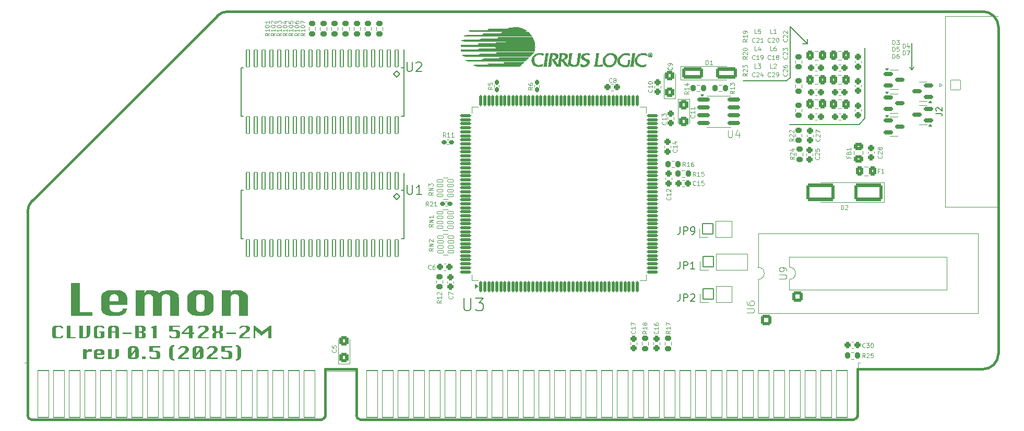
<source format=gto>
%TF.GenerationSoftware,KiCad,Pcbnew,9.0.0*%
%TF.CreationDate,2025-03-15T00:30:19+03:00*%
%TF.ProjectId,GD542x,47443534-3278-42e6-9b69-6361645f7063,rev?*%
%TF.SameCoordinates,Original*%
%TF.FileFunction,Legend,Top*%
%TF.FilePolarity,Positive*%
%FSLAX46Y46*%
G04 Gerber Fmt 4.6, Leading zero omitted, Abs format (unit mm)*
G04 Created by KiCad (PCBNEW 9.0.0) date 2025-03-15 00:30:19*
%MOMM*%
%LPD*%
G01*
G04 APERTURE LIST*
G04 Aperture macros list*
%AMRoundRect*
0 Rectangle with rounded corners*
0 $1 Rounding radius*
0 $2 $3 $4 $5 $6 $7 $8 $9 X,Y pos of 4 corners*
0 Add a 4 corners polygon primitive as box body*
4,1,4,$2,$3,$4,$5,$6,$7,$8,$9,$2,$3,0*
0 Add four circle primitives for the rounded corners*
1,1,$1+$1,$2,$3*
1,1,$1+$1,$4,$5*
1,1,$1+$1,$6,$7*
1,1,$1+$1,$8,$9*
0 Add four rect primitives between the rounded corners*
20,1,$1+$1,$2,$3,$4,$5,0*
20,1,$1+$1,$4,$5,$6,$7,0*
20,1,$1+$1,$6,$7,$8,$9,0*
20,1,$1+$1,$8,$9,$2,$3,0*%
G04 Aperture macros list end*
%ADD10C,0.155000*%
%ADD11C,1.000000*%
%ADD12C,0.250000*%
%ADD13C,0.150000*%
%ADD14C,0.100000*%
%ADD15C,0.120000*%
%ADD16C,0.200000*%
%ADD17C,0.010000*%
%ADD18C,0.000000*%
%ADD19RoundRect,0.050800X0.254000X1.389000X-0.254000X1.389000X-0.254000X-1.389000X0.254000X-1.389000X0*%
%ADD20RoundRect,0.050800X0.850000X-0.850000X0.850000X0.850000X-0.850000X0.850000X-0.850000X-0.850000X0*%
%ADD21O,1.801600X1.801600*%
%ADD22RoundRect,0.250400X0.250400X0.275400X-0.250400X0.275400X-0.250400X-0.275400X0.250400X-0.275400X0*%
%ADD23RoundRect,0.225400X-0.225400X-0.300400X0.225400X-0.300400X0.225400X0.300400X-0.225400X0.300400X0*%
%ADD24RoundRect,0.250400X-0.275400X0.250400X-0.275400X-0.250400X0.275400X-0.250400X0.275400X0.250400X0*%
%ADD25RoundRect,0.250400X0.275400X-0.250400X0.275400X0.250400X-0.275400X0.250400X-0.275400X-0.250400X0*%
%ADD26RoundRect,0.250400X-0.250400X-0.275400X0.250400X-0.275400X0.250400X0.275400X-0.250400X0.275400X0*%
%ADD27RoundRect,0.268815X0.456985X-0.481985X0.456985X0.481985X-0.456985X0.481985X-0.456985X-0.481985X0*%
%ADD28RoundRect,0.259407X2.041393X1.141393X-2.041393X1.141393X-2.041393X-1.141393X2.041393X-1.141393X0*%
%ADD29RoundRect,0.259407X-2.041393X-1.141393X2.041393X-1.141393X2.041393X1.141393X-2.041393X1.141393X0*%
%ADD30RoundRect,0.272087X-0.353713X-0.478713X0.353713X-0.478713X0.353713X0.478713X-0.353713X0.478713X0*%
%ADD31RoundRect,0.272087X-0.478713X0.353713X-0.478713X-0.353713X0.478713X-0.353713X0.478713X0.353713X0*%
%ADD32RoundRect,0.185400X-0.185400X0.222900X-0.185400X-0.222900X0.185400X-0.222900X0.185400X0.222900X0*%
%ADD33RoundRect,0.225400X-0.300400X0.225400X-0.300400X-0.225400X0.300400X-0.225400X0.300400X0.225400X0*%
%ADD34RoundRect,0.225400X0.225400X0.300400X-0.225400X0.300400X-0.225400X-0.300400X0.225400X-0.300400X0*%
%ADD35RoundRect,0.225400X0.300400X-0.225400X0.300400X0.225400X-0.300400X0.225400X-0.300400X-0.225400X0*%
%ADD36RoundRect,0.175400X-0.850400X-0.175400X0.850400X-0.175400X0.850400X0.175400X-0.850400X0.175400X0*%
%ADD37RoundRect,0.050800X-0.890000X-3.810000X0.890000X-3.810000X0.890000X3.810000X-0.890000X3.810000X0*%
%ADD38RoundRect,0.264941X-1.435859X-0.635859X1.435859X-0.635859X1.435859X0.635859X-1.435859X0.635859X0*%
%ADD39C,4.101600*%
%ADD40RoundRect,0.050800X0.800000X-0.800000X0.800000X0.800000X-0.800000X0.800000X-0.800000X-0.800000X0*%
%ADD41C,1.701600*%
%ADD42RoundRect,0.268815X-0.456985X0.481985X-0.456985X-0.481985X0.456985X-0.481985X0.456985X0.481985X0*%
%ADD43RoundRect,0.050800X0.450000X0.200000X-0.450000X0.200000X-0.450000X-0.200000X0.450000X-0.200000X0*%
%ADD44RoundRect,0.175400X-0.612900X-0.175400X0.612900X-0.175400X0.612900X0.175400X-0.612900X0.175400X0*%
%ADD45RoundRect,0.265875X0.584925X-0.584925X0.584925X0.584925X-0.584925X0.584925X-0.584925X-0.584925X0*%
%ADD46RoundRect,0.175400X0.612900X0.175400X-0.612900X0.175400X-0.612900X-0.175400X0.612900X-0.175400X0*%
%ADD47RoundRect,0.185400X0.222900X0.185400X-0.222900X0.185400X-0.222900X-0.185400X0.222900X-0.185400X0*%
%ADD48RoundRect,0.125400X0.125400X-0.800400X0.125400X0.800400X-0.125400X0.800400X-0.125400X-0.800400X0*%
%ADD49RoundRect,0.125400X0.800400X-0.125400X0.800400X0.125400X-0.800400X0.125400X-0.800400X-0.125400X0*%
%TA.AperFunction,Profile*%
%ADD50C,0.381000*%
%TD*%
G04 APERTURE END LIST*
D10*
X217093800Y-57454800D02*
X216738200Y-57099200D01*
X197380000Y-50450000D02*
X197380000Y-58720000D01*
X209500000Y-53940000D02*
X209500000Y-65380000D01*
X217093800Y-57454800D02*
X217449400Y-57099200D01*
X208540000Y-66340000D02*
X197290000Y-66340000D01*
X134708000Y-57110000D02*
X134708000Y-54229000D01*
X209500000Y-65380000D02*
X208540000Y-66340000D01*
X197380000Y-58720000D02*
X196830000Y-59270000D01*
X197380000Y-50450000D02*
X200180000Y-53250000D01*
X200180000Y-53250000D02*
X199430000Y-53250000D01*
X200180000Y-53250000D02*
X200180000Y-52500000D01*
X196830000Y-59270000D02*
X189730000Y-59270000D01*
X217093800Y-53136800D02*
X217093800Y-57454800D01*
X134708000Y-77063000D02*
X134708000Y-74218800D01*
X216738200Y-57099200D02*
X217093800Y-57454800D01*
D11*
G36*
X80699609Y-97426600D02*
G01*
X80699609Y-92150954D01*
X82125865Y-92150954D01*
X82125865Y-96820877D01*
X84225865Y-96820877D01*
X84225865Y-97426600D01*
X80699609Y-97426600D01*
G37*
G36*
X88690956Y-93345312D02*
G01*
X88945874Y-93409834D01*
X89181802Y-93517271D01*
X89402592Y-93671366D01*
X89586164Y-93856090D01*
X89714339Y-94053701D01*
X89791400Y-94267419D01*
X89817683Y-94501791D01*
X89817683Y-95687590D01*
X87020491Y-95687590D01*
X87020491Y-96250875D01*
X87042932Y-96397702D01*
X87109294Y-96529686D01*
X87222725Y-96651128D01*
X87367738Y-96746144D01*
X87527011Y-96801935D01*
X87705959Y-96820877D01*
X88411577Y-96820877D01*
X88669628Y-96794939D01*
X88853515Y-96725226D01*
X88982938Y-96615442D01*
X89065961Y-96457763D01*
X89097044Y-96234694D01*
X89819148Y-96234694D01*
X89724178Y-96629125D01*
X89571837Y-96924502D01*
X89369929Y-97142048D01*
X89117217Y-97296048D01*
X88803593Y-97392168D01*
X88411577Y-97426600D01*
X87008768Y-97426600D01*
X86729281Y-97404770D01*
X86473517Y-97340665D01*
X86236139Y-97233865D01*
X86013356Y-97080691D01*
X85828196Y-96896565D01*
X85698783Y-96698674D01*
X85620858Y-96483694D01*
X85594235Y-96246907D01*
X85594235Y-94502097D01*
X87020491Y-94502097D01*
X87020491Y-95081868D01*
X88399853Y-95081868D01*
X88399853Y-94502097D01*
X88377255Y-94352470D01*
X88310743Y-94219328D01*
X88197620Y-94098180D01*
X88052487Y-94003911D01*
X87890524Y-93948118D01*
X87705959Y-93929042D01*
X87526963Y-93947927D01*
X87367687Y-94003531D01*
X87222725Y-94098180D01*
X87109601Y-94219328D01*
X87043089Y-94352470D01*
X87020491Y-94502097D01*
X85594235Y-94502097D01*
X85594235Y-94495991D01*
X85620716Y-94262918D01*
X85698403Y-94050313D01*
X85827771Y-93853592D01*
X86013356Y-93669534D01*
X86236161Y-93516211D01*
X86473545Y-93409320D01*
X86729300Y-93345165D01*
X87008768Y-93323320D01*
X88411577Y-93323320D01*
X88690956Y-93345312D01*
G37*
G36*
X95415729Y-97426600D02*
G01*
X93997899Y-97426600D01*
X93997899Y-94499960D01*
X93975316Y-94350958D01*
X93908824Y-94218322D01*
X93795666Y-94097569D01*
X93650585Y-94003666D01*
X93488619Y-93948060D01*
X93304005Y-93929042D01*
X93124961Y-93947869D01*
X92965681Y-94003288D01*
X92820771Y-94097569D01*
X92707613Y-94218322D01*
X92641120Y-94350958D01*
X92618538Y-94499960D01*
X92618538Y-97426600D01*
X91192281Y-97426600D01*
X91192281Y-93323320D01*
X92618538Y-93323320D01*
X92606814Y-93914082D01*
X92647790Y-93720836D01*
X92719377Y-93576241D01*
X92817473Y-93469560D01*
X92947018Y-93390223D01*
X93106381Y-93340911D01*
X93304005Y-93323320D01*
X94009623Y-93323320D01*
X94362535Y-93351781D01*
X94646281Y-93431080D01*
X94875504Y-93556994D01*
X95059623Y-93732121D01*
X95245408Y-93554931D01*
X95482773Y-93426818D01*
X95762138Y-93350683D01*
X96109623Y-93323320D01*
X96806814Y-93323320D01*
X97086284Y-93345170D01*
X97341974Y-93409330D01*
X97579234Y-93516221D01*
X97801859Y-93669534D01*
X97987622Y-93853610D01*
X98117100Y-94050336D01*
X98194847Y-94262934D01*
X98221346Y-94495991D01*
X98221346Y-97426600D01*
X96795090Y-97426600D01*
X96795090Y-94499960D01*
X96772825Y-94355474D01*
X96706621Y-94223931D01*
X96592857Y-94101233D01*
X96447635Y-94004746D01*
X96288377Y-93948213D01*
X96109623Y-93929042D01*
X95930432Y-93947794D01*
X95769622Y-94003162D01*
X95621992Y-94097569D01*
X95506408Y-94218560D01*
X95438690Y-94351179D01*
X95415729Y-94499960D01*
X95415729Y-97426600D01*
G37*
G36*
X102689120Y-93345215D02*
G01*
X102944090Y-93409438D01*
X103179980Y-93516325D01*
X103400638Y-93669534D01*
X103584274Y-93853390D01*
X103712433Y-94050053D01*
X103789461Y-94262737D01*
X103815729Y-94495991D01*
X103815729Y-96246907D01*
X103789520Y-96480135D01*
X103712573Y-96693474D01*
X103584410Y-96891382D01*
X103400638Y-97077027D01*
X103179737Y-97231861D01*
X102943778Y-97339756D01*
X102688903Y-97404527D01*
X102409623Y-97426600D01*
X101006814Y-97426600D01*
X100727327Y-97404770D01*
X100471563Y-97340665D01*
X100234185Y-97233865D01*
X100011402Y-97080691D01*
X99826243Y-96896565D01*
X99696829Y-96698674D01*
X99618904Y-96483694D01*
X99592281Y-96246907D01*
X99592281Y-94498738D01*
X101018538Y-94498738D01*
X101018538Y-96244159D01*
X101041034Y-96393061D01*
X101107467Y-96526661D01*
X101220771Y-96649297D01*
X101365940Y-96745415D01*
X101525202Y-96801763D01*
X101704005Y-96820877D01*
X101888374Y-96801569D01*
X102050324Y-96745030D01*
X102195666Y-96649297D01*
X102308970Y-96526661D01*
X102375402Y-96393061D01*
X102397899Y-96244159D01*
X102397899Y-94498738D01*
X102375329Y-94350150D01*
X102308851Y-94217816D01*
X102195666Y-94097264D01*
X102050611Y-94003544D01*
X101888644Y-93948031D01*
X101704005Y-93929042D01*
X101524937Y-93947840D01*
X101365655Y-94003166D01*
X101220771Y-94097264D01*
X101107585Y-94217816D01*
X101041108Y-94350150D01*
X101018538Y-94498738D01*
X99592281Y-94498738D01*
X99592281Y-94495991D01*
X99618762Y-94262918D01*
X99696449Y-94050313D01*
X99825817Y-93853592D01*
X100011402Y-93669534D01*
X100234207Y-93516211D01*
X100471591Y-93409320D01*
X100727346Y-93345165D01*
X101006814Y-93323320D01*
X102409623Y-93323320D01*
X102689120Y-93345215D01*
G37*
G36*
X105190327Y-97426600D02*
G01*
X105190327Y-93323320D01*
X106616584Y-93323320D01*
X106604860Y-93919272D01*
X106645885Y-93724122D01*
X106717506Y-93578257D01*
X106815519Y-93470781D01*
X106945176Y-93390731D01*
X107104538Y-93341036D01*
X107302051Y-93323320D01*
X108007669Y-93323320D01*
X108287166Y-93345215D01*
X108542136Y-93409438D01*
X108778026Y-93516325D01*
X108998684Y-93669534D01*
X109182320Y-93853390D01*
X109310479Y-94050053D01*
X109387507Y-94262737D01*
X109413775Y-94495991D01*
X109413775Y-97426600D01*
X107995945Y-97426600D01*
X107995945Y-94499960D01*
X107973362Y-94350958D01*
X107906870Y-94218322D01*
X107793712Y-94097569D01*
X107648631Y-94003666D01*
X107486665Y-93948060D01*
X107302051Y-93929042D01*
X107123007Y-93947869D01*
X106963727Y-94003288D01*
X106818817Y-94097569D01*
X106705659Y-94218322D01*
X106639166Y-94350958D01*
X106616584Y-94499960D01*
X106616584Y-97426600D01*
X105190327Y-97426600D01*
G37*
D12*
G36*
X79443905Y-100662053D02*
G01*
X79420764Y-100796249D01*
X79376876Y-100901317D01*
X79315115Y-100983007D01*
X79235933Y-101045564D01*
X79137301Y-101091332D01*
X79014968Y-101120486D01*
X78862912Y-101131000D01*
X78278409Y-101131000D01*
X78162929Y-101122330D01*
X78057262Y-101096872D01*
X77959196Y-101054455D01*
X77867165Y-100993613D01*
X77790611Y-100920545D01*
X77737114Y-100842041D01*
X77704907Y-100756785D01*
X77693905Y-100662908D01*
X77693905Y-99496648D01*
X77704637Y-99404117D01*
X77736137Y-99319483D01*
X77788562Y-99240997D01*
X77863654Y-99167409D01*
X77954005Y-99106235D01*
X78051971Y-99063352D01*
X78159284Y-99037440D01*
X78278409Y-99028557D01*
X78862912Y-99028557D01*
X79016180Y-99039117D01*
X79139163Y-99068366D01*
X79238016Y-99114216D01*
X79317091Y-99176801D01*
X79378473Y-99258455D01*
X79421719Y-99363430D01*
X79443905Y-99497503D01*
X79153409Y-99497503D01*
X79127917Y-99406931D01*
X79086221Y-99343074D01*
X79030071Y-99299449D01*
X78957432Y-99272661D01*
X78862912Y-99263030D01*
X78568905Y-99263030D01*
X78493022Y-99270672D01*
X78425495Y-99293163D01*
X78364046Y-99331418D01*
X78316311Y-99380484D01*
X78288064Y-99435199D01*
X78278409Y-99497503D01*
X78278409Y-100661443D01*
X78287936Y-100722105D01*
X78316070Y-100776554D01*
X78364046Y-100826551D01*
X78425636Y-100865761D01*
X78493152Y-100888736D01*
X78568905Y-100896526D01*
X78862912Y-100896526D01*
X78958946Y-100886810D01*
X79032147Y-100859889D01*
X79088174Y-100816213D01*
X79129191Y-100752437D01*
X79153409Y-100662053D01*
X79443905Y-100662053D01*
G37*
G36*
X80026424Y-101131000D02*
G01*
X80026424Y-99028557D01*
X80610928Y-99028557D01*
X80610928Y-100896526D01*
X81485928Y-100896526D01*
X81485928Y-101131000D01*
X80026424Y-101131000D01*
G37*
G36*
X83234859Y-99028557D02*
G01*
X83815852Y-99028557D01*
X83815852Y-100332081D01*
X83797312Y-100491424D01*
X83742989Y-100636535D01*
X83652710Y-100770510D01*
X83523524Y-100895549D01*
X83368142Y-100999631D01*
X83201435Y-101072327D01*
X83020628Y-101116066D01*
X82821783Y-101131000D01*
X82065852Y-101131000D01*
X82065852Y-99028557D01*
X82650355Y-99028557D01*
X82650355Y-100896526D01*
X82940852Y-100896526D01*
X83018918Y-100888655D01*
X83087502Y-100865602D01*
X83149069Y-100826551D01*
X83197142Y-100776470D01*
X83225321Y-100721979D01*
X83234859Y-100661321D01*
X83234859Y-99028557D01*
G37*
G36*
X85273371Y-99966450D02*
G01*
X86148371Y-99966450D01*
X86148371Y-100664618D01*
X86135419Y-100780318D01*
X86099234Y-100874668D01*
X86041920Y-100951945D01*
X85962899Y-101015106D01*
X85833521Y-101080680D01*
X85702649Y-101118508D01*
X85567378Y-101131000D01*
X84982875Y-101131000D01*
X84867395Y-101122330D01*
X84761728Y-101096872D01*
X84663662Y-101054455D01*
X84571631Y-100993613D01*
X84495077Y-100920545D01*
X84441580Y-100842041D01*
X84409373Y-100756785D01*
X84398371Y-100662908D01*
X84398371Y-99496648D01*
X84409103Y-99404117D01*
X84440603Y-99319483D01*
X84493029Y-99240997D01*
X84568120Y-99167409D01*
X84658471Y-99106235D01*
X84756438Y-99063352D01*
X84863750Y-99037440D01*
X84982875Y-99028557D01*
X85567378Y-99028557D01*
X85720646Y-99039117D01*
X85843629Y-99068366D01*
X85942482Y-99114216D01*
X86021557Y-99176801D01*
X86082939Y-99258455D01*
X86126185Y-99363430D01*
X86148371Y-99497503D01*
X85857875Y-99497503D01*
X85832383Y-99406931D01*
X85790687Y-99343074D01*
X85734537Y-99299449D01*
X85661898Y-99272661D01*
X85567378Y-99263030D01*
X85273371Y-99263030D01*
X85197488Y-99270672D01*
X85129961Y-99293163D01*
X85068512Y-99331418D01*
X85020777Y-99380484D01*
X84992530Y-99435199D01*
X84982875Y-99497503D01*
X84982875Y-100661443D01*
X84992532Y-100723917D01*
X85020783Y-100778794D01*
X85068512Y-100828016D01*
X85129972Y-100866345D01*
X85197498Y-100888874D01*
X85273371Y-100896526D01*
X85379332Y-100882505D01*
X85456707Y-100852728D01*
X85512476Y-100808319D01*
X85549802Y-100746837D01*
X85567378Y-100662786D01*
X85567378Y-100200923D01*
X85273371Y-100200923D01*
X85273371Y-99966450D01*
G37*
G36*
X88015291Y-99037324D02*
G01*
X88120588Y-99063048D01*
X88218062Y-99105903D01*
X88309310Y-99167409D01*
X88385285Y-99241085D01*
X88438261Y-99319596D01*
X88470061Y-99404195D01*
X88480890Y-99496648D01*
X88480890Y-101131000D01*
X87899898Y-101131000D01*
X87899898Y-100200923D01*
X87315394Y-100200923D01*
X87315394Y-101131000D01*
X86730890Y-101131000D01*
X86730890Y-99499335D01*
X87315394Y-99499335D01*
X87315394Y-99966450D01*
X87899898Y-99966450D01*
X87899898Y-99499335D01*
X87890216Y-99436538D01*
X87861906Y-99381420D01*
X87814107Y-99332029D01*
X87752627Y-99293563D01*
X87684038Y-99270808D01*
X87605890Y-99263030D01*
X87530057Y-99270729D01*
X87462534Y-99293407D01*
X87401031Y-99332029D01*
X87353324Y-99381412D01*
X87325061Y-99436530D01*
X87315394Y-99499335D01*
X86730890Y-99499335D01*
X86730890Y-99496648D01*
X86741892Y-99402771D01*
X86774099Y-99317516D01*
X86827596Y-99239012D01*
X86904150Y-99165944D01*
X86996181Y-99105102D01*
X87094247Y-99062685D01*
X87199915Y-99037226D01*
X87315394Y-99028557D01*
X87899898Y-99028557D01*
X88015291Y-99037324D01*
G37*
G36*
X89063409Y-100435396D02*
G01*
X89063409Y-100200923D01*
X90522913Y-100200923D01*
X90522913Y-100435396D01*
X89063409Y-100435396D01*
G37*
G36*
X92387205Y-99037349D02*
G01*
X92492487Y-99063154D01*
X92589972Y-99106155D01*
X92681257Y-99167898D01*
X92757196Y-99241802D01*
X92810178Y-99320609D01*
X92841998Y-99405578D01*
X92852837Y-99498480D01*
X92852837Y-99613763D01*
X92835156Y-99747904D01*
X92785985Y-99854187D01*
X92707513Y-99938850D01*
X92601874Y-100003492D01*
X92459876Y-100052547D01*
X92271844Y-100083686D01*
X92415631Y-100093596D01*
X92532954Y-100121245D01*
X92629014Y-100164892D01*
X92707513Y-100224736D01*
X92788442Y-100323884D01*
X92836504Y-100431368D01*
X92852837Y-100550068D01*
X92852837Y-100664618D01*
X92842013Y-100756752D01*
X92810224Y-100841062D01*
X92757253Y-100919313D01*
X92681257Y-100992758D01*
X92590055Y-101053968D01*
X92492594Y-101096640D01*
X92387279Y-101122265D01*
X92271844Y-101131000D01*
X91102837Y-101131000D01*
X91102837Y-100896526D01*
X91687341Y-100896526D01*
X91977837Y-100896526D01*
X92055944Y-100888702D01*
X92124531Y-100865798D01*
X92186054Y-100827039D01*
X92234140Y-100777270D01*
X92262310Y-100723106D01*
X92271844Y-100662786D01*
X92271844Y-100431854D01*
X92258788Y-100344780D01*
X92223730Y-100282805D01*
X92168601Y-100239254D01*
X92089546Y-100211358D01*
X91977837Y-100200923D01*
X91687341Y-100200923D01*
X91687341Y-100896526D01*
X91102837Y-100896526D01*
X91102837Y-99966450D01*
X91687341Y-99966450D01*
X91977837Y-99966450D01*
X92055995Y-99958683D01*
X92124585Y-99935965D01*
X92186054Y-99897573D01*
X92234047Y-99848163D01*
X92262261Y-99793898D01*
X92271844Y-99732953D01*
X92271844Y-99499335D01*
X92262163Y-99436538D01*
X92233853Y-99381420D01*
X92186054Y-99332029D01*
X92124574Y-99293563D01*
X92055985Y-99270808D01*
X91977837Y-99263030D01*
X91687341Y-99263030D01*
X91687341Y-99966450D01*
X91102837Y-99966450D01*
X91102837Y-99028557D01*
X92271844Y-99028557D01*
X92387205Y-99037349D01*
G37*
G36*
X94019860Y-101131000D02*
G01*
X94019860Y-99496648D01*
X93729364Y-99496648D01*
X93729364Y-99261198D01*
X94310356Y-99028557D01*
X94604364Y-99028557D01*
X94604364Y-101131000D01*
X94019860Y-101131000D01*
G37*
G36*
X96642265Y-99028557D02*
G01*
X98392265Y-99028557D01*
X98392265Y-99263030D01*
X97226769Y-99263030D01*
X97226769Y-99731976D01*
X97811272Y-99731976D01*
X97926780Y-99740653D01*
X98032128Y-99766098D01*
X98129566Y-99808440D01*
X98220684Y-99869119D01*
X98296429Y-99941930D01*
X98349420Y-100020249D01*
X98381351Y-100105390D01*
X98392265Y-100199213D01*
X98392265Y-100663763D01*
X98381353Y-100757585D01*
X98349425Y-100842748D01*
X98296434Y-100921108D01*
X98220684Y-100993979D01*
X98129575Y-101054599D01*
X98032140Y-101096904D01*
X97926789Y-101122330D01*
X97811272Y-101131000D01*
X97226769Y-101131000D01*
X97064539Y-101117417D01*
X96934601Y-101079496D01*
X96829788Y-101018772D01*
X96745911Y-100933091D01*
X96682376Y-100816931D01*
X96642265Y-100662053D01*
X96936272Y-100662053D01*
X96956759Y-100751909D01*
X96995773Y-100815441D01*
X97051404Y-100859254D01*
X97126238Y-100886562D01*
X97226769Y-100896526D01*
X97517265Y-100896526D01*
X97595464Y-100888806D01*
X97664056Y-100866238D01*
X97725482Y-100828138D01*
X97773309Y-100779063D01*
X97801602Y-100724350D01*
X97811272Y-100662053D01*
X97811272Y-100200190D01*
X97801604Y-100138063D01*
X97773314Y-100083513D01*
X97725482Y-100034593D01*
X97664078Y-99996640D01*
X97595484Y-99974146D01*
X97517265Y-99966450D01*
X96642265Y-99966450D01*
X96642265Y-99028557D01*
G37*
G36*
X100434288Y-100200923D02*
G01*
X100724784Y-100200923D01*
X100724784Y-100435396D01*
X100434288Y-100435396D01*
X100434288Y-101131000D01*
X99849784Y-101131000D01*
X99849784Y-100435396D01*
X98684288Y-100435396D01*
X98684288Y-100201900D01*
X98685258Y-100200923D01*
X98974784Y-100200923D01*
X99849784Y-100200923D01*
X99849784Y-99324579D01*
X98974784Y-100200923D01*
X98685258Y-100200923D01*
X99849784Y-99028557D01*
X100434288Y-99028557D01*
X100434288Y-100200923D01*
G37*
G36*
X101601311Y-99497503D02*
G01*
X101307303Y-99497503D01*
X101347415Y-99342626D01*
X101410949Y-99226466D01*
X101494826Y-99140785D01*
X101599640Y-99080060D01*
X101729577Y-99042139D01*
X101891807Y-99028557D01*
X102476311Y-99028557D01*
X102591720Y-99037311D01*
X102697024Y-99062996D01*
X102794494Y-99105777D01*
X102885723Y-99167165D01*
X102961694Y-99240781D01*
X103014669Y-99319250D01*
X103046472Y-99403828D01*
X103057303Y-99496282D01*
X103057303Y-99611076D01*
X103042045Y-99695132D01*
X102991002Y-99795038D01*
X102892997Y-99915871D01*
X102733218Y-100062810D01*
X102493866Y-100241223D01*
X102455245Y-100266380D01*
X102212547Y-100446207D01*
X102052472Y-100590733D01*
X101955769Y-100706307D01*
X101906320Y-100798892D01*
X101891807Y-100874178D01*
X101891807Y-100896526D01*
X103057303Y-100896526D01*
X103057303Y-101131000D01*
X101307303Y-101131000D01*
X101307303Y-100898602D01*
X101322635Y-100814575D01*
X101373939Y-100714703D01*
X101472497Y-100593889D01*
X101633273Y-100446935D01*
X101874252Y-100268456D01*
X101912873Y-100243177D01*
X102152222Y-100064818D01*
X102312001Y-99917916D01*
X102410006Y-99797105D01*
X102461051Y-99697208D01*
X102476311Y-99613152D01*
X102476311Y-99498236D01*
X102466479Y-99435860D01*
X102437669Y-99380989D01*
X102388841Y-99331662D01*
X102326332Y-99293214D01*
X102258222Y-99270667D01*
X102182303Y-99263030D01*
X101891807Y-99263030D01*
X101791276Y-99272995D01*
X101716443Y-99300303D01*
X101660811Y-99344116D01*
X101621797Y-99407647D01*
X101601311Y-99497503D01*
G37*
G36*
X103639822Y-101131000D02*
G01*
X103639822Y-100550068D01*
X103656756Y-100420579D01*
X103704032Y-100316880D01*
X103779728Y-100233245D01*
X103886524Y-100166330D01*
X104031301Y-100115658D01*
X104224326Y-100083686D01*
X104031607Y-100051530D01*
X103886917Y-100000573D01*
X103780057Y-99933234D01*
X103704223Y-99848984D01*
X103656814Y-99744421D01*
X103639822Y-99613763D01*
X103639822Y-99028557D01*
X104224326Y-99028557D01*
X104224326Y-99732709D01*
X104233899Y-99793742D01*
X104262071Y-99848047D01*
X104309964Y-99897451D01*
X104371467Y-99936073D01*
X104438990Y-99958751D01*
X104514822Y-99966450D01*
X104592971Y-99958671D01*
X104661560Y-99935917D01*
X104723040Y-99897451D01*
X104771024Y-99848039D01*
X104799242Y-99793734D01*
X104808830Y-99732709D01*
X104808830Y-99028557D01*
X105389822Y-99028557D01*
X105389822Y-99613763D01*
X105372886Y-99744589D01*
X105325654Y-99849222D01*
X105250164Y-99933457D01*
X105143895Y-100000725D01*
X105000146Y-100051592D01*
X104808830Y-100083686D01*
X105000656Y-100116483D01*
X105144609Y-100167612D01*
X105250817Y-100234698D01*
X105326067Y-100318227D01*
X105373021Y-100421482D01*
X105389822Y-100550068D01*
X105389822Y-101131000D01*
X104808830Y-101131000D01*
X104808830Y-100432709D01*
X104799256Y-100372269D01*
X104771056Y-100318451D01*
X104723040Y-100269433D01*
X104661603Y-100231260D01*
X104593011Y-100208654D01*
X104514822Y-100200923D01*
X104438950Y-100208576D01*
X104371423Y-100231104D01*
X104309964Y-100269433D01*
X104262039Y-100318442D01*
X104233886Y-100372261D01*
X104224326Y-100432709D01*
X104224326Y-101131000D01*
X103639822Y-101131000D01*
G37*
G36*
X105972342Y-100435396D02*
G01*
X105972342Y-100200923D01*
X107431845Y-100200923D01*
X107431845Y-100435396D01*
X105972342Y-100435396D01*
G37*
G36*
X108305777Y-99497503D02*
G01*
X108011769Y-99497503D01*
X108051881Y-99342626D01*
X108115415Y-99226466D01*
X108199292Y-99140785D01*
X108304106Y-99080060D01*
X108434044Y-99042139D01*
X108596273Y-99028557D01*
X109180777Y-99028557D01*
X109296186Y-99037311D01*
X109401491Y-99062996D01*
X109498960Y-99105777D01*
X109590189Y-99167165D01*
X109666160Y-99240781D01*
X109719136Y-99319250D01*
X109750938Y-99403828D01*
X109761769Y-99496282D01*
X109761769Y-99611076D01*
X109746511Y-99695132D01*
X109695468Y-99795038D01*
X109597464Y-99915871D01*
X109437684Y-100062810D01*
X109198332Y-100241223D01*
X109159711Y-100266380D01*
X108917013Y-100446207D01*
X108756938Y-100590733D01*
X108660235Y-100706307D01*
X108610787Y-100798892D01*
X108596273Y-100874178D01*
X108596273Y-100896526D01*
X109761769Y-100896526D01*
X109761769Y-101131000D01*
X108011769Y-101131000D01*
X108011769Y-100898602D01*
X108027102Y-100814575D01*
X108078406Y-100714703D01*
X108176963Y-100593889D01*
X108337739Y-100446935D01*
X108578718Y-100268456D01*
X108617339Y-100243177D01*
X108856688Y-100064818D01*
X109016467Y-99917916D01*
X109114472Y-99797105D01*
X109165517Y-99697208D01*
X109180777Y-99613152D01*
X109180777Y-99498236D01*
X109170946Y-99435860D01*
X109142135Y-99380989D01*
X109093307Y-99331662D01*
X109030798Y-99293214D01*
X108962689Y-99270667D01*
X108886769Y-99263030D01*
X108596273Y-99263030D01*
X108495742Y-99272995D01*
X108420909Y-99300303D01*
X108365277Y-99344116D01*
X108326264Y-99407647D01*
X108305777Y-99497503D01*
G37*
G36*
X110344289Y-101131000D02*
G01*
X110344289Y-99028557D01*
X110480759Y-99028557D01*
X111726856Y-100022503D01*
X112969289Y-99028557D01*
X113263296Y-99028557D01*
X113263296Y-101131000D01*
X112678792Y-101131000D01*
X112678792Y-99847137D01*
X111656789Y-100664740D01*
X110638296Y-99847137D01*
X110638296Y-101131000D01*
X110344289Y-101131000D01*
G37*
G36*
X83234096Y-104491000D02*
G01*
X82649592Y-104491000D01*
X82649592Y-102857503D01*
X83234096Y-102857503D01*
X83234096Y-103318634D01*
X83272820Y-103169421D01*
X83333820Y-103056692D01*
X83414225Y-102972786D01*
X83519467Y-102910556D01*
X83651669Y-102871538D01*
X83818599Y-102857503D01*
X84109096Y-102857503D01*
X84109096Y-103318634D01*
X83524592Y-103318634D01*
X83448749Y-103326321D01*
X83381225Y-103348962D01*
X83319733Y-103387510D01*
X83272025Y-103436893D01*
X83243763Y-103492011D01*
X83234096Y-103554817D01*
X83234096Y-104491000D01*
G37*
G36*
X85682829Y-102866225D02*
G01*
X85788151Y-102891810D01*
X85885607Y-102934408D01*
X85976790Y-102995501D01*
X86052674Y-103068807D01*
X86105656Y-103147217D01*
X86137508Y-103232009D01*
X86148371Y-103324984D01*
X86148371Y-103795396D01*
X84982874Y-103795396D01*
X84982874Y-104024618D01*
X84992377Y-104084366D01*
X85020480Y-104138087D01*
X85068512Y-104187528D01*
X85130015Y-104226150D01*
X85197538Y-104248828D01*
X85273371Y-104256526D01*
X85567378Y-104256526D01*
X85677128Y-104246067D01*
X85755128Y-104218014D01*
X85809831Y-104173983D01*
X85844806Y-104110967D01*
X85857874Y-104022053D01*
X86148371Y-104022053D01*
X86109398Y-104176985D01*
X86046733Y-104293119D01*
X85963537Y-104378758D01*
X85859235Y-104439464D01*
X85729600Y-104477400D01*
X85567378Y-104491000D01*
X84982874Y-104491000D01*
X84867387Y-104482337D01*
X84761716Y-104456898D01*
X84663653Y-104414518D01*
X84571630Y-104353735D01*
X84495089Y-104280728D01*
X84441592Y-104202247D01*
X84409377Y-104116973D01*
X84398371Y-104023030D01*
X84398371Y-103325106D01*
X84982874Y-103325106D01*
X84982874Y-103560923D01*
X85567378Y-103560923D01*
X85567378Y-103325106D01*
X85557792Y-103264251D01*
X85529579Y-103210110D01*
X85481588Y-103160853D01*
X85420119Y-103122461D01*
X85351529Y-103099743D01*
X85273371Y-103091976D01*
X85197528Y-103099664D01*
X85130004Y-103122304D01*
X85068512Y-103160853D01*
X85020613Y-103210101D01*
X84992446Y-103264243D01*
X84982874Y-103325106D01*
X84398371Y-103325106D01*
X84398371Y-103322664D01*
X84409316Y-103230208D01*
X84441428Y-103145862D01*
X84494907Y-103067808D01*
X84571630Y-102994768D01*
X84663653Y-102933985D01*
X84761716Y-102891605D01*
X84867387Y-102866166D01*
X84982874Y-102857503D01*
X85567378Y-102857503D01*
X85682829Y-102866225D01*
G37*
G36*
X87899897Y-102857503D02*
G01*
X88480890Y-102857503D01*
X88480890Y-103692448D01*
X88462350Y-103851727D01*
X88408029Y-103996775D01*
X88317751Y-104130691D01*
X88188562Y-104255672D01*
X88033189Y-104359694D01*
X87866485Y-104432353D01*
X87685674Y-104476073D01*
X87486821Y-104491000D01*
X86730890Y-104491000D01*
X86730890Y-102857503D01*
X87315393Y-102857503D01*
X87315393Y-104256526D01*
X87605890Y-104256526D01*
X87683956Y-104248655D01*
X87752540Y-104225602D01*
X87814107Y-104186551D01*
X87862175Y-104136546D01*
X87890356Y-104082097D01*
X87899897Y-104021443D01*
X87899897Y-102857503D01*
G37*
G36*
X91222199Y-102397324D02*
G01*
X91327496Y-102423048D01*
X91424970Y-102465903D01*
X91516218Y-102527409D01*
X91592193Y-102601085D01*
X91645169Y-102679596D01*
X91676969Y-102764195D01*
X91687798Y-102856648D01*
X91687798Y-104022908D01*
X91676971Y-104115361D01*
X91645174Y-104199982D01*
X91592198Y-104278534D01*
X91516218Y-104352270D01*
X91424980Y-104413716D01*
X91327508Y-104456535D01*
X91222207Y-104482239D01*
X91106806Y-104491000D01*
X90522302Y-104491000D01*
X90406823Y-104482330D01*
X90301155Y-104456872D01*
X90203090Y-104414455D01*
X90111058Y-104353613D01*
X90034504Y-104280545D01*
X89981007Y-104202041D01*
X89948800Y-104116785D01*
X89942206Y-104060521D01*
X90529324Y-104060521D01*
X90564481Y-104146773D01*
X90622136Y-104206212D01*
X90702971Y-104243222D01*
X90812798Y-104256526D01*
X90890865Y-104248655D01*
X90959448Y-104225602D01*
X91021015Y-104186551D01*
X91069075Y-104136543D01*
X91097260Y-104082056D01*
X91106806Y-104021321D01*
X91106806Y-103228875D01*
X90529324Y-104060521D01*
X89942206Y-104060521D01*
X89937798Y-104022908D01*
X89937798Y-102858236D01*
X90522302Y-102858236D01*
X90522302Y-103650682D01*
X91103295Y-102816226D01*
X91058844Y-102728080D01*
X90997123Y-102669997D01*
X90917148Y-102635340D01*
X90812798Y-102623030D01*
X90736935Y-102630695D01*
X90669410Y-102653261D01*
X90607940Y-102691662D01*
X90560223Y-102740812D01*
X90531967Y-102795685D01*
X90522302Y-102858236D01*
X89937798Y-102858236D01*
X89937798Y-102856648D01*
X89948800Y-102762771D01*
X89981007Y-102677516D01*
X90034504Y-102599012D01*
X90111058Y-102525944D01*
X90203090Y-102465102D01*
X90301155Y-102422685D01*
X90406823Y-102397226D01*
X90522302Y-102388557D01*
X91106806Y-102388557D01*
X91222199Y-102397324D01*
G37*
G36*
X92270318Y-104491000D02*
G01*
X92270318Y-104022053D01*
X92854821Y-104022053D01*
X92854821Y-104491000D01*
X92270318Y-104491000D01*
G37*
G36*
X93435356Y-102388557D02*
G01*
X95185356Y-102388557D01*
X95185356Y-102623030D01*
X94019860Y-102623030D01*
X94019860Y-103091976D01*
X94604363Y-103091976D01*
X94719871Y-103100653D01*
X94825219Y-103126098D01*
X94922657Y-103168440D01*
X95013775Y-103229119D01*
X95089520Y-103301930D01*
X95142511Y-103380249D01*
X95174442Y-103465390D01*
X95185356Y-103559213D01*
X95185356Y-104023763D01*
X95174444Y-104117585D01*
X95142516Y-104202748D01*
X95089525Y-104281108D01*
X95013775Y-104353979D01*
X94922666Y-104414599D01*
X94825231Y-104456904D01*
X94719880Y-104482330D01*
X94604363Y-104491000D01*
X94019860Y-104491000D01*
X93857630Y-104477417D01*
X93727692Y-104439496D01*
X93622879Y-104378772D01*
X93539002Y-104293091D01*
X93475468Y-104176931D01*
X93435356Y-104022053D01*
X93729363Y-104022053D01*
X93749850Y-104111909D01*
X93788864Y-104175441D01*
X93844496Y-104219254D01*
X93919329Y-104246562D01*
X94019860Y-104256526D01*
X94310356Y-104256526D01*
X94388555Y-104248806D01*
X94457147Y-104226238D01*
X94518573Y-104188138D01*
X94566400Y-104139063D01*
X94594693Y-104084350D01*
X94604363Y-104022053D01*
X94604363Y-103560190D01*
X94594695Y-103498063D01*
X94566405Y-103443513D01*
X94518573Y-103394593D01*
X94457169Y-103356640D01*
X94388575Y-103334146D01*
X94310356Y-103326450D01*
X93435356Y-103326450D01*
X93435356Y-102388557D01*
G37*
G36*
X97517265Y-104725473D02*
G01*
X97496199Y-104725473D01*
X97343691Y-104712785D01*
X97196908Y-104674609D01*
X97053033Y-104609181D01*
X96910016Y-104512737D01*
X96815993Y-104424204D01*
X96742190Y-104323950D01*
X96688035Y-104210300D01*
X96654138Y-104081014D01*
X96642265Y-103933393D01*
X96642265Y-102953979D01*
X96654138Y-102806358D01*
X96688035Y-102677072D01*
X96742190Y-102563422D01*
X96815993Y-102463168D01*
X96910016Y-102374635D01*
X97053033Y-102278192D01*
X97196908Y-102212763D01*
X97343691Y-102174587D01*
X97496199Y-102161900D01*
X97517265Y-102161900D01*
X97517265Y-102394175D01*
X97405240Y-102414508D01*
X97326149Y-102447778D01*
X97272028Y-102492636D01*
X97238745Y-102550749D01*
X97226768Y-102626450D01*
X97226768Y-104260923D01*
X97238851Y-104337836D01*
X97272300Y-104396399D01*
X97326485Y-104441157D01*
X97405474Y-104473883D01*
X97517265Y-104493198D01*
X97517265Y-104725473D01*
G37*
G36*
X98394402Y-102857503D02*
G01*
X98100394Y-102857503D01*
X98140506Y-102702626D01*
X98204040Y-102586466D01*
X98287917Y-102500785D01*
X98392731Y-102440060D01*
X98522668Y-102402139D01*
X98684898Y-102388557D01*
X99269402Y-102388557D01*
X99384811Y-102397311D01*
X99490115Y-102422996D01*
X99587585Y-102465777D01*
X99678814Y-102527165D01*
X99754785Y-102600781D01*
X99807761Y-102679250D01*
X99839563Y-102763828D01*
X99850394Y-102856282D01*
X99850394Y-102971076D01*
X99835136Y-103055132D01*
X99784093Y-103155038D01*
X99686088Y-103275871D01*
X99526309Y-103422810D01*
X99286957Y-103601223D01*
X99248336Y-103626380D01*
X99005638Y-103806207D01*
X98845563Y-103950733D01*
X98748860Y-104066307D01*
X98699411Y-104158892D01*
X98684898Y-104234178D01*
X98684898Y-104256526D01*
X99850394Y-104256526D01*
X99850394Y-104491000D01*
X98100394Y-104491000D01*
X98100394Y-104258602D01*
X98115726Y-104174575D01*
X98167030Y-104074703D01*
X98265588Y-103953889D01*
X98426364Y-103806935D01*
X98667343Y-103628456D01*
X98705964Y-103603177D01*
X98945313Y-103424818D01*
X99105092Y-103277916D01*
X99203097Y-103157105D01*
X99254142Y-103057208D01*
X99269402Y-102973152D01*
X99269402Y-102858236D01*
X99259570Y-102795860D01*
X99230760Y-102740989D01*
X99181932Y-102691662D01*
X99119423Y-102653214D01*
X99051313Y-102630667D01*
X98975394Y-102623030D01*
X98684898Y-102623030D01*
X98584367Y-102632995D01*
X98509534Y-102660303D01*
X98453902Y-102704116D01*
X98414889Y-102767647D01*
X98394402Y-102857503D01*
G37*
G36*
X101717314Y-102397324D02*
G01*
X101822611Y-102423048D01*
X101920086Y-102465903D01*
X102011333Y-102527409D01*
X102087309Y-102601085D01*
X102140285Y-102679596D01*
X102172084Y-102764195D01*
X102182914Y-102856648D01*
X102182914Y-104022908D01*
X102172086Y-104115361D01*
X102140289Y-104199982D01*
X102087313Y-104278534D01*
X102011333Y-104352270D01*
X101920095Y-104413716D01*
X101822623Y-104456535D01*
X101717322Y-104482239D01*
X101601921Y-104491000D01*
X101017417Y-104491000D01*
X100901938Y-104482330D01*
X100796270Y-104456872D01*
X100698205Y-104414455D01*
X100606173Y-104353613D01*
X100529619Y-104280545D01*
X100476123Y-104202041D01*
X100443915Y-104116785D01*
X100437322Y-104060521D01*
X101024439Y-104060521D01*
X101059596Y-104146773D01*
X101117251Y-104206212D01*
X101198086Y-104243222D01*
X101307914Y-104256526D01*
X101385980Y-104248655D01*
X101454564Y-104225602D01*
X101516131Y-104186551D01*
X101564191Y-104136543D01*
X101592375Y-104082056D01*
X101601921Y-104021321D01*
X101601921Y-103228875D01*
X101024439Y-104060521D01*
X100437322Y-104060521D01*
X100432914Y-104022908D01*
X100432914Y-102858236D01*
X101017417Y-102858236D01*
X101017417Y-103650682D01*
X101598410Y-102816226D01*
X101553959Y-102728080D01*
X101492238Y-102669997D01*
X101412263Y-102635340D01*
X101307914Y-102623030D01*
X101232051Y-102630695D01*
X101164525Y-102653261D01*
X101103055Y-102691662D01*
X101055339Y-102740812D01*
X101027082Y-102795685D01*
X101017417Y-102858236D01*
X100432914Y-102858236D01*
X100432914Y-102856648D01*
X100443915Y-102762771D01*
X100476123Y-102677516D01*
X100529619Y-102599012D01*
X100606173Y-102525944D01*
X100698205Y-102465102D01*
X100796270Y-102422685D01*
X100901938Y-102397226D01*
X101017417Y-102388557D01*
X101601921Y-102388557D01*
X101717314Y-102397324D01*
G37*
G36*
X103059440Y-102857503D02*
G01*
X102765433Y-102857503D01*
X102805544Y-102702626D01*
X102869079Y-102586466D01*
X102952956Y-102500785D01*
X103057769Y-102440060D01*
X103187707Y-102402139D01*
X103349936Y-102388557D01*
X103934440Y-102388557D01*
X104049850Y-102397311D01*
X104155154Y-102422996D01*
X104252623Y-102465777D01*
X104343852Y-102527165D01*
X104419823Y-102600781D01*
X104472799Y-102679250D01*
X104504601Y-102763828D01*
X104515433Y-102856282D01*
X104515433Y-102971076D01*
X104500174Y-103055132D01*
X104449131Y-103155038D01*
X104351127Y-103275871D01*
X104191347Y-103422810D01*
X103951995Y-103601223D01*
X103913374Y-103626380D01*
X103670676Y-103806207D01*
X103510602Y-103950733D01*
X103413899Y-104066307D01*
X103364450Y-104158892D01*
X103349936Y-104234178D01*
X103349936Y-104256526D01*
X104515433Y-104256526D01*
X104515433Y-104491000D01*
X102765433Y-104491000D01*
X102765433Y-104258602D01*
X102780765Y-104174575D01*
X102832069Y-104074703D01*
X102930626Y-103953889D01*
X103091402Y-103806935D01*
X103332381Y-103628456D01*
X103371002Y-103603177D01*
X103610351Y-103424818D01*
X103770130Y-103277916D01*
X103868135Y-103157105D01*
X103919180Y-103057208D01*
X103934440Y-102973152D01*
X103934440Y-102858236D01*
X103924609Y-102795860D01*
X103895799Y-102740989D01*
X103846971Y-102691662D01*
X103784461Y-102653214D01*
X103716352Y-102630667D01*
X103640433Y-102623030D01*
X103349936Y-102623030D01*
X103249405Y-102632995D01*
X103174572Y-102660303D01*
X103118941Y-102704116D01*
X103079927Y-102767647D01*
X103059440Y-102857503D01*
G37*
G36*
X105097952Y-102388557D02*
G01*
X106847952Y-102388557D01*
X106847952Y-102623030D01*
X105682456Y-102623030D01*
X105682456Y-103091976D01*
X106266959Y-103091976D01*
X106382467Y-103100653D01*
X106487815Y-103126098D01*
X106585253Y-103168440D01*
X106676371Y-103229119D01*
X106752116Y-103301930D01*
X106805107Y-103380249D01*
X106837038Y-103465390D01*
X106847952Y-103559213D01*
X106847952Y-104023763D01*
X106837040Y-104117585D01*
X106805112Y-104202748D01*
X106752121Y-104281108D01*
X106676371Y-104353979D01*
X106585262Y-104414599D01*
X106487827Y-104456904D01*
X106382476Y-104482330D01*
X106266959Y-104491000D01*
X105682456Y-104491000D01*
X105520226Y-104477417D01*
X105390288Y-104439496D01*
X105285475Y-104378772D01*
X105201598Y-104293091D01*
X105138063Y-104176931D01*
X105097952Y-104022053D01*
X105391959Y-104022053D01*
X105412446Y-104111909D01*
X105451460Y-104175441D01*
X105507091Y-104219254D01*
X105581925Y-104246562D01*
X105682456Y-104256526D01*
X105972952Y-104256526D01*
X106051151Y-104248806D01*
X106119743Y-104226238D01*
X106181169Y-104188138D01*
X106228996Y-104139063D01*
X106257289Y-104084350D01*
X106266959Y-104022053D01*
X106266959Y-103560190D01*
X106257291Y-103498063D01*
X106229001Y-103443513D01*
X106181169Y-103394593D01*
X106119765Y-103356640D01*
X106051171Y-103334146D01*
X105972952Y-103326450D01*
X105097952Y-103326450D01*
X105097952Y-102388557D01*
G37*
G36*
X107430471Y-102161900D02*
G01*
X107455048Y-102161900D01*
X107607560Y-102174606D01*
X107754029Y-102212809D01*
X107897292Y-102278237D01*
X108039399Y-102374635D01*
X108132769Y-102463096D01*
X108206106Y-102563311D01*
X108259947Y-102676961D01*
X108293660Y-102806285D01*
X108305471Y-102953979D01*
X108305471Y-103933393D01*
X108293660Y-104081087D01*
X108259947Y-104210412D01*
X108206106Y-104324061D01*
X108132769Y-104424276D01*
X108039399Y-104512737D01*
X107897292Y-104609136D01*
X107754029Y-104674563D01*
X107607560Y-104712766D01*
X107455048Y-104725473D01*
X107430471Y-104725473D01*
X107430471Y-104493198D01*
X107544125Y-104472786D01*
X107624207Y-104439412D01*
X107678877Y-104394498D01*
X107712423Y-104336436D01*
X107724478Y-104260923D01*
X107724478Y-102626450D01*
X107712316Y-102549726D01*
X107678603Y-102491213D01*
X107623870Y-102446398D01*
X107543888Y-102413567D01*
X107430471Y-102394175D01*
X107430471Y-102161900D01*
G37*
D13*
X135247142Y-76216128D02*
X135247142Y-77430414D01*
X135247142Y-77430414D02*
X135318571Y-77573271D01*
X135318571Y-77573271D02*
X135390000Y-77644700D01*
X135390000Y-77644700D02*
X135532857Y-77716128D01*
X135532857Y-77716128D02*
X135818571Y-77716128D01*
X135818571Y-77716128D02*
X135961428Y-77644700D01*
X135961428Y-77644700D02*
X136032857Y-77573271D01*
X136032857Y-77573271D02*
X136104285Y-77430414D01*
X136104285Y-77430414D02*
X136104285Y-76216128D01*
X137604286Y-77716128D02*
X136747143Y-77716128D01*
X137175714Y-77716128D02*
X137175714Y-76216128D01*
X137175714Y-76216128D02*
X137032857Y-76430414D01*
X137032857Y-76430414D02*
X136890000Y-76573271D01*
X136890000Y-76573271D02*
X136747143Y-76644700D01*
X135217142Y-56256128D02*
X135217142Y-57470414D01*
X135217142Y-57470414D02*
X135288571Y-57613271D01*
X135288571Y-57613271D02*
X135360000Y-57684700D01*
X135360000Y-57684700D02*
X135502857Y-57756128D01*
X135502857Y-57756128D02*
X135788571Y-57756128D01*
X135788571Y-57756128D02*
X135931428Y-57684700D01*
X135931428Y-57684700D02*
X136002857Y-57613271D01*
X136002857Y-57613271D02*
X136074285Y-57470414D01*
X136074285Y-57470414D02*
X136074285Y-56256128D01*
X136717143Y-56398985D02*
X136788571Y-56327557D01*
X136788571Y-56327557D02*
X136931429Y-56256128D01*
X136931429Y-56256128D02*
X137288571Y-56256128D01*
X137288571Y-56256128D02*
X137431429Y-56327557D01*
X137431429Y-56327557D02*
X137502857Y-56398985D01*
X137502857Y-56398985D02*
X137574286Y-56541842D01*
X137574286Y-56541842D02*
X137574286Y-56684700D01*
X137574286Y-56684700D02*
X137502857Y-56898985D01*
X137502857Y-56898985D02*
X136645714Y-57756128D01*
X136645714Y-57756128D02*
X137574286Y-57756128D01*
X179520000Y-93887342D02*
X179520000Y-94744485D01*
X179520000Y-94744485D02*
X179462857Y-94915914D01*
X179462857Y-94915914D02*
X179348571Y-95030200D01*
X179348571Y-95030200D02*
X179177143Y-95087342D01*
X179177143Y-95087342D02*
X179062857Y-95087342D01*
X180091429Y-95087342D02*
X180091429Y-93887342D01*
X180091429Y-93887342D02*
X180548572Y-93887342D01*
X180548572Y-93887342D02*
X180662857Y-93944485D01*
X180662857Y-93944485D02*
X180720000Y-94001628D01*
X180720000Y-94001628D02*
X180777143Y-94115914D01*
X180777143Y-94115914D02*
X180777143Y-94287342D01*
X180777143Y-94287342D02*
X180720000Y-94401628D01*
X180720000Y-94401628D02*
X180662857Y-94458771D01*
X180662857Y-94458771D02*
X180548572Y-94515914D01*
X180548572Y-94515914D02*
X180091429Y-94515914D01*
X181234286Y-94001628D02*
X181291429Y-93944485D01*
X181291429Y-93944485D02*
X181405715Y-93887342D01*
X181405715Y-93887342D02*
X181691429Y-93887342D01*
X181691429Y-93887342D02*
X181805715Y-93944485D01*
X181805715Y-93944485D02*
X181862857Y-94001628D01*
X181862857Y-94001628D02*
X181920000Y-94115914D01*
X181920000Y-94115914D02*
X181920000Y-94230200D01*
X181920000Y-94230200D02*
X181862857Y-94401628D01*
X181862857Y-94401628D02*
X181177143Y-95087342D01*
X181177143Y-95087342D02*
X181920000Y-95087342D01*
D14*
X209524999Y-102526966D02*
X209491666Y-102560300D01*
X209491666Y-102560300D02*
X209391666Y-102593633D01*
X209391666Y-102593633D02*
X209324999Y-102593633D01*
X209324999Y-102593633D02*
X209224999Y-102560300D01*
X209224999Y-102560300D02*
X209158333Y-102493633D01*
X209158333Y-102493633D02*
X209124999Y-102426966D01*
X209124999Y-102426966D02*
X209091666Y-102293633D01*
X209091666Y-102293633D02*
X209091666Y-102193633D01*
X209091666Y-102193633D02*
X209124999Y-102060300D01*
X209124999Y-102060300D02*
X209158333Y-101993633D01*
X209158333Y-101993633D02*
X209224999Y-101926966D01*
X209224999Y-101926966D02*
X209324999Y-101893633D01*
X209324999Y-101893633D02*
X209391666Y-101893633D01*
X209391666Y-101893633D02*
X209491666Y-101926966D01*
X209491666Y-101926966D02*
X209524999Y-101960300D01*
X209758333Y-101893633D02*
X210191666Y-101893633D01*
X210191666Y-101893633D02*
X209958333Y-102160300D01*
X209958333Y-102160300D02*
X210058333Y-102160300D01*
X210058333Y-102160300D02*
X210124999Y-102193633D01*
X210124999Y-102193633D02*
X210158333Y-102226966D01*
X210158333Y-102226966D02*
X210191666Y-102293633D01*
X210191666Y-102293633D02*
X210191666Y-102460300D01*
X210191666Y-102460300D02*
X210158333Y-102526966D01*
X210158333Y-102526966D02*
X210124999Y-102560300D01*
X210124999Y-102560300D02*
X210058333Y-102593633D01*
X210058333Y-102593633D02*
X209858333Y-102593633D01*
X209858333Y-102593633D02*
X209791666Y-102560300D01*
X209791666Y-102560300D02*
X209758333Y-102526966D01*
X210625000Y-101893633D02*
X210691666Y-101893633D01*
X210691666Y-101893633D02*
X210758333Y-101926966D01*
X210758333Y-101926966D02*
X210791666Y-101960300D01*
X210791666Y-101960300D02*
X210825000Y-102026966D01*
X210825000Y-102026966D02*
X210858333Y-102160300D01*
X210858333Y-102160300D02*
X210858333Y-102326966D01*
X210858333Y-102326966D02*
X210825000Y-102460300D01*
X210825000Y-102460300D02*
X210791666Y-102526966D01*
X210791666Y-102526966D02*
X210758333Y-102560300D01*
X210758333Y-102560300D02*
X210691666Y-102593633D01*
X210691666Y-102593633D02*
X210625000Y-102593633D01*
X210625000Y-102593633D02*
X210558333Y-102560300D01*
X210558333Y-102560300D02*
X210525000Y-102526966D01*
X210525000Y-102526966D02*
X210491666Y-102460300D01*
X210491666Y-102460300D02*
X210458333Y-102326966D01*
X210458333Y-102326966D02*
X210458333Y-102160300D01*
X210458333Y-102160300D02*
X210491666Y-102026966D01*
X210491666Y-102026966D02*
X210525000Y-101960300D01*
X210525000Y-101960300D02*
X210558333Y-101926966D01*
X210558333Y-101926966D02*
X210625000Y-101893633D01*
X209524999Y-104243633D02*
X209291666Y-103910300D01*
X209124999Y-104243633D02*
X209124999Y-103543633D01*
X209124999Y-103543633D02*
X209391666Y-103543633D01*
X209391666Y-103543633D02*
X209458333Y-103576966D01*
X209458333Y-103576966D02*
X209491666Y-103610300D01*
X209491666Y-103610300D02*
X209524999Y-103676966D01*
X209524999Y-103676966D02*
X209524999Y-103776966D01*
X209524999Y-103776966D02*
X209491666Y-103843633D01*
X209491666Y-103843633D02*
X209458333Y-103876966D01*
X209458333Y-103876966D02*
X209391666Y-103910300D01*
X209391666Y-103910300D02*
X209124999Y-103910300D01*
X209791666Y-103610300D02*
X209824999Y-103576966D01*
X209824999Y-103576966D02*
X209891666Y-103543633D01*
X209891666Y-103543633D02*
X210058333Y-103543633D01*
X210058333Y-103543633D02*
X210124999Y-103576966D01*
X210124999Y-103576966D02*
X210158333Y-103610300D01*
X210158333Y-103610300D02*
X210191666Y-103676966D01*
X210191666Y-103676966D02*
X210191666Y-103743633D01*
X210191666Y-103743633D02*
X210158333Y-103843633D01*
X210158333Y-103843633D02*
X209758333Y-104243633D01*
X209758333Y-104243633D02*
X210191666Y-104243633D01*
X210825000Y-103543633D02*
X210491666Y-103543633D01*
X210491666Y-103543633D02*
X210458333Y-103876966D01*
X210458333Y-103876966D02*
X210491666Y-103843633D01*
X210491666Y-103843633D02*
X210558333Y-103810300D01*
X210558333Y-103810300D02*
X210725000Y-103810300D01*
X210725000Y-103810300D02*
X210791666Y-103843633D01*
X210791666Y-103843633D02*
X210825000Y-103876966D01*
X210825000Y-103876966D02*
X210858333Y-103943633D01*
X210858333Y-103943633D02*
X210858333Y-104110300D01*
X210858333Y-104110300D02*
X210825000Y-104176966D01*
X210825000Y-104176966D02*
X210791666Y-104210300D01*
X210791666Y-104210300D02*
X210725000Y-104243633D01*
X210725000Y-104243633D02*
X210558333Y-104243633D01*
X210558333Y-104243633D02*
X210491666Y-104210300D01*
X210491666Y-104210300D02*
X210458333Y-104176966D01*
X178951966Y-70425000D02*
X178985300Y-70458333D01*
X178985300Y-70458333D02*
X179018633Y-70558333D01*
X179018633Y-70558333D02*
X179018633Y-70625000D01*
X179018633Y-70625000D02*
X178985300Y-70725000D01*
X178985300Y-70725000D02*
X178918633Y-70791667D01*
X178918633Y-70791667D02*
X178851966Y-70825000D01*
X178851966Y-70825000D02*
X178718633Y-70858333D01*
X178718633Y-70858333D02*
X178618633Y-70858333D01*
X178618633Y-70858333D02*
X178485300Y-70825000D01*
X178485300Y-70825000D02*
X178418633Y-70791667D01*
X178418633Y-70791667D02*
X178351966Y-70725000D01*
X178351966Y-70725000D02*
X178318633Y-70625000D01*
X178318633Y-70625000D02*
X178318633Y-70558333D01*
X178318633Y-70558333D02*
X178351966Y-70458333D01*
X178351966Y-70458333D02*
X178385300Y-70425000D01*
X179018633Y-69758333D02*
X179018633Y-70158333D01*
X179018633Y-69958333D02*
X178318633Y-69958333D01*
X178318633Y-69958333D02*
X178418633Y-70025000D01*
X178418633Y-70025000D02*
X178485300Y-70091667D01*
X178485300Y-70091667D02*
X178518633Y-70158333D01*
X178551966Y-69158333D02*
X179018633Y-69158333D01*
X178285300Y-69325000D02*
X178785300Y-69491666D01*
X178785300Y-69491666D02*
X178785300Y-69058333D01*
X168433333Y-59476966D02*
X168400000Y-59510300D01*
X168400000Y-59510300D02*
X168300000Y-59543633D01*
X168300000Y-59543633D02*
X168233333Y-59543633D01*
X168233333Y-59543633D02*
X168133333Y-59510300D01*
X168133333Y-59510300D02*
X168066667Y-59443633D01*
X168066667Y-59443633D02*
X168033333Y-59376966D01*
X168033333Y-59376966D02*
X168000000Y-59243633D01*
X168000000Y-59243633D02*
X168000000Y-59143633D01*
X168000000Y-59143633D02*
X168033333Y-59010300D01*
X168033333Y-59010300D02*
X168066667Y-58943633D01*
X168066667Y-58943633D02*
X168133333Y-58876966D01*
X168133333Y-58876966D02*
X168233333Y-58843633D01*
X168233333Y-58843633D02*
X168300000Y-58843633D01*
X168300000Y-58843633D02*
X168400000Y-58876966D01*
X168400000Y-58876966D02*
X168433333Y-58910300D01*
X168833333Y-59143633D02*
X168766667Y-59110300D01*
X168766667Y-59110300D02*
X168733333Y-59076966D01*
X168733333Y-59076966D02*
X168700000Y-59010300D01*
X168700000Y-59010300D02*
X168700000Y-58976966D01*
X168700000Y-58976966D02*
X168733333Y-58910300D01*
X168733333Y-58910300D02*
X168766667Y-58876966D01*
X168766667Y-58876966D02*
X168833333Y-58843633D01*
X168833333Y-58843633D02*
X168966667Y-58843633D01*
X168966667Y-58843633D02*
X169033333Y-58876966D01*
X169033333Y-58876966D02*
X169066667Y-58910300D01*
X169066667Y-58910300D02*
X169100000Y-58976966D01*
X169100000Y-58976966D02*
X169100000Y-59010300D01*
X169100000Y-59010300D02*
X169066667Y-59076966D01*
X169066667Y-59076966D02*
X169033333Y-59110300D01*
X169033333Y-59110300D02*
X168966667Y-59143633D01*
X168966667Y-59143633D02*
X168833333Y-59143633D01*
X168833333Y-59143633D02*
X168766667Y-59176966D01*
X168766667Y-59176966D02*
X168733333Y-59210300D01*
X168733333Y-59210300D02*
X168700000Y-59276966D01*
X168700000Y-59276966D02*
X168700000Y-59410300D01*
X168700000Y-59410300D02*
X168733333Y-59476966D01*
X168733333Y-59476966D02*
X168766667Y-59510300D01*
X168766667Y-59510300D02*
X168833333Y-59543633D01*
X168833333Y-59543633D02*
X168966667Y-59543633D01*
X168966667Y-59543633D02*
X169033333Y-59510300D01*
X169033333Y-59510300D02*
X169066667Y-59476966D01*
X169066667Y-59476966D02*
X169100000Y-59410300D01*
X169100000Y-59410300D02*
X169100000Y-59276966D01*
X169100000Y-59276966D02*
X169066667Y-59210300D01*
X169066667Y-59210300D02*
X169033333Y-59176966D01*
X169033333Y-59176966D02*
X168966667Y-59143633D01*
X174951966Y-60675000D02*
X174985300Y-60708333D01*
X174985300Y-60708333D02*
X175018633Y-60808333D01*
X175018633Y-60808333D02*
X175018633Y-60875000D01*
X175018633Y-60875000D02*
X174985300Y-60975000D01*
X174985300Y-60975000D02*
X174918633Y-61041667D01*
X174918633Y-61041667D02*
X174851966Y-61075000D01*
X174851966Y-61075000D02*
X174718633Y-61108333D01*
X174718633Y-61108333D02*
X174618633Y-61108333D01*
X174618633Y-61108333D02*
X174485300Y-61075000D01*
X174485300Y-61075000D02*
X174418633Y-61041667D01*
X174418633Y-61041667D02*
X174351966Y-60975000D01*
X174351966Y-60975000D02*
X174318633Y-60875000D01*
X174318633Y-60875000D02*
X174318633Y-60808333D01*
X174318633Y-60808333D02*
X174351966Y-60708333D01*
X174351966Y-60708333D02*
X174385300Y-60675000D01*
X175018633Y-60008333D02*
X175018633Y-60408333D01*
X175018633Y-60208333D02*
X174318633Y-60208333D01*
X174318633Y-60208333D02*
X174418633Y-60275000D01*
X174418633Y-60275000D02*
X174485300Y-60341667D01*
X174485300Y-60341667D02*
X174518633Y-60408333D01*
X174318633Y-59575000D02*
X174318633Y-59508333D01*
X174318633Y-59508333D02*
X174351966Y-59441666D01*
X174351966Y-59441666D02*
X174385300Y-59408333D01*
X174385300Y-59408333D02*
X174451966Y-59375000D01*
X174451966Y-59375000D02*
X174585300Y-59341666D01*
X174585300Y-59341666D02*
X174751966Y-59341666D01*
X174751966Y-59341666D02*
X174885300Y-59375000D01*
X174885300Y-59375000D02*
X174951966Y-59408333D01*
X174951966Y-59408333D02*
X174985300Y-59441666D01*
X174985300Y-59441666D02*
X175018633Y-59508333D01*
X175018633Y-59508333D02*
X175018633Y-59575000D01*
X175018633Y-59575000D02*
X174985300Y-59641666D01*
X174985300Y-59641666D02*
X174951966Y-59675000D01*
X174951966Y-59675000D02*
X174885300Y-59708333D01*
X174885300Y-59708333D02*
X174751966Y-59741666D01*
X174751966Y-59741666D02*
X174585300Y-59741666D01*
X174585300Y-59741666D02*
X174451966Y-59708333D01*
X174451966Y-59708333D02*
X174385300Y-59675000D01*
X174385300Y-59675000D02*
X174351966Y-59641666D01*
X174351966Y-59641666D02*
X174318633Y-59575000D01*
X139100733Y-89812366D02*
X139067400Y-89845700D01*
X139067400Y-89845700D02*
X138967400Y-89879033D01*
X138967400Y-89879033D02*
X138900733Y-89879033D01*
X138900733Y-89879033D02*
X138800733Y-89845700D01*
X138800733Y-89845700D02*
X138734067Y-89779033D01*
X138734067Y-89779033D02*
X138700733Y-89712366D01*
X138700733Y-89712366D02*
X138667400Y-89579033D01*
X138667400Y-89579033D02*
X138667400Y-89479033D01*
X138667400Y-89479033D02*
X138700733Y-89345700D01*
X138700733Y-89345700D02*
X138734067Y-89279033D01*
X138734067Y-89279033D02*
X138800733Y-89212366D01*
X138800733Y-89212366D02*
X138900733Y-89179033D01*
X138900733Y-89179033D02*
X138967400Y-89179033D01*
X138967400Y-89179033D02*
X139067400Y-89212366D01*
X139067400Y-89212366D02*
X139100733Y-89245700D01*
X139700733Y-89179033D02*
X139567400Y-89179033D01*
X139567400Y-89179033D02*
X139500733Y-89212366D01*
X139500733Y-89212366D02*
X139467400Y-89245700D01*
X139467400Y-89245700D02*
X139400733Y-89345700D01*
X139400733Y-89345700D02*
X139367400Y-89479033D01*
X139367400Y-89479033D02*
X139367400Y-89745700D01*
X139367400Y-89745700D02*
X139400733Y-89812366D01*
X139400733Y-89812366D02*
X139434067Y-89845700D01*
X139434067Y-89845700D02*
X139500733Y-89879033D01*
X139500733Y-89879033D02*
X139634067Y-89879033D01*
X139634067Y-89879033D02*
X139700733Y-89845700D01*
X139700733Y-89845700D02*
X139734067Y-89812366D01*
X139734067Y-89812366D02*
X139767400Y-89745700D01*
X139767400Y-89745700D02*
X139767400Y-89579033D01*
X139767400Y-89579033D02*
X139734067Y-89512366D01*
X139734067Y-89512366D02*
X139700733Y-89479033D01*
X139700733Y-89479033D02*
X139634067Y-89445700D01*
X139634067Y-89445700D02*
X139500733Y-89445700D01*
X139500733Y-89445700D02*
X139434067Y-89479033D01*
X139434067Y-89479033D02*
X139400733Y-89512366D01*
X139400733Y-89512366D02*
X139367400Y-89579033D01*
X177951966Y-78175000D02*
X177985300Y-78208333D01*
X177985300Y-78208333D02*
X178018633Y-78308333D01*
X178018633Y-78308333D02*
X178018633Y-78375000D01*
X178018633Y-78375000D02*
X177985300Y-78475000D01*
X177985300Y-78475000D02*
X177918633Y-78541667D01*
X177918633Y-78541667D02*
X177851966Y-78575000D01*
X177851966Y-78575000D02*
X177718633Y-78608333D01*
X177718633Y-78608333D02*
X177618633Y-78608333D01*
X177618633Y-78608333D02*
X177485300Y-78575000D01*
X177485300Y-78575000D02*
X177418633Y-78541667D01*
X177418633Y-78541667D02*
X177351966Y-78475000D01*
X177351966Y-78475000D02*
X177318633Y-78375000D01*
X177318633Y-78375000D02*
X177318633Y-78308333D01*
X177318633Y-78308333D02*
X177351966Y-78208333D01*
X177351966Y-78208333D02*
X177385300Y-78175000D01*
X178018633Y-77508333D02*
X178018633Y-77908333D01*
X178018633Y-77708333D02*
X177318633Y-77708333D01*
X177318633Y-77708333D02*
X177418633Y-77775000D01*
X177418633Y-77775000D02*
X177485300Y-77841667D01*
X177485300Y-77841667D02*
X177518633Y-77908333D01*
X177385300Y-77241666D02*
X177351966Y-77208333D01*
X177351966Y-77208333D02*
X177318633Y-77141666D01*
X177318633Y-77141666D02*
X177318633Y-76975000D01*
X177318633Y-76975000D02*
X177351966Y-76908333D01*
X177351966Y-76908333D02*
X177385300Y-76875000D01*
X177385300Y-76875000D02*
X177451966Y-76841666D01*
X177451966Y-76841666D02*
X177518633Y-76841666D01*
X177518633Y-76841666D02*
X177618633Y-76875000D01*
X177618633Y-76875000D02*
X178018633Y-77275000D01*
X178018633Y-77275000D02*
X178018633Y-76841666D01*
X202051966Y-71625000D02*
X202085300Y-71658333D01*
X202085300Y-71658333D02*
X202118633Y-71758333D01*
X202118633Y-71758333D02*
X202118633Y-71825000D01*
X202118633Y-71825000D02*
X202085300Y-71925000D01*
X202085300Y-71925000D02*
X202018633Y-71991667D01*
X202018633Y-71991667D02*
X201951966Y-72025000D01*
X201951966Y-72025000D02*
X201818633Y-72058333D01*
X201818633Y-72058333D02*
X201718633Y-72058333D01*
X201718633Y-72058333D02*
X201585300Y-72025000D01*
X201585300Y-72025000D02*
X201518633Y-71991667D01*
X201518633Y-71991667D02*
X201451966Y-71925000D01*
X201451966Y-71925000D02*
X201418633Y-71825000D01*
X201418633Y-71825000D02*
X201418633Y-71758333D01*
X201418633Y-71758333D02*
X201451966Y-71658333D01*
X201451966Y-71658333D02*
X201485300Y-71625000D01*
X201485300Y-71358333D02*
X201451966Y-71325000D01*
X201451966Y-71325000D02*
X201418633Y-71258333D01*
X201418633Y-71258333D02*
X201418633Y-71091667D01*
X201418633Y-71091667D02*
X201451966Y-71025000D01*
X201451966Y-71025000D02*
X201485300Y-70991667D01*
X201485300Y-70991667D02*
X201551966Y-70958333D01*
X201551966Y-70958333D02*
X201618633Y-70958333D01*
X201618633Y-70958333D02*
X201718633Y-70991667D01*
X201718633Y-70991667D02*
X202118633Y-71391667D01*
X202118633Y-71391667D02*
X202118633Y-70958333D01*
X201418633Y-70325000D02*
X201418633Y-70658333D01*
X201418633Y-70658333D02*
X201751966Y-70691666D01*
X201751966Y-70691666D02*
X201718633Y-70658333D01*
X201718633Y-70658333D02*
X201685300Y-70591666D01*
X201685300Y-70591666D02*
X201685300Y-70425000D01*
X201685300Y-70425000D02*
X201718633Y-70358333D01*
X201718633Y-70358333D02*
X201751966Y-70325000D01*
X201751966Y-70325000D02*
X201818633Y-70291666D01*
X201818633Y-70291666D02*
X201985300Y-70291666D01*
X201985300Y-70291666D02*
X202051966Y-70325000D01*
X202051966Y-70325000D02*
X202085300Y-70358333D01*
X202085300Y-70358333D02*
X202118633Y-70425000D01*
X202118633Y-70425000D02*
X202118633Y-70591666D01*
X202118633Y-70591666D02*
X202085300Y-70658333D01*
X202085300Y-70658333D02*
X202051966Y-70691666D01*
X177201966Y-65925000D02*
X177235300Y-65958333D01*
X177235300Y-65958333D02*
X177268633Y-66058333D01*
X177268633Y-66058333D02*
X177268633Y-66125000D01*
X177268633Y-66125000D02*
X177235300Y-66225000D01*
X177235300Y-66225000D02*
X177168633Y-66291667D01*
X177168633Y-66291667D02*
X177101966Y-66325000D01*
X177101966Y-66325000D02*
X176968633Y-66358333D01*
X176968633Y-66358333D02*
X176868633Y-66358333D01*
X176868633Y-66358333D02*
X176735300Y-66325000D01*
X176735300Y-66325000D02*
X176668633Y-66291667D01*
X176668633Y-66291667D02*
X176601966Y-66225000D01*
X176601966Y-66225000D02*
X176568633Y-66125000D01*
X176568633Y-66125000D02*
X176568633Y-66058333D01*
X176568633Y-66058333D02*
X176601966Y-65958333D01*
X176601966Y-65958333D02*
X176635300Y-65925000D01*
X177268633Y-65258333D02*
X177268633Y-65658333D01*
X177268633Y-65458333D02*
X176568633Y-65458333D01*
X176568633Y-65458333D02*
X176668633Y-65525000D01*
X176668633Y-65525000D02*
X176735300Y-65591667D01*
X176735300Y-65591667D02*
X176768633Y-65658333D01*
X176568633Y-65025000D02*
X176568633Y-64591666D01*
X176568633Y-64591666D02*
X176835300Y-64825000D01*
X176835300Y-64825000D02*
X176835300Y-64725000D01*
X176835300Y-64725000D02*
X176868633Y-64658333D01*
X176868633Y-64658333D02*
X176901966Y-64625000D01*
X176901966Y-64625000D02*
X176968633Y-64591666D01*
X176968633Y-64591666D02*
X177135300Y-64591666D01*
X177135300Y-64591666D02*
X177201966Y-64625000D01*
X177201966Y-64625000D02*
X177235300Y-64658333D01*
X177235300Y-64658333D02*
X177268633Y-64725000D01*
X177268633Y-64725000D02*
X177268633Y-64925000D01*
X177268633Y-64925000D02*
X177235300Y-64991666D01*
X177235300Y-64991666D02*
X177201966Y-65025000D01*
X178151966Y-57066666D02*
X178185300Y-57099999D01*
X178185300Y-57099999D02*
X178218633Y-57199999D01*
X178218633Y-57199999D02*
X178218633Y-57266666D01*
X178218633Y-57266666D02*
X178185300Y-57366666D01*
X178185300Y-57366666D02*
X178118633Y-57433333D01*
X178118633Y-57433333D02*
X178051966Y-57466666D01*
X178051966Y-57466666D02*
X177918633Y-57499999D01*
X177918633Y-57499999D02*
X177818633Y-57499999D01*
X177818633Y-57499999D02*
X177685300Y-57466666D01*
X177685300Y-57466666D02*
X177618633Y-57433333D01*
X177618633Y-57433333D02*
X177551966Y-57366666D01*
X177551966Y-57366666D02*
X177518633Y-57266666D01*
X177518633Y-57266666D02*
X177518633Y-57199999D01*
X177518633Y-57199999D02*
X177551966Y-57099999D01*
X177551966Y-57099999D02*
X177585300Y-57066666D01*
X178218633Y-56733333D02*
X178218633Y-56599999D01*
X178218633Y-56599999D02*
X178185300Y-56533333D01*
X178185300Y-56533333D02*
X178151966Y-56499999D01*
X178151966Y-56499999D02*
X178051966Y-56433333D01*
X178051966Y-56433333D02*
X177918633Y-56399999D01*
X177918633Y-56399999D02*
X177651966Y-56399999D01*
X177651966Y-56399999D02*
X177585300Y-56433333D01*
X177585300Y-56433333D02*
X177551966Y-56466666D01*
X177551966Y-56466666D02*
X177518633Y-56533333D01*
X177518633Y-56533333D02*
X177518633Y-56666666D01*
X177518633Y-56666666D02*
X177551966Y-56733333D01*
X177551966Y-56733333D02*
X177585300Y-56766666D01*
X177585300Y-56766666D02*
X177651966Y-56799999D01*
X177651966Y-56799999D02*
X177818633Y-56799999D01*
X177818633Y-56799999D02*
X177885300Y-56766666D01*
X177885300Y-56766666D02*
X177918633Y-56733333D01*
X177918633Y-56733333D02*
X177951966Y-56666666D01*
X177951966Y-56666666D02*
X177951966Y-56533333D01*
X177951966Y-56533333D02*
X177918633Y-56466666D01*
X177918633Y-56466666D02*
X177885300Y-56433333D01*
X177885300Y-56433333D02*
X177818633Y-56399999D01*
X212221966Y-71400000D02*
X212255300Y-71433333D01*
X212255300Y-71433333D02*
X212288633Y-71533333D01*
X212288633Y-71533333D02*
X212288633Y-71600000D01*
X212288633Y-71600000D02*
X212255300Y-71700000D01*
X212255300Y-71700000D02*
X212188633Y-71766667D01*
X212188633Y-71766667D02*
X212121966Y-71800000D01*
X212121966Y-71800000D02*
X211988633Y-71833333D01*
X211988633Y-71833333D02*
X211888633Y-71833333D01*
X211888633Y-71833333D02*
X211755300Y-71800000D01*
X211755300Y-71800000D02*
X211688633Y-71766667D01*
X211688633Y-71766667D02*
X211621966Y-71700000D01*
X211621966Y-71700000D02*
X211588633Y-71600000D01*
X211588633Y-71600000D02*
X211588633Y-71533333D01*
X211588633Y-71533333D02*
X211621966Y-71433333D01*
X211621966Y-71433333D02*
X211655300Y-71400000D01*
X211655300Y-71133333D02*
X211621966Y-71100000D01*
X211621966Y-71100000D02*
X211588633Y-71033333D01*
X211588633Y-71033333D02*
X211588633Y-70866667D01*
X211588633Y-70866667D02*
X211621966Y-70800000D01*
X211621966Y-70800000D02*
X211655300Y-70766667D01*
X211655300Y-70766667D02*
X211721966Y-70733333D01*
X211721966Y-70733333D02*
X211788633Y-70733333D01*
X211788633Y-70733333D02*
X211888633Y-70766667D01*
X211888633Y-70766667D02*
X212288633Y-71166667D01*
X212288633Y-71166667D02*
X212288633Y-70733333D01*
X211888633Y-70333333D02*
X211855300Y-70400000D01*
X211855300Y-70400000D02*
X211821966Y-70433333D01*
X211821966Y-70433333D02*
X211755300Y-70466666D01*
X211755300Y-70466666D02*
X211721966Y-70466666D01*
X211721966Y-70466666D02*
X211655300Y-70433333D01*
X211655300Y-70433333D02*
X211621966Y-70400000D01*
X211621966Y-70400000D02*
X211588633Y-70333333D01*
X211588633Y-70333333D02*
X211588633Y-70200000D01*
X211588633Y-70200000D02*
X211621966Y-70133333D01*
X211621966Y-70133333D02*
X211655300Y-70100000D01*
X211655300Y-70100000D02*
X211721966Y-70066666D01*
X211721966Y-70066666D02*
X211755300Y-70066666D01*
X211755300Y-70066666D02*
X211821966Y-70100000D01*
X211821966Y-70100000D02*
X211855300Y-70133333D01*
X211855300Y-70133333D02*
X211888633Y-70200000D01*
X211888633Y-70200000D02*
X211888633Y-70333333D01*
X211888633Y-70333333D02*
X211921966Y-70400000D01*
X211921966Y-70400000D02*
X211955300Y-70433333D01*
X211955300Y-70433333D02*
X212021966Y-70466666D01*
X212021966Y-70466666D02*
X212155300Y-70466666D01*
X212155300Y-70466666D02*
X212221966Y-70433333D01*
X212221966Y-70433333D02*
X212255300Y-70400000D01*
X212255300Y-70400000D02*
X212288633Y-70333333D01*
X212288633Y-70333333D02*
X212288633Y-70200000D01*
X212288633Y-70200000D02*
X212255300Y-70133333D01*
X212255300Y-70133333D02*
X212221966Y-70100000D01*
X212221966Y-70100000D02*
X212155300Y-70066666D01*
X212155300Y-70066666D02*
X212021966Y-70066666D01*
X212021966Y-70066666D02*
X211955300Y-70100000D01*
X211955300Y-70100000D02*
X211921966Y-70133333D01*
X211921966Y-70133333D02*
X211888633Y-70200000D01*
X205658333Y-80168633D02*
X205658333Y-79468633D01*
X205658333Y-79468633D02*
X205825000Y-79468633D01*
X205825000Y-79468633D02*
X205925000Y-79501966D01*
X205925000Y-79501966D02*
X205991667Y-79568633D01*
X205991667Y-79568633D02*
X206025000Y-79635300D01*
X206025000Y-79635300D02*
X206058333Y-79768633D01*
X206058333Y-79768633D02*
X206058333Y-79868633D01*
X206058333Y-79868633D02*
X206025000Y-80001966D01*
X206025000Y-80001966D02*
X205991667Y-80068633D01*
X205991667Y-80068633D02*
X205925000Y-80135300D01*
X205925000Y-80135300D02*
X205825000Y-80168633D01*
X205825000Y-80168633D02*
X205658333Y-80168633D01*
X206325000Y-79535300D02*
X206358333Y-79501966D01*
X206358333Y-79501966D02*
X206425000Y-79468633D01*
X206425000Y-79468633D02*
X206591667Y-79468633D01*
X206591667Y-79468633D02*
X206658333Y-79501966D01*
X206658333Y-79501966D02*
X206691667Y-79535300D01*
X206691667Y-79535300D02*
X206725000Y-79601966D01*
X206725000Y-79601966D02*
X206725000Y-79668633D01*
X206725000Y-79668633D02*
X206691667Y-79768633D01*
X206691667Y-79768633D02*
X206291667Y-80168633D01*
X206291667Y-80168633D02*
X206725000Y-80168633D01*
X211841667Y-73901966D02*
X211608333Y-73901966D01*
X211608333Y-74268633D02*
X211608333Y-73568633D01*
X211608333Y-73568633D02*
X211941667Y-73568633D01*
X212575000Y-74268633D02*
X212175000Y-74268633D01*
X212375000Y-74268633D02*
X212375000Y-73568633D01*
X212375000Y-73568633D02*
X212308333Y-73668633D01*
X212308333Y-73668633D02*
X212241667Y-73735300D01*
X212241667Y-73735300D02*
X212175000Y-73768633D01*
X206871966Y-71553333D02*
X206871966Y-71786666D01*
X207238633Y-71786666D02*
X206538633Y-71786666D01*
X206538633Y-71786666D02*
X206538633Y-71453333D01*
X206871966Y-70953333D02*
X206905300Y-70853333D01*
X206905300Y-70853333D02*
X206938633Y-70819999D01*
X206938633Y-70819999D02*
X207005300Y-70786666D01*
X207005300Y-70786666D02*
X207105300Y-70786666D01*
X207105300Y-70786666D02*
X207171966Y-70819999D01*
X207171966Y-70819999D02*
X207205300Y-70853333D01*
X207205300Y-70853333D02*
X207238633Y-70919999D01*
X207238633Y-70919999D02*
X207238633Y-71186666D01*
X207238633Y-71186666D02*
X206538633Y-71186666D01*
X206538633Y-71186666D02*
X206538633Y-70953333D01*
X206538633Y-70953333D02*
X206571966Y-70886666D01*
X206571966Y-70886666D02*
X206605300Y-70853333D01*
X206605300Y-70853333D02*
X206671966Y-70819999D01*
X206671966Y-70819999D02*
X206738633Y-70819999D01*
X206738633Y-70819999D02*
X206805300Y-70853333D01*
X206805300Y-70853333D02*
X206838633Y-70886666D01*
X206838633Y-70886666D02*
X206871966Y-70953333D01*
X206871966Y-70953333D02*
X206871966Y-71186666D01*
X207238633Y-70119999D02*
X207238633Y-70519999D01*
X207238633Y-70319999D02*
X206538633Y-70319999D01*
X206538633Y-70319999D02*
X206638633Y-70386666D01*
X206638633Y-70386666D02*
X206705300Y-70453333D01*
X206705300Y-70453333D02*
X206738633Y-70519999D01*
X155588633Y-60266666D02*
X155255300Y-60499999D01*
X155588633Y-60666666D02*
X154888633Y-60666666D01*
X154888633Y-60666666D02*
X154888633Y-60399999D01*
X154888633Y-60399999D02*
X154921966Y-60333333D01*
X154921966Y-60333333D02*
X154955300Y-60299999D01*
X154955300Y-60299999D02*
X155021966Y-60266666D01*
X155021966Y-60266666D02*
X155121966Y-60266666D01*
X155121966Y-60266666D02*
X155188633Y-60299999D01*
X155188633Y-60299999D02*
X155221966Y-60333333D01*
X155221966Y-60333333D02*
X155255300Y-60399999D01*
X155255300Y-60399999D02*
X155255300Y-60666666D01*
X154888633Y-59666666D02*
X154888633Y-59799999D01*
X154888633Y-59799999D02*
X154921966Y-59866666D01*
X154921966Y-59866666D02*
X154955300Y-59899999D01*
X154955300Y-59899999D02*
X155055300Y-59966666D01*
X155055300Y-59966666D02*
X155188633Y-59999999D01*
X155188633Y-59999999D02*
X155455300Y-59999999D01*
X155455300Y-59999999D02*
X155521966Y-59966666D01*
X155521966Y-59966666D02*
X155555300Y-59933333D01*
X155555300Y-59933333D02*
X155588633Y-59866666D01*
X155588633Y-59866666D02*
X155588633Y-59733333D01*
X155588633Y-59733333D02*
X155555300Y-59666666D01*
X155555300Y-59666666D02*
X155521966Y-59633333D01*
X155521966Y-59633333D02*
X155455300Y-59599999D01*
X155455300Y-59599999D02*
X155288633Y-59599999D01*
X155288633Y-59599999D02*
X155221966Y-59633333D01*
X155221966Y-59633333D02*
X155188633Y-59666666D01*
X155188633Y-59666666D02*
X155155300Y-59733333D01*
X155155300Y-59733333D02*
X155155300Y-59866666D01*
X155155300Y-59866666D02*
X155188633Y-59933333D01*
X155188633Y-59933333D02*
X155221966Y-59966666D01*
X155221966Y-59966666D02*
X155288633Y-59999999D01*
X140805633Y-94935000D02*
X140472300Y-95168333D01*
X140805633Y-95335000D02*
X140105633Y-95335000D01*
X140105633Y-95335000D02*
X140105633Y-95068333D01*
X140105633Y-95068333D02*
X140138966Y-95001667D01*
X140138966Y-95001667D02*
X140172300Y-94968333D01*
X140172300Y-94968333D02*
X140238966Y-94935000D01*
X140238966Y-94935000D02*
X140338966Y-94935000D01*
X140338966Y-94935000D02*
X140405633Y-94968333D01*
X140405633Y-94968333D02*
X140438966Y-95001667D01*
X140438966Y-95001667D02*
X140472300Y-95068333D01*
X140472300Y-95068333D02*
X140472300Y-95335000D01*
X140805633Y-94268333D02*
X140805633Y-94668333D01*
X140805633Y-94468333D02*
X140105633Y-94468333D01*
X140105633Y-94468333D02*
X140205633Y-94535000D01*
X140205633Y-94535000D02*
X140272300Y-94601667D01*
X140272300Y-94601667D02*
X140305633Y-94668333D01*
X140172300Y-94001666D02*
X140138966Y-93968333D01*
X140138966Y-93968333D02*
X140105633Y-93901666D01*
X140105633Y-93901666D02*
X140105633Y-93735000D01*
X140105633Y-93735000D02*
X140138966Y-93668333D01*
X140138966Y-93668333D02*
X140172300Y-93635000D01*
X140172300Y-93635000D02*
X140238966Y-93601666D01*
X140238966Y-93601666D02*
X140305633Y-93601666D01*
X140305633Y-93601666D02*
X140405633Y-93635000D01*
X140405633Y-93635000D02*
X140805633Y-94035000D01*
X140805633Y-94035000D02*
X140805633Y-93601666D01*
X182049999Y-74743633D02*
X181816666Y-74410300D01*
X181649999Y-74743633D02*
X181649999Y-74043633D01*
X181649999Y-74043633D02*
X181916666Y-74043633D01*
X181916666Y-74043633D02*
X181983333Y-74076966D01*
X181983333Y-74076966D02*
X182016666Y-74110300D01*
X182016666Y-74110300D02*
X182049999Y-74176966D01*
X182049999Y-74176966D02*
X182049999Y-74276966D01*
X182049999Y-74276966D02*
X182016666Y-74343633D01*
X182016666Y-74343633D02*
X181983333Y-74376966D01*
X181983333Y-74376966D02*
X181916666Y-74410300D01*
X181916666Y-74410300D02*
X181649999Y-74410300D01*
X182716666Y-74743633D02*
X182316666Y-74743633D01*
X182516666Y-74743633D02*
X182516666Y-74043633D01*
X182516666Y-74043633D02*
X182449999Y-74143633D01*
X182449999Y-74143633D02*
X182383333Y-74210300D01*
X182383333Y-74210300D02*
X182316666Y-74243633D01*
X183350000Y-74043633D02*
X183016666Y-74043633D01*
X183016666Y-74043633D02*
X182983333Y-74376966D01*
X182983333Y-74376966D02*
X183016666Y-74343633D01*
X183016666Y-74343633D02*
X183083333Y-74310300D01*
X183083333Y-74310300D02*
X183250000Y-74310300D01*
X183250000Y-74310300D02*
X183316666Y-74343633D01*
X183316666Y-74343633D02*
X183350000Y-74376966D01*
X183350000Y-74376966D02*
X183383333Y-74443633D01*
X183383333Y-74443633D02*
X183383333Y-74610300D01*
X183383333Y-74610300D02*
X183350000Y-74676966D01*
X183350000Y-74676966D02*
X183316666Y-74710300D01*
X183316666Y-74710300D02*
X183250000Y-74743633D01*
X183250000Y-74743633D02*
X183083333Y-74743633D01*
X183083333Y-74743633D02*
X183016666Y-74710300D01*
X183016666Y-74710300D02*
X182983333Y-74676966D01*
X180918633Y-61000000D02*
X180585300Y-61233333D01*
X180918633Y-61400000D02*
X180218633Y-61400000D01*
X180218633Y-61400000D02*
X180218633Y-61133333D01*
X180218633Y-61133333D02*
X180251966Y-61066667D01*
X180251966Y-61066667D02*
X180285300Y-61033333D01*
X180285300Y-61033333D02*
X180351966Y-61000000D01*
X180351966Y-61000000D02*
X180451966Y-61000000D01*
X180451966Y-61000000D02*
X180518633Y-61033333D01*
X180518633Y-61033333D02*
X180551966Y-61066667D01*
X180551966Y-61066667D02*
X180585300Y-61133333D01*
X180585300Y-61133333D02*
X180585300Y-61400000D01*
X180918633Y-60333333D02*
X180918633Y-60733333D01*
X180918633Y-60533333D02*
X180218633Y-60533333D01*
X180218633Y-60533333D02*
X180318633Y-60600000D01*
X180318633Y-60600000D02*
X180385300Y-60666667D01*
X180385300Y-60666667D02*
X180418633Y-60733333D01*
X180451966Y-59733333D02*
X180918633Y-59733333D01*
X180185300Y-59900000D02*
X180685300Y-60066666D01*
X180685300Y-60066666D02*
X180685300Y-59633333D01*
X188343633Y-60925000D02*
X188010300Y-61158333D01*
X188343633Y-61325000D02*
X187643633Y-61325000D01*
X187643633Y-61325000D02*
X187643633Y-61058333D01*
X187643633Y-61058333D02*
X187676966Y-60991667D01*
X187676966Y-60991667D02*
X187710300Y-60958333D01*
X187710300Y-60958333D02*
X187776966Y-60925000D01*
X187776966Y-60925000D02*
X187876966Y-60925000D01*
X187876966Y-60925000D02*
X187943633Y-60958333D01*
X187943633Y-60958333D02*
X187976966Y-60991667D01*
X187976966Y-60991667D02*
X188010300Y-61058333D01*
X188010300Y-61058333D02*
X188010300Y-61325000D01*
X188343633Y-60258333D02*
X188343633Y-60658333D01*
X188343633Y-60458333D02*
X187643633Y-60458333D01*
X187643633Y-60458333D02*
X187743633Y-60525000D01*
X187743633Y-60525000D02*
X187810300Y-60591667D01*
X187810300Y-60591667D02*
X187843633Y-60658333D01*
X187643633Y-60025000D02*
X187643633Y-59591666D01*
X187643633Y-59591666D02*
X187910300Y-59825000D01*
X187910300Y-59825000D02*
X187910300Y-59725000D01*
X187910300Y-59725000D02*
X187943633Y-59658333D01*
X187943633Y-59658333D02*
X187976966Y-59625000D01*
X187976966Y-59625000D02*
X188043633Y-59591666D01*
X188043633Y-59591666D02*
X188210300Y-59591666D01*
X188210300Y-59591666D02*
X188276966Y-59625000D01*
X188276966Y-59625000D02*
X188310300Y-59658333D01*
X188310300Y-59658333D02*
X188343633Y-59725000D01*
X188343633Y-59725000D02*
X188343633Y-59925000D01*
X188343633Y-59925000D02*
X188310300Y-59991666D01*
X188310300Y-59991666D02*
X188276966Y-60025000D01*
X197943633Y-68625000D02*
X197610300Y-68858333D01*
X197943633Y-69025000D02*
X197243633Y-69025000D01*
X197243633Y-69025000D02*
X197243633Y-68758333D01*
X197243633Y-68758333D02*
X197276966Y-68691667D01*
X197276966Y-68691667D02*
X197310300Y-68658333D01*
X197310300Y-68658333D02*
X197376966Y-68625000D01*
X197376966Y-68625000D02*
X197476966Y-68625000D01*
X197476966Y-68625000D02*
X197543633Y-68658333D01*
X197543633Y-68658333D02*
X197576966Y-68691667D01*
X197576966Y-68691667D02*
X197610300Y-68758333D01*
X197610300Y-68758333D02*
X197610300Y-69025000D01*
X197310300Y-68358333D02*
X197276966Y-68325000D01*
X197276966Y-68325000D02*
X197243633Y-68258333D01*
X197243633Y-68258333D02*
X197243633Y-68091667D01*
X197243633Y-68091667D02*
X197276966Y-68025000D01*
X197276966Y-68025000D02*
X197310300Y-67991667D01*
X197310300Y-67991667D02*
X197376966Y-67958333D01*
X197376966Y-67958333D02*
X197443633Y-67958333D01*
X197443633Y-67958333D02*
X197543633Y-67991667D01*
X197543633Y-67991667D02*
X197943633Y-68391667D01*
X197943633Y-68391667D02*
X197943633Y-67958333D01*
X197310300Y-67691666D02*
X197276966Y-67658333D01*
X197276966Y-67658333D02*
X197243633Y-67591666D01*
X197243633Y-67591666D02*
X197243633Y-67425000D01*
X197243633Y-67425000D02*
X197276966Y-67358333D01*
X197276966Y-67358333D02*
X197310300Y-67325000D01*
X197310300Y-67325000D02*
X197376966Y-67291666D01*
X197376966Y-67291666D02*
X197443633Y-67291666D01*
X197443633Y-67291666D02*
X197543633Y-67325000D01*
X197543633Y-67325000D02*
X197943633Y-67725000D01*
X197943633Y-67725000D02*
X197943633Y-67291666D01*
X198043633Y-71600000D02*
X197710300Y-71833333D01*
X198043633Y-72000000D02*
X197343633Y-72000000D01*
X197343633Y-72000000D02*
X197343633Y-71733333D01*
X197343633Y-71733333D02*
X197376966Y-71666667D01*
X197376966Y-71666667D02*
X197410300Y-71633333D01*
X197410300Y-71633333D02*
X197476966Y-71600000D01*
X197476966Y-71600000D02*
X197576966Y-71600000D01*
X197576966Y-71600000D02*
X197643633Y-71633333D01*
X197643633Y-71633333D02*
X197676966Y-71666667D01*
X197676966Y-71666667D02*
X197710300Y-71733333D01*
X197710300Y-71733333D02*
X197710300Y-72000000D01*
X197410300Y-71333333D02*
X197376966Y-71300000D01*
X197376966Y-71300000D02*
X197343633Y-71233333D01*
X197343633Y-71233333D02*
X197343633Y-71066667D01*
X197343633Y-71066667D02*
X197376966Y-71000000D01*
X197376966Y-71000000D02*
X197410300Y-70966667D01*
X197410300Y-70966667D02*
X197476966Y-70933333D01*
X197476966Y-70933333D02*
X197543633Y-70933333D01*
X197543633Y-70933333D02*
X197643633Y-70966667D01*
X197643633Y-70966667D02*
X198043633Y-71366667D01*
X198043633Y-71366667D02*
X198043633Y-70933333D01*
X197576966Y-70333333D02*
X198043633Y-70333333D01*
X197310300Y-70500000D02*
X197810300Y-70666666D01*
X197810300Y-70666666D02*
X197810300Y-70233333D01*
D15*
X187315714Y-67278902D02*
X187315714Y-68250331D01*
X187315714Y-68250331D02*
X187372857Y-68364617D01*
X187372857Y-68364617D02*
X187430000Y-68421760D01*
X187430000Y-68421760D02*
X187544285Y-68478902D01*
X187544285Y-68478902D02*
X187772857Y-68478902D01*
X187772857Y-68478902D02*
X187887142Y-68421760D01*
X187887142Y-68421760D02*
X187944285Y-68364617D01*
X187944285Y-68364617D02*
X188001428Y-68250331D01*
X188001428Y-68250331D02*
X188001428Y-67278902D01*
X189087143Y-67678902D02*
X189087143Y-68478902D01*
X188801428Y-67221760D02*
X188515714Y-68078902D01*
X188515714Y-68078902D02*
X189258571Y-68078902D01*
D14*
X149078633Y-60236666D02*
X148745300Y-60469999D01*
X149078633Y-60636666D02*
X148378633Y-60636666D01*
X148378633Y-60636666D02*
X148378633Y-60369999D01*
X148378633Y-60369999D02*
X148411966Y-60303333D01*
X148411966Y-60303333D02*
X148445300Y-60269999D01*
X148445300Y-60269999D02*
X148511966Y-60236666D01*
X148511966Y-60236666D02*
X148611966Y-60236666D01*
X148611966Y-60236666D02*
X148678633Y-60269999D01*
X148678633Y-60269999D02*
X148711966Y-60303333D01*
X148711966Y-60303333D02*
X148745300Y-60369999D01*
X148745300Y-60369999D02*
X148745300Y-60636666D01*
X148378633Y-59603333D02*
X148378633Y-59936666D01*
X148378633Y-59936666D02*
X148711966Y-59969999D01*
X148711966Y-59969999D02*
X148678633Y-59936666D01*
X148678633Y-59936666D02*
X148645300Y-59869999D01*
X148645300Y-59869999D02*
X148645300Y-59703333D01*
X148645300Y-59703333D02*
X148678633Y-59636666D01*
X148678633Y-59636666D02*
X148711966Y-59603333D01*
X148711966Y-59603333D02*
X148778633Y-59569999D01*
X148778633Y-59569999D02*
X148945300Y-59569999D01*
X148945300Y-59569999D02*
X149011966Y-59603333D01*
X149011966Y-59603333D02*
X149045300Y-59636666D01*
X149045300Y-59636666D02*
X149078633Y-59703333D01*
X149078633Y-59703333D02*
X149078633Y-59869999D01*
X149078633Y-59869999D02*
X149045300Y-59936666D01*
X149045300Y-59936666D02*
X149011966Y-59969999D01*
X142591966Y-94261666D02*
X142625300Y-94294999D01*
X142625300Y-94294999D02*
X142658633Y-94394999D01*
X142658633Y-94394999D02*
X142658633Y-94461666D01*
X142658633Y-94461666D02*
X142625300Y-94561666D01*
X142625300Y-94561666D02*
X142558633Y-94628333D01*
X142558633Y-94628333D02*
X142491966Y-94661666D01*
X142491966Y-94661666D02*
X142358633Y-94694999D01*
X142358633Y-94694999D02*
X142258633Y-94694999D01*
X142258633Y-94694999D02*
X142125300Y-94661666D01*
X142125300Y-94661666D02*
X142058633Y-94628333D01*
X142058633Y-94628333D02*
X141991966Y-94561666D01*
X141991966Y-94561666D02*
X141958633Y-94461666D01*
X141958633Y-94461666D02*
X141958633Y-94394999D01*
X141958633Y-94394999D02*
X141991966Y-94294999D01*
X141991966Y-94294999D02*
X142025300Y-94261666D01*
X141958633Y-94028333D02*
X141958633Y-93561666D01*
X141958633Y-93561666D02*
X142658633Y-93861666D01*
X182049999Y-76176966D02*
X182016666Y-76210300D01*
X182016666Y-76210300D02*
X181916666Y-76243633D01*
X181916666Y-76243633D02*
X181849999Y-76243633D01*
X181849999Y-76243633D02*
X181749999Y-76210300D01*
X181749999Y-76210300D02*
X181683333Y-76143633D01*
X181683333Y-76143633D02*
X181649999Y-76076966D01*
X181649999Y-76076966D02*
X181616666Y-75943633D01*
X181616666Y-75943633D02*
X181616666Y-75843633D01*
X181616666Y-75843633D02*
X181649999Y-75710300D01*
X181649999Y-75710300D02*
X181683333Y-75643633D01*
X181683333Y-75643633D02*
X181749999Y-75576966D01*
X181749999Y-75576966D02*
X181849999Y-75543633D01*
X181849999Y-75543633D02*
X181916666Y-75543633D01*
X181916666Y-75543633D02*
X182016666Y-75576966D01*
X182016666Y-75576966D02*
X182049999Y-75610300D01*
X182716666Y-76243633D02*
X182316666Y-76243633D01*
X182516666Y-76243633D02*
X182516666Y-75543633D01*
X182516666Y-75543633D02*
X182449999Y-75643633D01*
X182449999Y-75643633D02*
X182383333Y-75710300D01*
X182383333Y-75710300D02*
X182316666Y-75743633D01*
X183350000Y-75543633D02*
X183016666Y-75543633D01*
X183016666Y-75543633D02*
X182983333Y-75876966D01*
X182983333Y-75876966D02*
X183016666Y-75843633D01*
X183016666Y-75843633D02*
X183083333Y-75810300D01*
X183083333Y-75810300D02*
X183250000Y-75810300D01*
X183250000Y-75810300D02*
X183316666Y-75843633D01*
X183316666Y-75843633D02*
X183350000Y-75876966D01*
X183350000Y-75876966D02*
X183383333Y-75943633D01*
X183383333Y-75943633D02*
X183383333Y-76110300D01*
X183383333Y-76110300D02*
X183350000Y-76176966D01*
X183350000Y-76176966D02*
X183316666Y-76210300D01*
X183316666Y-76210300D02*
X183250000Y-76243633D01*
X183250000Y-76243633D02*
X183083333Y-76243633D01*
X183083333Y-76243633D02*
X183016666Y-76210300D01*
X183016666Y-76210300D02*
X182983333Y-76176966D01*
X123651966Y-102941666D02*
X123685300Y-102974999D01*
X123685300Y-102974999D02*
X123718633Y-103074999D01*
X123718633Y-103074999D02*
X123718633Y-103141666D01*
X123718633Y-103141666D02*
X123685300Y-103241666D01*
X123685300Y-103241666D02*
X123618633Y-103308333D01*
X123618633Y-103308333D02*
X123551966Y-103341666D01*
X123551966Y-103341666D02*
X123418633Y-103374999D01*
X123418633Y-103374999D02*
X123318633Y-103374999D01*
X123318633Y-103374999D02*
X123185300Y-103341666D01*
X123185300Y-103341666D02*
X123118633Y-103308333D01*
X123118633Y-103308333D02*
X123051966Y-103241666D01*
X123051966Y-103241666D02*
X123018633Y-103141666D01*
X123018633Y-103141666D02*
X123018633Y-103074999D01*
X123018633Y-103074999D02*
X123051966Y-102974999D01*
X123051966Y-102974999D02*
X123085300Y-102941666D01*
X123018633Y-102308333D02*
X123018633Y-102641666D01*
X123018633Y-102641666D02*
X123351966Y-102674999D01*
X123351966Y-102674999D02*
X123318633Y-102641666D01*
X123318633Y-102641666D02*
X123285300Y-102574999D01*
X123285300Y-102574999D02*
X123285300Y-102408333D01*
X123285300Y-102408333D02*
X123318633Y-102341666D01*
X123318633Y-102341666D02*
X123351966Y-102308333D01*
X123351966Y-102308333D02*
X123418633Y-102274999D01*
X123418633Y-102274999D02*
X123585300Y-102274999D01*
X123585300Y-102274999D02*
X123651966Y-102308333D01*
X123651966Y-102308333D02*
X123685300Y-102341666D01*
X123685300Y-102341666D02*
X123718633Y-102408333D01*
X123718633Y-102408333D02*
X123718633Y-102574999D01*
X123718633Y-102574999D02*
X123685300Y-102641666D01*
X123685300Y-102641666D02*
X123651966Y-102674999D01*
D13*
X179520000Y-88637342D02*
X179520000Y-89494485D01*
X179520000Y-89494485D02*
X179462857Y-89665914D01*
X179462857Y-89665914D02*
X179348571Y-89780200D01*
X179348571Y-89780200D02*
X179177143Y-89837342D01*
X179177143Y-89837342D02*
X179062857Y-89837342D01*
X180091429Y-89837342D02*
X180091429Y-88637342D01*
X180091429Y-88637342D02*
X180548572Y-88637342D01*
X180548572Y-88637342D02*
X180662857Y-88694485D01*
X180662857Y-88694485D02*
X180720000Y-88751628D01*
X180720000Y-88751628D02*
X180777143Y-88865914D01*
X180777143Y-88865914D02*
X180777143Y-89037342D01*
X180777143Y-89037342D02*
X180720000Y-89151628D01*
X180720000Y-89151628D02*
X180662857Y-89208771D01*
X180662857Y-89208771D02*
X180548572Y-89265914D01*
X180548572Y-89265914D02*
X180091429Y-89265914D01*
X181920000Y-89837342D02*
X181234286Y-89837342D01*
X181577143Y-89837342D02*
X181577143Y-88637342D01*
X181577143Y-88637342D02*
X181462857Y-88808771D01*
X181462857Y-88808771D02*
X181348572Y-88923057D01*
X181348572Y-88923057D02*
X181234286Y-88980200D01*
D14*
X194503333Y-54396633D02*
X194169999Y-54396633D01*
X194169999Y-54396633D02*
X194169999Y-53696633D01*
X195036666Y-53696633D02*
X194903333Y-53696633D01*
X194903333Y-53696633D02*
X194836666Y-53729966D01*
X194836666Y-53729966D02*
X194803333Y-53763300D01*
X194803333Y-53763300D02*
X194736666Y-53863300D01*
X194736666Y-53863300D02*
X194703333Y-53996633D01*
X194703333Y-53996633D02*
X194703333Y-54263300D01*
X194703333Y-54263300D02*
X194736666Y-54329966D01*
X194736666Y-54329966D02*
X194770000Y-54363300D01*
X194770000Y-54363300D02*
X194836666Y-54396633D01*
X194836666Y-54396633D02*
X194970000Y-54396633D01*
X194970000Y-54396633D02*
X195036666Y-54363300D01*
X195036666Y-54363300D02*
X195070000Y-54329966D01*
X195070000Y-54329966D02*
X195103333Y-54263300D01*
X195103333Y-54263300D02*
X195103333Y-54096633D01*
X195103333Y-54096633D02*
X195070000Y-54029966D01*
X195070000Y-54029966D02*
X195036666Y-53996633D01*
X195036666Y-53996633D02*
X194970000Y-53963300D01*
X194970000Y-53963300D02*
X194836666Y-53963300D01*
X194836666Y-53963300D02*
X194770000Y-53996633D01*
X194770000Y-53996633D02*
X194736666Y-54029966D01*
X194736666Y-54029966D02*
X194703333Y-54096633D01*
X191973333Y-51588633D02*
X191639999Y-51588633D01*
X191639999Y-51588633D02*
X191639999Y-50888633D01*
X192540000Y-50888633D02*
X192206666Y-50888633D01*
X192206666Y-50888633D02*
X192173333Y-51221966D01*
X192173333Y-51221966D02*
X192206666Y-51188633D01*
X192206666Y-51188633D02*
X192273333Y-51155300D01*
X192273333Y-51155300D02*
X192440000Y-51155300D01*
X192440000Y-51155300D02*
X192506666Y-51188633D01*
X192506666Y-51188633D02*
X192540000Y-51221966D01*
X192540000Y-51221966D02*
X192573333Y-51288633D01*
X192573333Y-51288633D02*
X192573333Y-51455300D01*
X192573333Y-51455300D02*
X192540000Y-51521966D01*
X192540000Y-51521966D02*
X192506666Y-51555300D01*
X192506666Y-51555300D02*
X192440000Y-51588633D01*
X192440000Y-51588633D02*
X192273333Y-51588633D01*
X192273333Y-51588633D02*
X192206666Y-51555300D01*
X192206666Y-51555300D02*
X192173333Y-51521966D01*
X191973333Y-54396633D02*
X191639999Y-54396633D01*
X191639999Y-54396633D02*
X191639999Y-53696633D01*
X192506666Y-53929966D02*
X192506666Y-54396633D01*
X192340000Y-53663300D02*
X192173333Y-54163300D01*
X192173333Y-54163300D02*
X192606666Y-54163300D01*
X191973333Y-57204633D02*
X191639999Y-57204633D01*
X191639999Y-57204633D02*
X191639999Y-56504633D01*
X192140000Y-56504633D02*
X192573333Y-56504633D01*
X192573333Y-56504633D02*
X192340000Y-56771300D01*
X192340000Y-56771300D02*
X192440000Y-56771300D01*
X192440000Y-56771300D02*
X192506666Y-56804633D01*
X192506666Y-56804633D02*
X192540000Y-56837966D01*
X192540000Y-56837966D02*
X192573333Y-56904633D01*
X192573333Y-56904633D02*
X192573333Y-57071300D01*
X192573333Y-57071300D02*
X192540000Y-57137966D01*
X192540000Y-57137966D02*
X192506666Y-57171300D01*
X192506666Y-57171300D02*
X192440000Y-57204633D01*
X192440000Y-57204633D02*
X192240000Y-57204633D01*
X192240000Y-57204633D02*
X192173333Y-57171300D01*
X192173333Y-57171300D02*
X192140000Y-57137966D01*
X194503333Y-57204633D02*
X194169999Y-57204633D01*
X194169999Y-57204633D02*
X194169999Y-56504633D01*
X194703333Y-56571300D02*
X194736666Y-56537966D01*
X194736666Y-56537966D02*
X194803333Y-56504633D01*
X194803333Y-56504633D02*
X194970000Y-56504633D01*
X194970000Y-56504633D02*
X195036666Y-56537966D01*
X195036666Y-56537966D02*
X195070000Y-56571300D01*
X195070000Y-56571300D02*
X195103333Y-56637966D01*
X195103333Y-56637966D02*
X195103333Y-56704633D01*
X195103333Y-56704633D02*
X195070000Y-56804633D01*
X195070000Y-56804633D02*
X194670000Y-57204633D01*
X194670000Y-57204633D02*
X195103333Y-57204633D01*
X194503333Y-51588633D02*
X194169999Y-51588633D01*
X194169999Y-51588633D02*
X194169999Y-50888633D01*
X195103333Y-51588633D02*
X194703333Y-51588633D01*
X194903333Y-51588633D02*
X194903333Y-50888633D01*
X194903333Y-50888633D02*
X194836666Y-50988633D01*
X194836666Y-50988633D02*
X194770000Y-51055300D01*
X194770000Y-51055300D02*
X194703333Y-51088633D01*
X190408633Y-58060000D02*
X190075300Y-58293333D01*
X190408633Y-58460000D02*
X189708633Y-58460000D01*
X189708633Y-58460000D02*
X189708633Y-58193333D01*
X189708633Y-58193333D02*
X189741966Y-58126667D01*
X189741966Y-58126667D02*
X189775300Y-58093333D01*
X189775300Y-58093333D02*
X189841966Y-58060000D01*
X189841966Y-58060000D02*
X189941966Y-58060000D01*
X189941966Y-58060000D02*
X190008633Y-58093333D01*
X190008633Y-58093333D02*
X190041966Y-58126667D01*
X190041966Y-58126667D02*
X190075300Y-58193333D01*
X190075300Y-58193333D02*
X190075300Y-58460000D01*
X189775300Y-57793333D02*
X189741966Y-57760000D01*
X189741966Y-57760000D02*
X189708633Y-57693333D01*
X189708633Y-57693333D02*
X189708633Y-57526667D01*
X189708633Y-57526667D02*
X189741966Y-57460000D01*
X189741966Y-57460000D02*
X189775300Y-57426667D01*
X189775300Y-57426667D02*
X189841966Y-57393333D01*
X189841966Y-57393333D02*
X189908633Y-57393333D01*
X189908633Y-57393333D02*
X190008633Y-57426667D01*
X190008633Y-57426667D02*
X190408633Y-57826667D01*
X190408633Y-57826667D02*
X190408633Y-57393333D01*
X189708633Y-57160000D02*
X189708633Y-56726666D01*
X189708633Y-56726666D02*
X189975300Y-56960000D01*
X189975300Y-56960000D02*
X189975300Y-56860000D01*
X189975300Y-56860000D02*
X190008633Y-56793333D01*
X190008633Y-56793333D02*
X190041966Y-56760000D01*
X190041966Y-56760000D02*
X190108633Y-56726666D01*
X190108633Y-56726666D02*
X190275300Y-56726666D01*
X190275300Y-56726666D02*
X190341966Y-56760000D01*
X190341966Y-56760000D02*
X190375300Y-56793333D01*
X190375300Y-56793333D02*
X190408633Y-56860000D01*
X190408633Y-56860000D02*
X190408633Y-57060000D01*
X190408633Y-57060000D02*
X190375300Y-57126666D01*
X190375300Y-57126666D02*
X190341966Y-57160000D01*
X190408633Y-52490000D02*
X190075300Y-52723333D01*
X190408633Y-52890000D02*
X189708633Y-52890000D01*
X189708633Y-52890000D02*
X189708633Y-52623333D01*
X189708633Y-52623333D02*
X189741966Y-52556667D01*
X189741966Y-52556667D02*
X189775300Y-52523333D01*
X189775300Y-52523333D02*
X189841966Y-52490000D01*
X189841966Y-52490000D02*
X189941966Y-52490000D01*
X189941966Y-52490000D02*
X190008633Y-52523333D01*
X190008633Y-52523333D02*
X190041966Y-52556667D01*
X190041966Y-52556667D02*
X190075300Y-52623333D01*
X190075300Y-52623333D02*
X190075300Y-52890000D01*
X190408633Y-51823333D02*
X190408633Y-52223333D01*
X190408633Y-52023333D02*
X189708633Y-52023333D01*
X189708633Y-52023333D02*
X189808633Y-52090000D01*
X189808633Y-52090000D02*
X189875300Y-52156667D01*
X189875300Y-52156667D02*
X189908633Y-52223333D01*
X190408633Y-51490000D02*
X190408633Y-51356666D01*
X190408633Y-51356666D02*
X190375300Y-51290000D01*
X190375300Y-51290000D02*
X190341966Y-51256666D01*
X190341966Y-51256666D02*
X190241966Y-51190000D01*
X190241966Y-51190000D02*
X190108633Y-51156666D01*
X190108633Y-51156666D02*
X189841966Y-51156666D01*
X189841966Y-51156666D02*
X189775300Y-51190000D01*
X189775300Y-51190000D02*
X189741966Y-51223333D01*
X189741966Y-51223333D02*
X189708633Y-51290000D01*
X189708633Y-51290000D02*
X189708633Y-51423333D01*
X189708633Y-51423333D02*
X189741966Y-51490000D01*
X189741966Y-51490000D02*
X189775300Y-51523333D01*
X189775300Y-51523333D02*
X189841966Y-51556666D01*
X189841966Y-51556666D02*
X190008633Y-51556666D01*
X190008633Y-51556666D02*
X190075300Y-51523333D01*
X190075300Y-51523333D02*
X190108633Y-51490000D01*
X190108633Y-51490000D02*
X190141966Y-51423333D01*
X190141966Y-51423333D02*
X190141966Y-51290000D01*
X190141966Y-51290000D02*
X190108633Y-51223333D01*
X190108633Y-51223333D02*
X190075300Y-51190000D01*
X190075300Y-51190000D02*
X190008633Y-51156666D01*
X190408633Y-55275000D02*
X190075300Y-55508333D01*
X190408633Y-55675000D02*
X189708633Y-55675000D01*
X189708633Y-55675000D02*
X189708633Y-55408333D01*
X189708633Y-55408333D02*
X189741966Y-55341667D01*
X189741966Y-55341667D02*
X189775300Y-55308333D01*
X189775300Y-55308333D02*
X189841966Y-55275000D01*
X189841966Y-55275000D02*
X189941966Y-55275000D01*
X189941966Y-55275000D02*
X190008633Y-55308333D01*
X190008633Y-55308333D02*
X190041966Y-55341667D01*
X190041966Y-55341667D02*
X190075300Y-55408333D01*
X190075300Y-55408333D02*
X190075300Y-55675000D01*
X189775300Y-55008333D02*
X189741966Y-54975000D01*
X189741966Y-54975000D02*
X189708633Y-54908333D01*
X189708633Y-54908333D02*
X189708633Y-54741667D01*
X189708633Y-54741667D02*
X189741966Y-54675000D01*
X189741966Y-54675000D02*
X189775300Y-54641667D01*
X189775300Y-54641667D02*
X189841966Y-54608333D01*
X189841966Y-54608333D02*
X189908633Y-54608333D01*
X189908633Y-54608333D02*
X190008633Y-54641667D01*
X190008633Y-54641667D02*
X190408633Y-55041667D01*
X190408633Y-55041667D02*
X190408633Y-54608333D01*
X189708633Y-54175000D02*
X189708633Y-54108333D01*
X189708633Y-54108333D02*
X189741966Y-54041666D01*
X189741966Y-54041666D02*
X189775300Y-54008333D01*
X189775300Y-54008333D02*
X189841966Y-53975000D01*
X189841966Y-53975000D02*
X189975300Y-53941666D01*
X189975300Y-53941666D02*
X190141966Y-53941666D01*
X190141966Y-53941666D02*
X190275300Y-53975000D01*
X190275300Y-53975000D02*
X190341966Y-54008333D01*
X190341966Y-54008333D02*
X190375300Y-54041666D01*
X190375300Y-54041666D02*
X190408633Y-54108333D01*
X190408633Y-54108333D02*
X190408633Y-54175000D01*
X190408633Y-54175000D02*
X190375300Y-54241666D01*
X190375300Y-54241666D02*
X190341966Y-54275000D01*
X190341966Y-54275000D02*
X190275300Y-54308333D01*
X190275300Y-54308333D02*
X190141966Y-54341666D01*
X190141966Y-54341666D02*
X189975300Y-54341666D01*
X189975300Y-54341666D02*
X189841966Y-54308333D01*
X189841966Y-54308333D02*
X189775300Y-54275000D01*
X189775300Y-54275000D02*
X189741966Y-54241666D01*
X189741966Y-54241666D02*
X189708633Y-54175000D01*
X194169999Y-55733966D02*
X194136666Y-55767300D01*
X194136666Y-55767300D02*
X194036666Y-55800633D01*
X194036666Y-55800633D02*
X193969999Y-55800633D01*
X193969999Y-55800633D02*
X193869999Y-55767300D01*
X193869999Y-55767300D02*
X193803333Y-55700633D01*
X193803333Y-55700633D02*
X193769999Y-55633966D01*
X193769999Y-55633966D02*
X193736666Y-55500633D01*
X193736666Y-55500633D02*
X193736666Y-55400633D01*
X193736666Y-55400633D02*
X193769999Y-55267300D01*
X193769999Y-55267300D02*
X193803333Y-55200633D01*
X193803333Y-55200633D02*
X193869999Y-55133966D01*
X193869999Y-55133966D02*
X193969999Y-55100633D01*
X193969999Y-55100633D02*
X194036666Y-55100633D01*
X194036666Y-55100633D02*
X194136666Y-55133966D01*
X194136666Y-55133966D02*
X194169999Y-55167300D01*
X194836666Y-55800633D02*
X194436666Y-55800633D01*
X194636666Y-55800633D02*
X194636666Y-55100633D01*
X194636666Y-55100633D02*
X194569999Y-55200633D01*
X194569999Y-55200633D02*
X194503333Y-55267300D01*
X194503333Y-55267300D02*
X194436666Y-55300633D01*
X195236666Y-55400633D02*
X195170000Y-55367300D01*
X195170000Y-55367300D02*
X195136666Y-55333966D01*
X195136666Y-55333966D02*
X195103333Y-55267300D01*
X195103333Y-55267300D02*
X195103333Y-55233966D01*
X195103333Y-55233966D02*
X195136666Y-55167300D01*
X195136666Y-55167300D02*
X195170000Y-55133966D01*
X195170000Y-55133966D02*
X195236666Y-55100633D01*
X195236666Y-55100633D02*
X195370000Y-55100633D01*
X195370000Y-55100633D02*
X195436666Y-55133966D01*
X195436666Y-55133966D02*
X195470000Y-55167300D01*
X195470000Y-55167300D02*
X195503333Y-55233966D01*
X195503333Y-55233966D02*
X195503333Y-55267300D01*
X195503333Y-55267300D02*
X195470000Y-55333966D01*
X195470000Y-55333966D02*
X195436666Y-55367300D01*
X195436666Y-55367300D02*
X195370000Y-55400633D01*
X195370000Y-55400633D02*
X195236666Y-55400633D01*
X195236666Y-55400633D02*
X195170000Y-55433966D01*
X195170000Y-55433966D02*
X195136666Y-55467300D01*
X195136666Y-55467300D02*
X195103333Y-55533966D01*
X195103333Y-55533966D02*
X195103333Y-55667300D01*
X195103333Y-55667300D02*
X195136666Y-55733966D01*
X195136666Y-55733966D02*
X195170000Y-55767300D01*
X195170000Y-55767300D02*
X195236666Y-55800633D01*
X195236666Y-55800633D02*
X195370000Y-55800633D01*
X195370000Y-55800633D02*
X195436666Y-55767300D01*
X195436666Y-55767300D02*
X195470000Y-55733966D01*
X195470000Y-55733966D02*
X195503333Y-55667300D01*
X195503333Y-55667300D02*
X195503333Y-55533966D01*
X195503333Y-55533966D02*
X195470000Y-55467300D01*
X195470000Y-55467300D02*
X195436666Y-55433966D01*
X195436666Y-55433966D02*
X195370000Y-55400633D01*
X191639999Y-55733966D02*
X191606666Y-55767300D01*
X191606666Y-55767300D02*
X191506666Y-55800633D01*
X191506666Y-55800633D02*
X191439999Y-55800633D01*
X191439999Y-55800633D02*
X191339999Y-55767300D01*
X191339999Y-55767300D02*
X191273333Y-55700633D01*
X191273333Y-55700633D02*
X191239999Y-55633966D01*
X191239999Y-55633966D02*
X191206666Y-55500633D01*
X191206666Y-55500633D02*
X191206666Y-55400633D01*
X191206666Y-55400633D02*
X191239999Y-55267300D01*
X191239999Y-55267300D02*
X191273333Y-55200633D01*
X191273333Y-55200633D02*
X191339999Y-55133966D01*
X191339999Y-55133966D02*
X191439999Y-55100633D01*
X191439999Y-55100633D02*
X191506666Y-55100633D01*
X191506666Y-55100633D02*
X191606666Y-55133966D01*
X191606666Y-55133966D02*
X191639999Y-55167300D01*
X192306666Y-55800633D02*
X191906666Y-55800633D01*
X192106666Y-55800633D02*
X192106666Y-55100633D01*
X192106666Y-55100633D02*
X192039999Y-55200633D01*
X192039999Y-55200633D02*
X191973333Y-55267300D01*
X191973333Y-55267300D02*
X191906666Y-55300633D01*
X192640000Y-55800633D02*
X192773333Y-55800633D01*
X192773333Y-55800633D02*
X192840000Y-55767300D01*
X192840000Y-55767300D02*
X192873333Y-55733966D01*
X192873333Y-55733966D02*
X192940000Y-55633966D01*
X192940000Y-55633966D02*
X192973333Y-55500633D01*
X192973333Y-55500633D02*
X192973333Y-55233966D01*
X192973333Y-55233966D02*
X192940000Y-55167300D01*
X192940000Y-55167300D02*
X192906666Y-55133966D01*
X192906666Y-55133966D02*
X192840000Y-55100633D01*
X192840000Y-55100633D02*
X192706666Y-55100633D01*
X192706666Y-55100633D02*
X192640000Y-55133966D01*
X192640000Y-55133966D02*
X192606666Y-55167300D01*
X192606666Y-55167300D02*
X192573333Y-55233966D01*
X192573333Y-55233966D02*
X192573333Y-55400633D01*
X192573333Y-55400633D02*
X192606666Y-55467300D01*
X192606666Y-55467300D02*
X192640000Y-55500633D01*
X192640000Y-55500633D02*
X192706666Y-55533966D01*
X192706666Y-55533966D02*
X192840000Y-55533966D01*
X192840000Y-55533966D02*
X192906666Y-55500633D01*
X192906666Y-55500633D02*
X192940000Y-55467300D01*
X192940000Y-55467300D02*
X192973333Y-55400633D01*
X194169999Y-52925966D02*
X194136666Y-52959300D01*
X194136666Y-52959300D02*
X194036666Y-52992633D01*
X194036666Y-52992633D02*
X193969999Y-52992633D01*
X193969999Y-52992633D02*
X193869999Y-52959300D01*
X193869999Y-52959300D02*
X193803333Y-52892633D01*
X193803333Y-52892633D02*
X193769999Y-52825966D01*
X193769999Y-52825966D02*
X193736666Y-52692633D01*
X193736666Y-52692633D02*
X193736666Y-52592633D01*
X193736666Y-52592633D02*
X193769999Y-52459300D01*
X193769999Y-52459300D02*
X193803333Y-52392633D01*
X193803333Y-52392633D02*
X193869999Y-52325966D01*
X193869999Y-52325966D02*
X193969999Y-52292633D01*
X193969999Y-52292633D02*
X194036666Y-52292633D01*
X194036666Y-52292633D02*
X194136666Y-52325966D01*
X194136666Y-52325966D02*
X194169999Y-52359300D01*
X194436666Y-52359300D02*
X194469999Y-52325966D01*
X194469999Y-52325966D02*
X194536666Y-52292633D01*
X194536666Y-52292633D02*
X194703333Y-52292633D01*
X194703333Y-52292633D02*
X194769999Y-52325966D01*
X194769999Y-52325966D02*
X194803333Y-52359300D01*
X194803333Y-52359300D02*
X194836666Y-52425966D01*
X194836666Y-52425966D02*
X194836666Y-52492633D01*
X194836666Y-52492633D02*
X194803333Y-52592633D01*
X194803333Y-52592633D02*
X194403333Y-52992633D01*
X194403333Y-52992633D02*
X194836666Y-52992633D01*
X195270000Y-52292633D02*
X195336666Y-52292633D01*
X195336666Y-52292633D02*
X195403333Y-52325966D01*
X195403333Y-52325966D02*
X195436666Y-52359300D01*
X195436666Y-52359300D02*
X195470000Y-52425966D01*
X195470000Y-52425966D02*
X195503333Y-52559300D01*
X195503333Y-52559300D02*
X195503333Y-52725966D01*
X195503333Y-52725966D02*
X195470000Y-52859300D01*
X195470000Y-52859300D02*
X195436666Y-52925966D01*
X195436666Y-52925966D02*
X195403333Y-52959300D01*
X195403333Y-52959300D02*
X195336666Y-52992633D01*
X195336666Y-52992633D02*
X195270000Y-52992633D01*
X195270000Y-52992633D02*
X195203333Y-52959300D01*
X195203333Y-52959300D02*
X195170000Y-52925966D01*
X195170000Y-52925966D02*
X195136666Y-52859300D01*
X195136666Y-52859300D02*
X195103333Y-52725966D01*
X195103333Y-52725966D02*
X195103333Y-52559300D01*
X195103333Y-52559300D02*
X195136666Y-52425966D01*
X195136666Y-52425966D02*
X195170000Y-52359300D01*
X195170000Y-52359300D02*
X195203333Y-52325966D01*
X195203333Y-52325966D02*
X195270000Y-52292633D01*
X194169999Y-58541966D02*
X194136666Y-58575300D01*
X194136666Y-58575300D02*
X194036666Y-58608633D01*
X194036666Y-58608633D02*
X193969999Y-58608633D01*
X193969999Y-58608633D02*
X193869999Y-58575300D01*
X193869999Y-58575300D02*
X193803333Y-58508633D01*
X193803333Y-58508633D02*
X193769999Y-58441966D01*
X193769999Y-58441966D02*
X193736666Y-58308633D01*
X193736666Y-58308633D02*
X193736666Y-58208633D01*
X193736666Y-58208633D02*
X193769999Y-58075300D01*
X193769999Y-58075300D02*
X193803333Y-58008633D01*
X193803333Y-58008633D02*
X193869999Y-57941966D01*
X193869999Y-57941966D02*
X193969999Y-57908633D01*
X193969999Y-57908633D02*
X194036666Y-57908633D01*
X194036666Y-57908633D02*
X194136666Y-57941966D01*
X194136666Y-57941966D02*
X194169999Y-57975300D01*
X194436666Y-57975300D02*
X194469999Y-57941966D01*
X194469999Y-57941966D02*
X194536666Y-57908633D01*
X194536666Y-57908633D02*
X194703333Y-57908633D01*
X194703333Y-57908633D02*
X194769999Y-57941966D01*
X194769999Y-57941966D02*
X194803333Y-57975300D01*
X194803333Y-57975300D02*
X194836666Y-58041966D01*
X194836666Y-58041966D02*
X194836666Y-58108633D01*
X194836666Y-58108633D02*
X194803333Y-58208633D01*
X194803333Y-58208633D02*
X194403333Y-58608633D01*
X194403333Y-58608633D02*
X194836666Y-58608633D01*
X195170000Y-58608633D02*
X195303333Y-58608633D01*
X195303333Y-58608633D02*
X195370000Y-58575300D01*
X195370000Y-58575300D02*
X195403333Y-58541966D01*
X195403333Y-58541966D02*
X195470000Y-58441966D01*
X195470000Y-58441966D02*
X195503333Y-58308633D01*
X195503333Y-58308633D02*
X195503333Y-58041966D01*
X195503333Y-58041966D02*
X195470000Y-57975300D01*
X195470000Y-57975300D02*
X195436666Y-57941966D01*
X195436666Y-57941966D02*
X195370000Y-57908633D01*
X195370000Y-57908633D02*
X195236666Y-57908633D01*
X195236666Y-57908633D02*
X195170000Y-57941966D01*
X195170000Y-57941966D02*
X195136666Y-57975300D01*
X195136666Y-57975300D02*
X195103333Y-58041966D01*
X195103333Y-58041966D02*
X195103333Y-58208633D01*
X195103333Y-58208633D02*
X195136666Y-58275300D01*
X195136666Y-58275300D02*
X195170000Y-58308633D01*
X195170000Y-58308633D02*
X195236666Y-58341966D01*
X195236666Y-58341966D02*
X195370000Y-58341966D01*
X195370000Y-58341966D02*
X195436666Y-58308633D01*
X195436666Y-58308633D02*
X195470000Y-58275300D01*
X195470000Y-58275300D02*
X195503333Y-58208633D01*
X191639999Y-52925966D02*
X191606666Y-52959300D01*
X191606666Y-52959300D02*
X191506666Y-52992633D01*
X191506666Y-52992633D02*
X191439999Y-52992633D01*
X191439999Y-52992633D02*
X191339999Y-52959300D01*
X191339999Y-52959300D02*
X191273333Y-52892633D01*
X191273333Y-52892633D02*
X191239999Y-52825966D01*
X191239999Y-52825966D02*
X191206666Y-52692633D01*
X191206666Y-52692633D02*
X191206666Y-52592633D01*
X191206666Y-52592633D02*
X191239999Y-52459300D01*
X191239999Y-52459300D02*
X191273333Y-52392633D01*
X191273333Y-52392633D02*
X191339999Y-52325966D01*
X191339999Y-52325966D02*
X191439999Y-52292633D01*
X191439999Y-52292633D02*
X191506666Y-52292633D01*
X191506666Y-52292633D02*
X191606666Y-52325966D01*
X191606666Y-52325966D02*
X191639999Y-52359300D01*
X191906666Y-52359300D02*
X191939999Y-52325966D01*
X191939999Y-52325966D02*
X192006666Y-52292633D01*
X192006666Y-52292633D02*
X192173333Y-52292633D01*
X192173333Y-52292633D02*
X192239999Y-52325966D01*
X192239999Y-52325966D02*
X192273333Y-52359300D01*
X192273333Y-52359300D02*
X192306666Y-52425966D01*
X192306666Y-52425966D02*
X192306666Y-52492633D01*
X192306666Y-52492633D02*
X192273333Y-52592633D01*
X192273333Y-52592633D02*
X191873333Y-52992633D01*
X191873333Y-52992633D02*
X192306666Y-52992633D01*
X192973333Y-52992633D02*
X192573333Y-52992633D01*
X192773333Y-52992633D02*
X192773333Y-52292633D01*
X192773333Y-52292633D02*
X192706666Y-52392633D01*
X192706666Y-52392633D02*
X192640000Y-52459300D01*
X192640000Y-52459300D02*
X192573333Y-52492633D01*
X191639999Y-58541966D02*
X191606666Y-58575300D01*
X191606666Y-58575300D02*
X191506666Y-58608633D01*
X191506666Y-58608633D02*
X191439999Y-58608633D01*
X191439999Y-58608633D02*
X191339999Y-58575300D01*
X191339999Y-58575300D02*
X191273333Y-58508633D01*
X191273333Y-58508633D02*
X191239999Y-58441966D01*
X191239999Y-58441966D02*
X191206666Y-58308633D01*
X191206666Y-58308633D02*
X191206666Y-58208633D01*
X191206666Y-58208633D02*
X191239999Y-58075300D01*
X191239999Y-58075300D02*
X191273333Y-58008633D01*
X191273333Y-58008633D02*
X191339999Y-57941966D01*
X191339999Y-57941966D02*
X191439999Y-57908633D01*
X191439999Y-57908633D02*
X191506666Y-57908633D01*
X191506666Y-57908633D02*
X191606666Y-57941966D01*
X191606666Y-57941966D02*
X191639999Y-57975300D01*
X191906666Y-57975300D02*
X191939999Y-57941966D01*
X191939999Y-57941966D02*
X192006666Y-57908633D01*
X192006666Y-57908633D02*
X192173333Y-57908633D01*
X192173333Y-57908633D02*
X192239999Y-57941966D01*
X192239999Y-57941966D02*
X192273333Y-57975300D01*
X192273333Y-57975300D02*
X192306666Y-58041966D01*
X192306666Y-58041966D02*
X192306666Y-58108633D01*
X192306666Y-58108633D02*
X192273333Y-58208633D01*
X192273333Y-58208633D02*
X191873333Y-58608633D01*
X191873333Y-58608633D02*
X192306666Y-58608633D01*
X192906666Y-58141966D02*
X192906666Y-58608633D01*
X192740000Y-57875300D02*
X192573333Y-58375300D01*
X192573333Y-58375300D02*
X193006666Y-58375300D01*
X196861966Y-55275000D02*
X196895300Y-55308333D01*
X196895300Y-55308333D02*
X196928633Y-55408333D01*
X196928633Y-55408333D02*
X196928633Y-55475000D01*
X196928633Y-55475000D02*
X196895300Y-55575000D01*
X196895300Y-55575000D02*
X196828633Y-55641667D01*
X196828633Y-55641667D02*
X196761966Y-55675000D01*
X196761966Y-55675000D02*
X196628633Y-55708333D01*
X196628633Y-55708333D02*
X196528633Y-55708333D01*
X196528633Y-55708333D02*
X196395300Y-55675000D01*
X196395300Y-55675000D02*
X196328633Y-55641667D01*
X196328633Y-55641667D02*
X196261966Y-55575000D01*
X196261966Y-55575000D02*
X196228633Y-55475000D01*
X196228633Y-55475000D02*
X196228633Y-55408333D01*
X196228633Y-55408333D02*
X196261966Y-55308333D01*
X196261966Y-55308333D02*
X196295300Y-55275000D01*
X196295300Y-55008333D02*
X196261966Y-54975000D01*
X196261966Y-54975000D02*
X196228633Y-54908333D01*
X196228633Y-54908333D02*
X196228633Y-54741667D01*
X196228633Y-54741667D02*
X196261966Y-54675000D01*
X196261966Y-54675000D02*
X196295300Y-54641667D01*
X196295300Y-54641667D02*
X196361966Y-54608333D01*
X196361966Y-54608333D02*
X196428633Y-54608333D01*
X196428633Y-54608333D02*
X196528633Y-54641667D01*
X196528633Y-54641667D02*
X196928633Y-55041667D01*
X196928633Y-55041667D02*
X196928633Y-54608333D01*
X196228633Y-54375000D02*
X196228633Y-53941666D01*
X196228633Y-53941666D02*
X196495300Y-54175000D01*
X196495300Y-54175000D02*
X196495300Y-54075000D01*
X196495300Y-54075000D02*
X196528633Y-54008333D01*
X196528633Y-54008333D02*
X196561966Y-53975000D01*
X196561966Y-53975000D02*
X196628633Y-53941666D01*
X196628633Y-53941666D02*
X196795300Y-53941666D01*
X196795300Y-53941666D02*
X196861966Y-53975000D01*
X196861966Y-53975000D02*
X196895300Y-54008333D01*
X196895300Y-54008333D02*
X196928633Y-54075000D01*
X196928633Y-54075000D02*
X196928633Y-54275000D01*
X196928633Y-54275000D02*
X196895300Y-54341666D01*
X196895300Y-54341666D02*
X196861966Y-54375000D01*
X196861966Y-52490000D02*
X196895300Y-52523333D01*
X196895300Y-52523333D02*
X196928633Y-52623333D01*
X196928633Y-52623333D02*
X196928633Y-52690000D01*
X196928633Y-52690000D02*
X196895300Y-52790000D01*
X196895300Y-52790000D02*
X196828633Y-52856667D01*
X196828633Y-52856667D02*
X196761966Y-52890000D01*
X196761966Y-52890000D02*
X196628633Y-52923333D01*
X196628633Y-52923333D02*
X196528633Y-52923333D01*
X196528633Y-52923333D02*
X196395300Y-52890000D01*
X196395300Y-52890000D02*
X196328633Y-52856667D01*
X196328633Y-52856667D02*
X196261966Y-52790000D01*
X196261966Y-52790000D02*
X196228633Y-52690000D01*
X196228633Y-52690000D02*
X196228633Y-52623333D01*
X196228633Y-52623333D02*
X196261966Y-52523333D01*
X196261966Y-52523333D02*
X196295300Y-52490000D01*
X196295300Y-52223333D02*
X196261966Y-52190000D01*
X196261966Y-52190000D02*
X196228633Y-52123333D01*
X196228633Y-52123333D02*
X196228633Y-51956667D01*
X196228633Y-51956667D02*
X196261966Y-51890000D01*
X196261966Y-51890000D02*
X196295300Y-51856667D01*
X196295300Y-51856667D02*
X196361966Y-51823333D01*
X196361966Y-51823333D02*
X196428633Y-51823333D01*
X196428633Y-51823333D02*
X196528633Y-51856667D01*
X196528633Y-51856667D02*
X196928633Y-52256667D01*
X196928633Y-52256667D02*
X196928633Y-51823333D01*
X196295300Y-51556666D02*
X196261966Y-51523333D01*
X196261966Y-51523333D02*
X196228633Y-51456666D01*
X196228633Y-51456666D02*
X196228633Y-51290000D01*
X196228633Y-51290000D02*
X196261966Y-51223333D01*
X196261966Y-51223333D02*
X196295300Y-51190000D01*
X196295300Y-51190000D02*
X196361966Y-51156666D01*
X196361966Y-51156666D02*
X196428633Y-51156666D01*
X196428633Y-51156666D02*
X196528633Y-51190000D01*
X196528633Y-51190000D02*
X196928633Y-51590000D01*
X196928633Y-51590000D02*
X196928633Y-51156666D01*
X196861966Y-58060000D02*
X196895300Y-58093333D01*
X196895300Y-58093333D02*
X196928633Y-58193333D01*
X196928633Y-58193333D02*
X196928633Y-58260000D01*
X196928633Y-58260000D02*
X196895300Y-58360000D01*
X196895300Y-58360000D02*
X196828633Y-58426667D01*
X196828633Y-58426667D02*
X196761966Y-58460000D01*
X196761966Y-58460000D02*
X196628633Y-58493333D01*
X196628633Y-58493333D02*
X196528633Y-58493333D01*
X196528633Y-58493333D02*
X196395300Y-58460000D01*
X196395300Y-58460000D02*
X196328633Y-58426667D01*
X196328633Y-58426667D02*
X196261966Y-58360000D01*
X196261966Y-58360000D02*
X196228633Y-58260000D01*
X196228633Y-58260000D02*
X196228633Y-58193333D01*
X196228633Y-58193333D02*
X196261966Y-58093333D01*
X196261966Y-58093333D02*
X196295300Y-58060000D01*
X196295300Y-57793333D02*
X196261966Y-57760000D01*
X196261966Y-57760000D02*
X196228633Y-57693333D01*
X196228633Y-57693333D02*
X196228633Y-57526667D01*
X196228633Y-57526667D02*
X196261966Y-57460000D01*
X196261966Y-57460000D02*
X196295300Y-57426667D01*
X196295300Y-57426667D02*
X196361966Y-57393333D01*
X196361966Y-57393333D02*
X196428633Y-57393333D01*
X196428633Y-57393333D02*
X196528633Y-57426667D01*
X196528633Y-57426667D02*
X196928633Y-57826667D01*
X196928633Y-57826667D02*
X196928633Y-57393333D01*
X196228633Y-56793333D02*
X196228633Y-56926666D01*
X196228633Y-56926666D02*
X196261966Y-56993333D01*
X196261966Y-56993333D02*
X196295300Y-57026666D01*
X196295300Y-57026666D02*
X196395300Y-57093333D01*
X196395300Y-57093333D02*
X196528633Y-57126666D01*
X196528633Y-57126666D02*
X196795300Y-57126666D01*
X196795300Y-57126666D02*
X196861966Y-57093333D01*
X196861966Y-57093333D02*
X196895300Y-57060000D01*
X196895300Y-57060000D02*
X196928633Y-56993333D01*
X196928633Y-56993333D02*
X196928633Y-56860000D01*
X196928633Y-56860000D02*
X196895300Y-56793333D01*
X196895300Y-56793333D02*
X196861966Y-56760000D01*
X196861966Y-56760000D02*
X196795300Y-56726666D01*
X196795300Y-56726666D02*
X196628633Y-56726666D01*
X196628633Y-56726666D02*
X196561966Y-56760000D01*
X196561966Y-56760000D02*
X196528633Y-56793333D01*
X196528633Y-56793333D02*
X196495300Y-56860000D01*
X196495300Y-56860000D02*
X196495300Y-56993333D01*
X196495300Y-56993333D02*
X196528633Y-57060000D01*
X196528633Y-57060000D02*
X196561966Y-57093333D01*
X196561966Y-57093333D02*
X196628633Y-57126666D01*
X183708333Y-56643633D02*
X183708333Y-55943633D01*
X183708333Y-55943633D02*
X183875000Y-55943633D01*
X183875000Y-55943633D02*
X183975000Y-55976966D01*
X183975000Y-55976966D02*
X184041667Y-56043633D01*
X184041667Y-56043633D02*
X184075000Y-56110300D01*
X184075000Y-56110300D02*
X184108333Y-56243633D01*
X184108333Y-56243633D02*
X184108333Y-56343633D01*
X184108333Y-56343633D02*
X184075000Y-56476966D01*
X184075000Y-56476966D02*
X184041667Y-56543633D01*
X184041667Y-56543633D02*
X183975000Y-56610300D01*
X183975000Y-56610300D02*
X183875000Y-56643633D01*
X183875000Y-56643633D02*
X183708333Y-56643633D01*
X184775000Y-56643633D02*
X184375000Y-56643633D01*
X184575000Y-56643633D02*
X184575000Y-55943633D01*
X184575000Y-55943633D02*
X184508333Y-56043633D01*
X184508333Y-56043633D02*
X184441667Y-56110300D01*
X184441667Y-56110300D02*
X184375000Y-56143633D01*
D13*
X221034819Y-64583333D02*
X221749104Y-64583333D01*
X221749104Y-64583333D02*
X221891961Y-64630952D01*
X221891961Y-64630952D02*
X221987200Y-64726190D01*
X221987200Y-64726190D02*
X222034819Y-64869047D01*
X222034819Y-64869047D02*
X222034819Y-64964285D01*
X221130057Y-64154761D02*
X221082438Y-64107142D01*
X221082438Y-64107142D02*
X221034819Y-64011904D01*
X221034819Y-64011904D02*
X221034819Y-63773809D01*
X221034819Y-63773809D02*
X221082438Y-63678571D01*
X221082438Y-63678571D02*
X221130057Y-63630952D01*
X221130057Y-63630952D02*
X221225295Y-63583333D01*
X221225295Y-63583333D02*
X221320533Y-63583333D01*
X221320533Y-63583333D02*
X221463390Y-63630952D01*
X221463390Y-63630952D02*
X222034819Y-64202380D01*
X222034819Y-64202380D02*
X222034819Y-63583333D01*
D14*
X181851966Y-64850000D02*
X181885300Y-64883333D01*
X181885300Y-64883333D02*
X181918633Y-64983333D01*
X181918633Y-64983333D02*
X181918633Y-65050000D01*
X181918633Y-65050000D02*
X181885300Y-65150000D01*
X181885300Y-65150000D02*
X181818633Y-65216667D01*
X181818633Y-65216667D02*
X181751966Y-65250000D01*
X181751966Y-65250000D02*
X181618633Y-65283333D01*
X181618633Y-65283333D02*
X181518633Y-65283333D01*
X181518633Y-65283333D02*
X181385300Y-65250000D01*
X181385300Y-65250000D02*
X181318633Y-65216667D01*
X181318633Y-65216667D02*
X181251966Y-65150000D01*
X181251966Y-65150000D02*
X181218633Y-65050000D01*
X181218633Y-65050000D02*
X181218633Y-64983333D01*
X181218633Y-64983333D02*
X181251966Y-64883333D01*
X181251966Y-64883333D02*
X181285300Y-64850000D01*
X181918633Y-64183333D02*
X181918633Y-64583333D01*
X181918633Y-64383333D02*
X181218633Y-64383333D01*
X181218633Y-64383333D02*
X181318633Y-64450000D01*
X181318633Y-64450000D02*
X181385300Y-64516667D01*
X181385300Y-64516667D02*
X181418633Y-64583333D01*
X181918633Y-63516666D02*
X181918633Y-63916666D01*
X181918633Y-63716666D02*
X181218633Y-63716666D01*
X181218633Y-63716666D02*
X181318633Y-63783333D01*
X181318633Y-63783333D02*
X181385300Y-63850000D01*
X181385300Y-63850000D02*
X181418633Y-63916666D01*
X202126966Y-68625000D02*
X202160300Y-68658333D01*
X202160300Y-68658333D02*
X202193633Y-68758333D01*
X202193633Y-68758333D02*
X202193633Y-68825000D01*
X202193633Y-68825000D02*
X202160300Y-68925000D01*
X202160300Y-68925000D02*
X202093633Y-68991667D01*
X202093633Y-68991667D02*
X202026966Y-69025000D01*
X202026966Y-69025000D02*
X201893633Y-69058333D01*
X201893633Y-69058333D02*
X201793633Y-69058333D01*
X201793633Y-69058333D02*
X201660300Y-69025000D01*
X201660300Y-69025000D02*
X201593633Y-68991667D01*
X201593633Y-68991667D02*
X201526966Y-68925000D01*
X201526966Y-68925000D02*
X201493633Y-68825000D01*
X201493633Y-68825000D02*
X201493633Y-68758333D01*
X201493633Y-68758333D02*
X201526966Y-68658333D01*
X201526966Y-68658333D02*
X201560300Y-68625000D01*
X201560300Y-68358333D02*
X201526966Y-68325000D01*
X201526966Y-68325000D02*
X201493633Y-68258333D01*
X201493633Y-68258333D02*
X201493633Y-68091667D01*
X201493633Y-68091667D02*
X201526966Y-68025000D01*
X201526966Y-68025000D02*
X201560300Y-67991667D01*
X201560300Y-67991667D02*
X201626966Y-67958333D01*
X201626966Y-67958333D02*
X201693633Y-67958333D01*
X201693633Y-67958333D02*
X201793633Y-67991667D01*
X201793633Y-67991667D02*
X202193633Y-68391667D01*
X202193633Y-68391667D02*
X202193633Y-67958333D01*
X201493633Y-67725000D02*
X201493633Y-67258333D01*
X201493633Y-67258333D02*
X202193633Y-67558333D01*
X139459833Y-82550733D02*
X139126500Y-82784066D01*
X139459833Y-82950733D02*
X138759833Y-82950733D01*
X138759833Y-82950733D02*
X138759833Y-82684066D01*
X138759833Y-82684066D02*
X138793166Y-82617400D01*
X138793166Y-82617400D02*
X138826500Y-82584066D01*
X138826500Y-82584066D02*
X138893166Y-82550733D01*
X138893166Y-82550733D02*
X138993166Y-82550733D01*
X138993166Y-82550733D02*
X139059833Y-82584066D01*
X139059833Y-82584066D02*
X139093166Y-82617400D01*
X139093166Y-82617400D02*
X139126500Y-82684066D01*
X139126500Y-82684066D02*
X139126500Y-82950733D01*
X139459833Y-82250733D02*
X138759833Y-82250733D01*
X138759833Y-82250733D02*
X139459833Y-81850733D01*
X139459833Y-81850733D02*
X138759833Y-81850733D01*
X139459833Y-81150733D02*
X139459833Y-81550733D01*
X139459833Y-81350733D02*
X138759833Y-81350733D01*
X138759833Y-81350733D02*
X138859833Y-81417400D01*
X138859833Y-81417400D02*
X138926500Y-81484067D01*
X138926500Y-81484067D02*
X138959833Y-81550733D01*
X213986333Y-55614433D02*
X213986333Y-54914433D01*
X213986333Y-54914433D02*
X214153000Y-54914433D01*
X214153000Y-54914433D02*
X214253000Y-54947766D01*
X214253000Y-54947766D02*
X214319667Y-55014433D01*
X214319667Y-55014433D02*
X214353000Y-55081100D01*
X214353000Y-55081100D02*
X214386333Y-55214433D01*
X214386333Y-55214433D02*
X214386333Y-55314433D01*
X214386333Y-55314433D02*
X214353000Y-55447766D01*
X214353000Y-55447766D02*
X214319667Y-55514433D01*
X214319667Y-55514433D02*
X214253000Y-55581100D01*
X214253000Y-55581100D02*
X214153000Y-55614433D01*
X214153000Y-55614433D02*
X213986333Y-55614433D01*
X214986333Y-54914433D02*
X214853000Y-54914433D01*
X214853000Y-54914433D02*
X214786333Y-54947766D01*
X214786333Y-54947766D02*
X214753000Y-54981100D01*
X214753000Y-54981100D02*
X214686333Y-55081100D01*
X214686333Y-55081100D02*
X214653000Y-55214433D01*
X214653000Y-55214433D02*
X214653000Y-55481100D01*
X214653000Y-55481100D02*
X214686333Y-55547766D01*
X214686333Y-55547766D02*
X214719667Y-55581100D01*
X214719667Y-55581100D02*
X214786333Y-55614433D01*
X214786333Y-55614433D02*
X214919667Y-55614433D01*
X214919667Y-55614433D02*
X214986333Y-55581100D01*
X214986333Y-55581100D02*
X215019667Y-55547766D01*
X215019667Y-55547766D02*
X215053000Y-55481100D01*
X215053000Y-55481100D02*
X215053000Y-55314433D01*
X215053000Y-55314433D02*
X215019667Y-55247766D01*
X215019667Y-55247766D02*
X214986333Y-55214433D01*
X214986333Y-55214433D02*
X214919667Y-55181100D01*
X214919667Y-55181100D02*
X214786333Y-55181100D01*
X214786333Y-55181100D02*
X214719667Y-55214433D01*
X214719667Y-55214433D02*
X214686333Y-55247766D01*
X214686333Y-55247766D02*
X214653000Y-55314433D01*
X115756189Y-51532533D02*
X115422856Y-51765866D01*
X115756189Y-51932533D02*
X115056189Y-51932533D01*
X115056189Y-51932533D02*
X115056189Y-51665866D01*
X115056189Y-51665866D02*
X115089522Y-51599200D01*
X115089522Y-51599200D02*
X115122856Y-51565866D01*
X115122856Y-51565866D02*
X115189522Y-51532533D01*
X115189522Y-51532533D02*
X115289522Y-51532533D01*
X115289522Y-51532533D02*
X115356189Y-51565866D01*
X115356189Y-51565866D02*
X115389522Y-51599200D01*
X115389522Y-51599200D02*
X115422856Y-51665866D01*
X115422856Y-51665866D02*
X115422856Y-51932533D01*
X115756189Y-50865866D02*
X115756189Y-51265866D01*
X115756189Y-51065866D02*
X115056189Y-51065866D01*
X115056189Y-51065866D02*
X115156189Y-51132533D01*
X115156189Y-51132533D02*
X115222856Y-51199200D01*
X115222856Y-51199200D02*
X115256189Y-51265866D01*
X115056189Y-50432533D02*
X115056189Y-50365866D01*
X115056189Y-50365866D02*
X115089522Y-50299199D01*
X115089522Y-50299199D02*
X115122856Y-50265866D01*
X115122856Y-50265866D02*
X115189522Y-50232533D01*
X115189522Y-50232533D02*
X115322856Y-50199199D01*
X115322856Y-50199199D02*
X115489522Y-50199199D01*
X115489522Y-50199199D02*
X115622856Y-50232533D01*
X115622856Y-50232533D02*
X115689522Y-50265866D01*
X115689522Y-50265866D02*
X115722856Y-50299199D01*
X115722856Y-50299199D02*
X115756189Y-50365866D01*
X115756189Y-50365866D02*
X115756189Y-50432533D01*
X115756189Y-50432533D02*
X115722856Y-50499199D01*
X115722856Y-50499199D02*
X115689522Y-50532533D01*
X115689522Y-50532533D02*
X115622856Y-50565866D01*
X115622856Y-50565866D02*
X115489522Y-50599199D01*
X115489522Y-50599199D02*
X115322856Y-50599199D01*
X115322856Y-50599199D02*
X115189522Y-50565866D01*
X115189522Y-50565866D02*
X115122856Y-50532533D01*
X115122856Y-50532533D02*
X115089522Y-50499199D01*
X115089522Y-50499199D02*
X115056189Y-50432533D01*
X115289522Y-49599199D02*
X115756189Y-49599199D01*
X115022856Y-49765866D02*
X115522856Y-49932532D01*
X115522856Y-49932532D02*
X115522856Y-49499199D01*
X139434433Y-77369133D02*
X139101100Y-77602466D01*
X139434433Y-77769133D02*
X138734433Y-77769133D01*
X138734433Y-77769133D02*
X138734433Y-77502466D01*
X138734433Y-77502466D02*
X138767766Y-77435800D01*
X138767766Y-77435800D02*
X138801100Y-77402466D01*
X138801100Y-77402466D02*
X138867766Y-77369133D01*
X138867766Y-77369133D02*
X138967766Y-77369133D01*
X138967766Y-77369133D02*
X139034433Y-77402466D01*
X139034433Y-77402466D02*
X139067766Y-77435800D01*
X139067766Y-77435800D02*
X139101100Y-77502466D01*
X139101100Y-77502466D02*
X139101100Y-77769133D01*
X139434433Y-77069133D02*
X138734433Y-77069133D01*
X138734433Y-77069133D02*
X139434433Y-76669133D01*
X139434433Y-76669133D02*
X138734433Y-76669133D01*
X138734433Y-76402467D02*
X138734433Y-75969133D01*
X138734433Y-75969133D02*
X139001100Y-76202467D01*
X139001100Y-76202467D02*
X139001100Y-76102467D01*
X139001100Y-76102467D02*
X139034433Y-76035800D01*
X139034433Y-76035800D02*
X139067766Y-76002467D01*
X139067766Y-76002467D02*
X139134433Y-75969133D01*
X139134433Y-75969133D02*
X139301100Y-75969133D01*
X139301100Y-75969133D02*
X139367766Y-76002467D01*
X139367766Y-76002467D02*
X139401100Y-76035800D01*
X139401100Y-76035800D02*
X139434433Y-76102467D01*
X139434433Y-76102467D02*
X139434433Y-76302467D01*
X139434433Y-76302467D02*
X139401100Y-76369133D01*
X139401100Y-76369133D02*
X139367766Y-76402467D01*
X172209965Y-99900000D02*
X172243299Y-99933333D01*
X172243299Y-99933333D02*
X172276632Y-100033333D01*
X172276632Y-100033333D02*
X172276632Y-100100000D01*
X172276632Y-100100000D02*
X172243299Y-100200000D01*
X172243299Y-100200000D02*
X172176632Y-100266667D01*
X172176632Y-100266667D02*
X172109965Y-100300000D01*
X172109965Y-100300000D02*
X171976632Y-100333333D01*
X171976632Y-100333333D02*
X171876632Y-100333333D01*
X171876632Y-100333333D02*
X171743299Y-100300000D01*
X171743299Y-100300000D02*
X171676632Y-100266667D01*
X171676632Y-100266667D02*
X171609965Y-100200000D01*
X171609965Y-100200000D02*
X171576632Y-100100000D01*
X171576632Y-100100000D02*
X171576632Y-100033333D01*
X171576632Y-100033333D02*
X171609965Y-99933333D01*
X171609965Y-99933333D02*
X171643299Y-99900000D01*
X172276632Y-99233333D02*
X172276632Y-99633333D01*
X172276632Y-99433333D02*
X171576632Y-99433333D01*
X171576632Y-99433333D02*
X171676632Y-99500000D01*
X171676632Y-99500000D02*
X171743299Y-99566667D01*
X171743299Y-99566667D02*
X171776632Y-99633333D01*
X171576632Y-99000000D02*
X171576632Y-98533333D01*
X171576632Y-98533333D02*
X172276632Y-98833333D01*
D15*
X195598902Y-91449285D02*
X196570331Y-91449285D01*
X196570331Y-91449285D02*
X196684617Y-91392142D01*
X196684617Y-91392142D02*
X196741760Y-91335000D01*
X196741760Y-91335000D02*
X196798902Y-91220714D01*
X196798902Y-91220714D02*
X196798902Y-90992142D01*
X196798902Y-90992142D02*
X196741760Y-90877857D01*
X196741760Y-90877857D02*
X196684617Y-90820714D01*
X196684617Y-90820714D02*
X196570331Y-90763571D01*
X196570331Y-90763571D02*
X195598902Y-90763571D01*
X196798902Y-90134999D02*
X196798902Y-89906428D01*
X196798902Y-89906428D02*
X196741760Y-89792142D01*
X196741760Y-89792142D02*
X196684617Y-89734999D01*
X196684617Y-89734999D02*
X196513188Y-89620714D01*
X196513188Y-89620714D02*
X196284617Y-89563571D01*
X196284617Y-89563571D02*
X195827474Y-89563571D01*
X195827474Y-89563571D02*
X195713188Y-89620714D01*
X195713188Y-89620714D02*
X195656045Y-89677857D01*
X195656045Y-89677857D02*
X195598902Y-89792142D01*
X195598902Y-89792142D02*
X195598902Y-90020714D01*
X195598902Y-90020714D02*
X195656045Y-90134999D01*
X195656045Y-90134999D02*
X195713188Y-90192142D01*
X195713188Y-90192142D02*
X195827474Y-90249285D01*
X195827474Y-90249285D02*
X196113188Y-90249285D01*
X196113188Y-90249285D02*
X196227474Y-90192142D01*
X196227474Y-90192142D02*
X196284617Y-90134999D01*
X196284617Y-90134999D02*
X196341760Y-90020714D01*
X196341760Y-90020714D02*
X196341760Y-89792142D01*
X196341760Y-89792142D02*
X196284617Y-89677857D01*
X196284617Y-89677857D02*
X196227474Y-89620714D01*
X196227474Y-89620714D02*
X196113188Y-89563571D01*
D14*
X175929166Y-99920000D02*
X175962500Y-99953333D01*
X175962500Y-99953333D02*
X175995833Y-100053333D01*
X175995833Y-100053333D02*
X175995833Y-100120000D01*
X175995833Y-100120000D02*
X175962500Y-100220000D01*
X175962500Y-100220000D02*
X175895833Y-100286667D01*
X175895833Y-100286667D02*
X175829166Y-100320000D01*
X175829166Y-100320000D02*
X175695833Y-100353333D01*
X175695833Y-100353333D02*
X175595833Y-100353333D01*
X175595833Y-100353333D02*
X175462500Y-100320000D01*
X175462500Y-100320000D02*
X175395833Y-100286667D01*
X175395833Y-100286667D02*
X175329166Y-100220000D01*
X175329166Y-100220000D02*
X175295833Y-100120000D01*
X175295833Y-100120000D02*
X175295833Y-100053333D01*
X175295833Y-100053333D02*
X175329166Y-99953333D01*
X175329166Y-99953333D02*
X175362500Y-99920000D01*
X175995833Y-99253333D02*
X175995833Y-99653333D01*
X175995833Y-99453333D02*
X175295833Y-99453333D01*
X175295833Y-99453333D02*
X175395833Y-99520000D01*
X175395833Y-99520000D02*
X175462500Y-99586667D01*
X175462500Y-99586667D02*
X175495833Y-99653333D01*
X175295833Y-98653333D02*
X175295833Y-98786666D01*
X175295833Y-98786666D02*
X175329166Y-98853333D01*
X175329166Y-98853333D02*
X175362500Y-98886666D01*
X175362500Y-98886666D02*
X175462500Y-98953333D01*
X175462500Y-98953333D02*
X175595833Y-98986666D01*
X175595833Y-98986666D02*
X175862500Y-98986666D01*
X175862500Y-98986666D02*
X175929166Y-98953333D01*
X175929166Y-98953333D02*
X175962500Y-98920000D01*
X175962500Y-98920000D02*
X175995833Y-98853333D01*
X175995833Y-98853333D02*
X175995833Y-98720000D01*
X175995833Y-98720000D02*
X175962500Y-98653333D01*
X175962500Y-98653333D02*
X175929166Y-98620000D01*
X175929166Y-98620000D02*
X175862500Y-98586666D01*
X175862500Y-98586666D02*
X175695833Y-98586666D01*
X175695833Y-98586666D02*
X175629166Y-98620000D01*
X175629166Y-98620000D02*
X175595833Y-98653333D01*
X175595833Y-98653333D02*
X175562500Y-98720000D01*
X175562500Y-98720000D02*
X175562500Y-98853333D01*
X175562500Y-98853333D02*
X175595833Y-98920000D01*
X175595833Y-98920000D02*
X175629166Y-98953333D01*
X175629166Y-98953333D02*
X175695833Y-98986666D01*
X177908766Y-99900000D02*
X177575433Y-100133333D01*
X177908766Y-100300000D02*
X177208766Y-100300000D01*
X177208766Y-100300000D02*
X177208766Y-100033333D01*
X177208766Y-100033333D02*
X177242099Y-99966667D01*
X177242099Y-99966667D02*
X177275433Y-99933333D01*
X177275433Y-99933333D02*
X177342099Y-99900000D01*
X177342099Y-99900000D02*
X177442099Y-99900000D01*
X177442099Y-99900000D02*
X177508766Y-99933333D01*
X177508766Y-99933333D02*
X177542099Y-99966667D01*
X177542099Y-99966667D02*
X177575433Y-100033333D01*
X177575433Y-100033333D02*
X177575433Y-100300000D01*
X177908766Y-99233333D02*
X177908766Y-99633333D01*
X177908766Y-99433333D02*
X177208766Y-99433333D01*
X177208766Y-99433333D02*
X177308766Y-99500000D01*
X177308766Y-99500000D02*
X177375433Y-99566667D01*
X177375433Y-99566667D02*
X177408766Y-99633333D01*
X177208766Y-99000000D02*
X177208766Y-98533333D01*
X177208766Y-98533333D02*
X177908766Y-98833333D01*
X116715945Y-51532533D02*
X116382612Y-51765866D01*
X116715945Y-51932533D02*
X116015945Y-51932533D01*
X116015945Y-51932533D02*
X116015945Y-51665866D01*
X116015945Y-51665866D02*
X116049278Y-51599200D01*
X116049278Y-51599200D02*
X116082612Y-51565866D01*
X116082612Y-51565866D02*
X116149278Y-51532533D01*
X116149278Y-51532533D02*
X116249278Y-51532533D01*
X116249278Y-51532533D02*
X116315945Y-51565866D01*
X116315945Y-51565866D02*
X116349278Y-51599200D01*
X116349278Y-51599200D02*
X116382612Y-51665866D01*
X116382612Y-51665866D02*
X116382612Y-51932533D01*
X116715945Y-50865866D02*
X116715945Y-51265866D01*
X116715945Y-51065866D02*
X116015945Y-51065866D01*
X116015945Y-51065866D02*
X116115945Y-51132533D01*
X116115945Y-51132533D02*
X116182612Y-51199200D01*
X116182612Y-51199200D02*
X116215945Y-51265866D01*
X116015945Y-50432533D02*
X116015945Y-50365866D01*
X116015945Y-50365866D02*
X116049278Y-50299199D01*
X116049278Y-50299199D02*
X116082612Y-50265866D01*
X116082612Y-50265866D02*
X116149278Y-50232533D01*
X116149278Y-50232533D02*
X116282612Y-50199199D01*
X116282612Y-50199199D02*
X116449278Y-50199199D01*
X116449278Y-50199199D02*
X116582612Y-50232533D01*
X116582612Y-50232533D02*
X116649278Y-50265866D01*
X116649278Y-50265866D02*
X116682612Y-50299199D01*
X116682612Y-50299199D02*
X116715945Y-50365866D01*
X116715945Y-50365866D02*
X116715945Y-50432533D01*
X116715945Y-50432533D02*
X116682612Y-50499199D01*
X116682612Y-50499199D02*
X116649278Y-50532533D01*
X116649278Y-50532533D02*
X116582612Y-50565866D01*
X116582612Y-50565866D02*
X116449278Y-50599199D01*
X116449278Y-50599199D02*
X116282612Y-50599199D01*
X116282612Y-50599199D02*
X116149278Y-50565866D01*
X116149278Y-50565866D02*
X116082612Y-50532533D01*
X116082612Y-50532533D02*
X116049278Y-50499199D01*
X116049278Y-50499199D02*
X116015945Y-50432533D01*
X116015945Y-49565866D02*
X116015945Y-49899199D01*
X116015945Y-49899199D02*
X116349278Y-49932532D01*
X116349278Y-49932532D02*
X116315945Y-49899199D01*
X116315945Y-49899199D02*
X116282612Y-49832532D01*
X116282612Y-49832532D02*
X116282612Y-49665866D01*
X116282612Y-49665866D02*
X116315945Y-49599199D01*
X116315945Y-49599199D02*
X116349278Y-49565866D01*
X116349278Y-49565866D02*
X116415945Y-49532532D01*
X116415945Y-49532532D02*
X116582612Y-49532532D01*
X116582612Y-49532532D02*
X116649278Y-49565866D01*
X116649278Y-49565866D02*
X116682612Y-49599199D01*
X116682612Y-49599199D02*
X116715945Y-49665866D01*
X116715945Y-49665866D02*
X116715945Y-49832532D01*
X116715945Y-49832532D02*
X116682612Y-49899199D01*
X116682612Y-49899199D02*
X116649278Y-49932532D01*
X215637333Y-53938033D02*
X215637333Y-53238033D01*
X215637333Y-53238033D02*
X215804000Y-53238033D01*
X215804000Y-53238033D02*
X215904000Y-53271366D01*
X215904000Y-53271366D02*
X215970667Y-53338033D01*
X215970667Y-53338033D02*
X216004000Y-53404700D01*
X216004000Y-53404700D02*
X216037333Y-53538033D01*
X216037333Y-53538033D02*
X216037333Y-53638033D01*
X216037333Y-53638033D02*
X216004000Y-53771366D01*
X216004000Y-53771366D02*
X215970667Y-53838033D01*
X215970667Y-53838033D02*
X215904000Y-53904700D01*
X215904000Y-53904700D02*
X215804000Y-53938033D01*
X215804000Y-53938033D02*
X215637333Y-53938033D01*
X216637333Y-53471366D02*
X216637333Y-53938033D01*
X216470667Y-53204700D02*
X216304000Y-53704700D01*
X216304000Y-53704700D02*
X216737333Y-53704700D01*
X112876922Y-51532533D02*
X112543589Y-51765866D01*
X112876922Y-51932533D02*
X112176922Y-51932533D01*
X112176922Y-51932533D02*
X112176922Y-51665866D01*
X112176922Y-51665866D02*
X112210255Y-51599200D01*
X112210255Y-51599200D02*
X112243589Y-51565866D01*
X112243589Y-51565866D02*
X112310255Y-51532533D01*
X112310255Y-51532533D02*
X112410255Y-51532533D01*
X112410255Y-51532533D02*
X112476922Y-51565866D01*
X112476922Y-51565866D02*
X112510255Y-51599200D01*
X112510255Y-51599200D02*
X112543589Y-51665866D01*
X112543589Y-51665866D02*
X112543589Y-51932533D01*
X112876922Y-50865866D02*
X112876922Y-51265866D01*
X112876922Y-51065866D02*
X112176922Y-51065866D01*
X112176922Y-51065866D02*
X112276922Y-51132533D01*
X112276922Y-51132533D02*
X112343589Y-51199200D01*
X112343589Y-51199200D02*
X112376922Y-51265866D01*
X112176922Y-50432533D02*
X112176922Y-50365866D01*
X112176922Y-50365866D02*
X112210255Y-50299199D01*
X112210255Y-50299199D02*
X112243589Y-50265866D01*
X112243589Y-50265866D02*
X112310255Y-50232533D01*
X112310255Y-50232533D02*
X112443589Y-50199199D01*
X112443589Y-50199199D02*
X112610255Y-50199199D01*
X112610255Y-50199199D02*
X112743589Y-50232533D01*
X112743589Y-50232533D02*
X112810255Y-50265866D01*
X112810255Y-50265866D02*
X112843589Y-50299199D01*
X112843589Y-50299199D02*
X112876922Y-50365866D01*
X112876922Y-50365866D02*
X112876922Y-50432533D01*
X112876922Y-50432533D02*
X112843589Y-50499199D01*
X112843589Y-50499199D02*
X112810255Y-50532533D01*
X112810255Y-50532533D02*
X112743589Y-50565866D01*
X112743589Y-50565866D02*
X112610255Y-50599199D01*
X112610255Y-50599199D02*
X112443589Y-50599199D01*
X112443589Y-50599199D02*
X112310255Y-50565866D01*
X112310255Y-50565866D02*
X112243589Y-50532533D01*
X112243589Y-50532533D02*
X112210255Y-50499199D01*
X112210255Y-50499199D02*
X112176922Y-50432533D01*
X112876922Y-49532532D02*
X112876922Y-49932532D01*
X112876922Y-49732532D02*
X112176922Y-49732532D01*
X112176922Y-49732532D02*
X112276922Y-49799199D01*
X112276922Y-49799199D02*
X112343589Y-49865866D01*
X112343589Y-49865866D02*
X112376922Y-49932532D01*
X213986333Y-54471433D02*
X213986333Y-53771433D01*
X213986333Y-53771433D02*
X214153000Y-53771433D01*
X214153000Y-53771433D02*
X214253000Y-53804766D01*
X214253000Y-53804766D02*
X214319667Y-53871433D01*
X214319667Y-53871433D02*
X214353000Y-53938100D01*
X214353000Y-53938100D02*
X214386333Y-54071433D01*
X214386333Y-54071433D02*
X214386333Y-54171433D01*
X214386333Y-54171433D02*
X214353000Y-54304766D01*
X214353000Y-54304766D02*
X214319667Y-54371433D01*
X214319667Y-54371433D02*
X214253000Y-54438100D01*
X214253000Y-54438100D02*
X214153000Y-54471433D01*
X214153000Y-54471433D02*
X213986333Y-54471433D01*
X215019667Y-53771433D02*
X214686333Y-53771433D01*
X214686333Y-53771433D02*
X214653000Y-54104766D01*
X214653000Y-54104766D02*
X214686333Y-54071433D01*
X214686333Y-54071433D02*
X214753000Y-54038100D01*
X214753000Y-54038100D02*
X214919667Y-54038100D01*
X214919667Y-54038100D02*
X214986333Y-54071433D01*
X214986333Y-54071433D02*
X215019667Y-54104766D01*
X215019667Y-54104766D02*
X215053000Y-54171433D01*
X215053000Y-54171433D02*
X215053000Y-54338100D01*
X215053000Y-54338100D02*
X215019667Y-54404766D01*
X215019667Y-54404766D02*
X214986333Y-54438100D01*
X214986333Y-54438100D02*
X214919667Y-54471433D01*
X214919667Y-54471433D02*
X214753000Y-54471433D01*
X214753000Y-54471433D02*
X214686333Y-54438100D01*
X214686333Y-54438100D02*
X214653000Y-54404766D01*
X174142899Y-99900000D02*
X173809566Y-100133333D01*
X174142899Y-100300000D02*
X173442899Y-100300000D01*
X173442899Y-100300000D02*
X173442899Y-100033333D01*
X173442899Y-100033333D02*
X173476232Y-99966667D01*
X173476232Y-99966667D02*
X173509566Y-99933333D01*
X173509566Y-99933333D02*
X173576232Y-99900000D01*
X173576232Y-99900000D02*
X173676232Y-99900000D01*
X173676232Y-99900000D02*
X173742899Y-99933333D01*
X173742899Y-99933333D02*
X173776232Y-99966667D01*
X173776232Y-99966667D02*
X173809566Y-100033333D01*
X173809566Y-100033333D02*
X173809566Y-100300000D01*
X174142899Y-99233333D02*
X174142899Y-99633333D01*
X174142899Y-99433333D02*
X173442899Y-99433333D01*
X173442899Y-99433333D02*
X173542899Y-99500000D01*
X173542899Y-99500000D02*
X173609566Y-99566667D01*
X173609566Y-99566667D02*
X173642899Y-99633333D01*
X173742899Y-98833333D02*
X173709566Y-98900000D01*
X173709566Y-98900000D02*
X173676232Y-98933333D01*
X173676232Y-98933333D02*
X173609566Y-98966666D01*
X173609566Y-98966666D02*
X173576232Y-98966666D01*
X173576232Y-98966666D02*
X173509566Y-98933333D01*
X173509566Y-98933333D02*
X173476232Y-98900000D01*
X173476232Y-98900000D02*
X173442899Y-98833333D01*
X173442899Y-98833333D02*
X173442899Y-98700000D01*
X173442899Y-98700000D02*
X173476232Y-98633333D01*
X173476232Y-98633333D02*
X173509566Y-98600000D01*
X173509566Y-98600000D02*
X173576232Y-98566666D01*
X173576232Y-98566666D02*
X173609566Y-98566666D01*
X173609566Y-98566666D02*
X173676232Y-98600000D01*
X173676232Y-98600000D02*
X173709566Y-98633333D01*
X173709566Y-98633333D02*
X173742899Y-98700000D01*
X173742899Y-98700000D02*
X173742899Y-98833333D01*
X173742899Y-98833333D02*
X173776232Y-98900000D01*
X173776232Y-98900000D02*
X173809566Y-98933333D01*
X173809566Y-98933333D02*
X173876232Y-98966666D01*
X173876232Y-98966666D02*
X174009566Y-98966666D01*
X174009566Y-98966666D02*
X174076232Y-98933333D01*
X174076232Y-98933333D02*
X174109566Y-98900000D01*
X174109566Y-98900000D02*
X174142899Y-98833333D01*
X174142899Y-98833333D02*
X174142899Y-98700000D01*
X174142899Y-98700000D02*
X174109566Y-98633333D01*
X174109566Y-98633333D02*
X174076232Y-98600000D01*
X174076232Y-98600000D02*
X174009566Y-98566666D01*
X174009566Y-98566666D02*
X173876232Y-98566666D01*
X173876232Y-98566666D02*
X173809566Y-98600000D01*
X173809566Y-98600000D02*
X173776232Y-98633333D01*
X173776232Y-98633333D02*
X173742899Y-98700000D01*
X117675700Y-51532533D02*
X117342367Y-51765866D01*
X117675700Y-51932533D02*
X116975700Y-51932533D01*
X116975700Y-51932533D02*
X116975700Y-51665866D01*
X116975700Y-51665866D02*
X117009033Y-51599200D01*
X117009033Y-51599200D02*
X117042367Y-51565866D01*
X117042367Y-51565866D02*
X117109033Y-51532533D01*
X117109033Y-51532533D02*
X117209033Y-51532533D01*
X117209033Y-51532533D02*
X117275700Y-51565866D01*
X117275700Y-51565866D02*
X117309033Y-51599200D01*
X117309033Y-51599200D02*
X117342367Y-51665866D01*
X117342367Y-51665866D02*
X117342367Y-51932533D01*
X117675700Y-50865866D02*
X117675700Y-51265866D01*
X117675700Y-51065866D02*
X116975700Y-51065866D01*
X116975700Y-51065866D02*
X117075700Y-51132533D01*
X117075700Y-51132533D02*
X117142367Y-51199200D01*
X117142367Y-51199200D02*
X117175700Y-51265866D01*
X116975700Y-50432533D02*
X116975700Y-50365866D01*
X116975700Y-50365866D02*
X117009033Y-50299199D01*
X117009033Y-50299199D02*
X117042367Y-50265866D01*
X117042367Y-50265866D02*
X117109033Y-50232533D01*
X117109033Y-50232533D02*
X117242367Y-50199199D01*
X117242367Y-50199199D02*
X117409033Y-50199199D01*
X117409033Y-50199199D02*
X117542367Y-50232533D01*
X117542367Y-50232533D02*
X117609033Y-50265866D01*
X117609033Y-50265866D02*
X117642367Y-50299199D01*
X117642367Y-50299199D02*
X117675700Y-50365866D01*
X117675700Y-50365866D02*
X117675700Y-50432533D01*
X117675700Y-50432533D02*
X117642367Y-50499199D01*
X117642367Y-50499199D02*
X117609033Y-50532533D01*
X117609033Y-50532533D02*
X117542367Y-50565866D01*
X117542367Y-50565866D02*
X117409033Y-50599199D01*
X117409033Y-50599199D02*
X117242367Y-50599199D01*
X117242367Y-50599199D02*
X117109033Y-50565866D01*
X117109033Y-50565866D02*
X117042367Y-50532533D01*
X117042367Y-50532533D02*
X117009033Y-50499199D01*
X117009033Y-50499199D02*
X116975700Y-50432533D01*
X116975700Y-49599199D02*
X116975700Y-49732532D01*
X116975700Y-49732532D02*
X117009033Y-49799199D01*
X117009033Y-49799199D02*
X117042367Y-49832532D01*
X117042367Y-49832532D02*
X117142367Y-49899199D01*
X117142367Y-49899199D02*
X117275700Y-49932532D01*
X117275700Y-49932532D02*
X117542367Y-49932532D01*
X117542367Y-49932532D02*
X117609033Y-49899199D01*
X117609033Y-49899199D02*
X117642367Y-49865866D01*
X117642367Y-49865866D02*
X117675700Y-49799199D01*
X117675700Y-49799199D02*
X117675700Y-49665866D01*
X117675700Y-49665866D02*
X117642367Y-49599199D01*
X117642367Y-49599199D02*
X117609033Y-49565866D01*
X117609033Y-49565866D02*
X117542367Y-49532532D01*
X117542367Y-49532532D02*
X117375700Y-49532532D01*
X117375700Y-49532532D02*
X117309033Y-49565866D01*
X117309033Y-49565866D02*
X117275700Y-49599199D01*
X117275700Y-49599199D02*
X117242367Y-49665866D01*
X117242367Y-49665866D02*
X117242367Y-49799199D01*
X117242367Y-49799199D02*
X117275700Y-49865866D01*
X117275700Y-49865866D02*
X117309033Y-49899199D01*
X117309033Y-49899199D02*
X117375700Y-49932532D01*
X215637333Y-55030233D02*
X215637333Y-54330233D01*
X215637333Y-54330233D02*
X215804000Y-54330233D01*
X215804000Y-54330233D02*
X215904000Y-54363566D01*
X215904000Y-54363566D02*
X215970667Y-54430233D01*
X215970667Y-54430233D02*
X216004000Y-54496900D01*
X216004000Y-54496900D02*
X216037333Y-54630233D01*
X216037333Y-54630233D02*
X216037333Y-54730233D01*
X216037333Y-54730233D02*
X216004000Y-54863566D01*
X216004000Y-54863566D02*
X215970667Y-54930233D01*
X215970667Y-54930233D02*
X215904000Y-54996900D01*
X215904000Y-54996900D02*
X215804000Y-55030233D01*
X215804000Y-55030233D02*
X215637333Y-55030233D01*
X216270667Y-54330233D02*
X216737333Y-54330233D01*
X216737333Y-54330233D02*
X216437333Y-55030233D01*
X139485233Y-86436933D02*
X139151900Y-86670266D01*
X139485233Y-86836933D02*
X138785233Y-86836933D01*
X138785233Y-86836933D02*
X138785233Y-86570266D01*
X138785233Y-86570266D02*
X138818566Y-86503600D01*
X138818566Y-86503600D02*
X138851900Y-86470266D01*
X138851900Y-86470266D02*
X138918566Y-86436933D01*
X138918566Y-86436933D02*
X139018566Y-86436933D01*
X139018566Y-86436933D02*
X139085233Y-86470266D01*
X139085233Y-86470266D02*
X139118566Y-86503600D01*
X139118566Y-86503600D02*
X139151900Y-86570266D01*
X139151900Y-86570266D02*
X139151900Y-86836933D01*
X139485233Y-86136933D02*
X138785233Y-86136933D01*
X138785233Y-86136933D02*
X139485233Y-85736933D01*
X139485233Y-85736933D02*
X138785233Y-85736933D01*
X138851900Y-85436933D02*
X138818566Y-85403600D01*
X138818566Y-85403600D02*
X138785233Y-85336933D01*
X138785233Y-85336933D02*
X138785233Y-85170267D01*
X138785233Y-85170267D02*
X138818566Y-85103600D01*
X138818566Y-85103600D02*
X138851900Y-85070267D01*
X138851900Y-85070267D02*
X138918566Y-85036933D01*
X138918566Y-85036933D02*
X138985233Y-85036933D01*
X138985233Y-85036933D02*
X139085233Y-85070267D01*
X139085233Y-85070267D02*
X139485233Y-85470267D01*
X139485233Y-85470267D02*
X139485233Y-85036933D01*
X138691199Y-79617433D02*
X138457866Y-79284100D01*
X138291199Y-79617433D02*
X138291199Y-78917433D01*
X138291199Y-78917433D02*
X138557866Y-78917433D01*
X138557866Y-78917433D02*
X138624533Y-78950766D01*
X138624533Y-78950766D02*
X138657866Y-78984100D01*
X138657866Y-78984100D02*
X138691199Y-79050766D01*
X138691199Y-79050766D02*
X138691199Y-79150766D01*
X138691199Y-79150766D02*
X138657866Y-79217433D01*
X138657866Y-79217433D02*
X138624533Y-79250766D01*
X138624533Y-79250766D02*
X138557866Y-79284100D01*
X138557866Y-79284100D02*
X138291199Y-79284100D01*
X138957866Y-78984100D02*
X138991199Y-78950766D01*
X138991199Y-78950766D02*
X139057866Y-78917433D01*
X139057866Y-78917433D02*
X139224533Y-78917433D01*
X139224533Y-78917433D02*
X139291199Y-78950766D01*
X139291199Y-78950766D02*
X139324533Y-78984100D01*
X139324533Y-78984100D02*
X139357866Y-79050766D01*
X139357866Y-79050766D02*
X139357866Y-79117433D01*
X139357866Y-79117433D02*
X139324533Y-79217433D01*
X139324533Y-79217433D02*
X138924533Y-79617433D01*
X138924533Y-79617433D02*
X139357866Y-79617433D01*
X140024533Y-79617433D02*
X139624533Y-79617433D01*
X139824533Y-79617433D02*
X139824533Y-78917433D01*
X139824533Y-78917433D02*
X139757866Y-79017433D01*
X139757866Y-79017433D02*
X139691200Y-79084100D01*
X139691200Y-79084100D02*
X139624533Y-79117433D01*
D16*
X144456190Y-94584838D02*
X144456190Y-96203885D01*
X144456190Y-96203885D02*
X144551428Y-96394361D01*
X144551428Y-96394361D02*
X144646666Y-96489600D01*
X144646666Y-96489600D02*
X144837142Y-96584838D01*
X144837142Y-96584838D02*
X145218095Y-96584838D01*
X145218095Y-96584838D02*
X145408571Y-96489600D01*
X145408571Y-96489600D02*
X145503809Y-96394361D01*
X145503809Y-96394361D02*
X145599047Y-96203885D01*
X145599047Y-96203885D02*
X145599047Y-94584838D01*
X146360952Y-94584838D02*
X147599047Y-94584838D01*
X147599047Y-94584838D02*
X146932380Y-95346742D01*
X146932380Y-95346742D02*
X147218095Y-95346742D01*
X147218095Y-95346742D02*
X147408571Y-95441980D01*
X147408571Y-95441980D02*
X147503809Y-95537219D01*
X147503809Y-95537219D02*
X147599047Y-95727695D01*
X147599047Y-95727695D02*
X147599047Y-96203885D01*
X147599047Y-96203885D02*
X147503809Y-96394361D01*
X147503809Y-96394361D02*
X147408571Y-96489600D01*
X147408571Y-96489600D02*
X147218095Y-96584838D01*
X147218095Y-96584838D02*
X146646666Y-96584838D01*
X146646666Y-96584838D02*
X146456190Y-96489600D01*
X146456190Y-96489600D02*
X146360952Y-96394361D01*
D13*
X179520000Y-83014942D02*
X179520000Y-83872085D01*
X179520000Y-83872085D02*
X179462857Y-84043514D01*
X179462857Y-84043514D02*
X179348571Y-84157800D01*
X179348571Y-84157800D02*
X179177143Y-84214942D01*
X179177143Y-84214942D02*
X179062857Y-84214942D01*
X180091429Y-84214942D02*
X180091429Y-83014942D01*
X180091429Y-83014942D02*
X180548572Y-83014942D01*
X180548572Y-83014942D02*
X180662857Y-83072085D01*
X180662857Y-83072085D02*
X180720000Y-83129228D01*
X180720000Y-83129228D02*
X180777143Y-83243514D01*
X180777143Y-83243514D02*
X180777143Y-83414942D01*
X180777143Y-83414942D02*
X180720000Y-83529228D01*
X180720000Y-83529228D02*
X180662857Y-83586371D01*
X180662857Y-83586371D02*
X180548572Y-83643514D01*
X180548572Y-83643514D02*
X180091429Y-83643514D01*
X181348572Y-84214942D02*
X181577143Y-84214942D01*
X181577143Y-84214942D02*
X181691429Y-84157800D01*
X181691429Y-84157800D02*
X181748572Y-84100657D01*
X181748572Y-84100657D02*
X181862857Y-83929228D01*
X181862857Y-83929228D02*
X181920000Y-83700657D01*
X181920000Y-83700657D02*
X181920000Y-83243514D01*
X181920000Y-83243514D02*
X181862857Y-83129228D01*
X181862857Y-83129228D02*
X181805715Y-83072085D01*
X181805715Y-83072085D02*
X181691429Y-83014942D01*
X181691429Y-83014942D02*
X181462857Y-83014942D01*
X181462857Y-83014942D02*
X181348572Y-83072085D01*
X181348572Y-83072085D02*
X181291429Y-83129228D01*
X181291429Y-83129228D02*
X181234286Y-83243514D01*
X181234286Y-83243514D02*
X181234286Y-83529228D01*
X181234286Y-83529228D02*
X181291429Y-83643514D01*
X181291429Y-83643514D02*
X181348572Y-83700657D01*
X181348572Y-83700657D02*
X181462857Y-83757800D01*
X181462857Y-83757800D02*
X181691429Y-83757800D01*
X181691429Y-83757800D02*
X181805715Y-83700657D01*
X181805715Y-83700657D02*
X181862857Y-83643514D01*
X181862857Y-83643514D02*
X181920000Y-83529228D01*
D15*
X190358902Y-96924285D02*
X191330331Y-96924285D01*
X191330331Y-96924285D02*
X191444617Y-96867142D01*
X191444617Y-96867142D02*
X191501760Y-96810000D01*
X191501760Y-96810000D02*
X191558902Y-96695714D01*
X191558902Y-96695714D02*
X191558902Y-96467142D01*
X191558902Y-96467142D02*
X191501760Y-96352857D01*
X191501760Y-96352857D02*
X191444617Y-96295714D01*
X191444617Y-96295714D02*
X191330331Y-96238571D01*
X191330331Y-96238571D02*
X190358902Y-96238571D01*
X190358902Y-95152857D02*
X190358902Y-95381428D01*
X190358902Y-95381428D02*
X190416045Y-95495714D01*
X190416045Y-95495714D02*
X190473188Y-95552857D01*
X190473188Y-95552857D02*
X190644617Y-95667142D01*
X190644617Y-95667142D02*
X190873188Y-95724285D01*
X190873188Y-95724285D02*
X191330331Y-95724285D01*
X191330331Y-95724285D02*
X191444617Y-95667142D01*
X191444617Y-95667142D02*
X191501760Y-95609999D01*
X191501760Y-95609999D02*
X191558902Y-95495714D01*
X191558902Y-95495714D02*
X191558902Y-95267142D01*
X191558902Y-95267142D02*
X191501760Y-95152857D01*
X191501760Y-95152857D02*
X191444617Y-95095714D01*
X191444617Y-95095714D02*
X191330331Y-95038571D01*
X191330331Y-95038571D02*
X191044617Y-95038571D01*
X191044617Y-95038571D02*
X190930331Y-95095714D01*
X190930331Y-95095714D02*
X190873188Y-95152857D01*
X190873188Y-95152857D02*
X190816045Y-95267142D01*
X190816045Y-95267142D02*
X190816045Y-95495714D01*
X190816045Y-95495714D02*
X190873188Y-95609999D01*
X190873188Y-95609999D02*
X190930331Y-95667142D01*
X190930331Y-95667142D02*
X191044617Y-95724285D01*
D14*
X213986333Y-53353833D02*
X213986333Y-52653833D01*
X213986333Y-52653833D02*
X214153000Y-52653833D01*
X214153000Y-52653833D02*
X214253000Y-52687166D01*
X214253000Y-52687166D02*
X214319667Y-52753833D01*
X214319667Y-52753833D02*
X214353000Y-52820500D01*
X214353000Y-52820500D02*
X214386333Y-52953833D01*
X214386333Y-52953833D02*
X214386333Y-53053833D01*
X214386333Y-53053833D02*
X214353000Y-53187166D01*
X214353000Y-53187166D02*
X214319667Y-53253833D01*
X214319667Y-53253833D02*
X214253000Y-53320500D01*
X214253000Y-53320500D02*
X214153000Y-53353833D01*
X214153000Y-53353833D02*
X213986333Y-53353833D01*
X214619667Y-52653833D02*
X215053000Y-52653833D01*
X215053000Y-52653833D02*
X214819667Y-52920500D01*
X214819667Y-52920500D02*
X214919667Y-52920500D01*
X214919667Y-52920500D02*
X214986333Y-52953833D01*
X214986333Y-52953833D02*
X215019667Y-52987166D01*
X215019667Y-52987166D02*
X215053000Y-53053833D01*
X215053000Y-53053833D02*
X215053000Y-53220500D01*
X215053000Y-53220500D02*
X215019667Y-53287166D01*
X215019667Y-53287166D02*
X214986333Y-53320500D01*
X214986333Y-53320500D02*
X214919667Y-53353833D01*
X214919667Y-53353833D02*
X214719667Y-53353833D01*
X214719667Y-53353833D02*
X214653000Y-53320500D01*
X214653000Y-53320500D02*
X214619667Y-53287166D01*
X141485699Y-68384033D02*
X141252366Y-68050700D01*
X141085699Y-68384033D02*
X141085699Y-67684033D01*
X141085699Y-67684033D02*
X141352366Y-67684033D01*
X141352366Y-67684033D02*
X141419033Y-67717366D01*
X141419033Y-67717366D02*
X141452366Y-67750700D01*
X141452366Y-67750700D02*
X141485699Y-67817366D01*
X141485699Y-67817366D02*
X141485699Y-67917366D01*
X141485699Y-67917366D02*
X141452366Y-67984033D01*
X141452366Y-67984033D02*
X141419033Y-68017366D01*
X141419033Y-68017366D02*
X141352366Y-68050700D01*
X141352366Y-68050700D02*
X141085699Y-68050700D01*
X142152366Y-68384033D02*
X141752366Y-68384033D01*
X141952366Y-68384033D02*
X141952366Y-67684033D01*
X141952366Y-67684033D02*
X141885699Y-67784033D01*
X141885699Y-67784033D02*
X141819033Y-67850700D01*
X141819033Y-67850700D02*
X141752366Y-67884033D01*
X142819033Y-68384033D02*
X142419033Y-68384033D01*
X142619033Y-68384033D02*
X142619033Y-67684033D01*
X142619033Y-67684033D02*
X142552366Y-67784033D01*
X142552366Y-67784033D02*
X142485700Y-67850700D01*
X142485700Y-67850700D02*
X142419033Y-67884033D01*
X180374999Y-73168633D02*
X180141666Y-72835300D01*
X179974999Y-73168633D02*
X179974999Y-72468633D01*
X179974999Y-72468633D02*
X180241666Y-72468633D01*
X180241666Y-72468633D02*
X180308333Y-72501966D01*
X180308333Y-72501966D02*
X180341666Y-72535300D01*
X180341666Y-72535300D02*
X180374999Y-72601966D01*
X180374999Y-72601966D02*
X180374999Y-72701966D01*
X180374999Y-72701966D02*
X180341666Y-72768633D01*
X180341666Y-72768633D02*
X180308333Y-72801966D01*
X180308333Y-72801966D02*
X180241666Y-72835300D01*
X180241666Y-72835300D02*
X179974999Y-72835300D01*
X181041666Y-73168633D02*
X180641666Y-73168633D01*
X180841666Y-73168633D02*
X180841666Y-72468633D01*
X180841666Y-72468633D02*
X180774999Y-72568633D01*
X180774999Y-72568633D02*
X180708333Y-72635300D01*
X180708333Y-72635300D02*
X180641666Y-72668633D01*
X181641666Y-72468633D02*
X181508333Y-72468633D01*
X181508333Y-72468633D02*
X181441666Y-72501966D01*
X181441666Y-72501966D02*
X181408333Y-72535300D01*
X181408333Y-72535300D02*
X181341666Y-72635300D01*
X181341666Y-72635300D02*
X181308333Y-72768633D01*
X181308333Y-72768633D02*
X181308333Y-73035300D01*
X181308333Y-73035300D02*
X181341666Y-73101966D01*
X181341666Y-73101966D02*
X181375000Y-73135300D01*
X181375000Y-73135300D02*
X181441666Y-73168633D01*
X181441666Y-73168633D02*
X181575000Y-73168633D01*
X181575000Y-73168633D02*
X181641666Y-73135300D01*
X181641666Y-73135300D02*
X181675000Y-73101966D01*
X181675000Y-73101966D02*
X181708333Y-73035300D01*
X181708333Y-73035300D02*
X181708333Y-72868633D01*
X181708333Y-72868633D02*
X181675000Y-72801966D01*
X181675000Y-72801966D02*
X181641666Y-72768633D01*
X181641666Y-72768633D02*
X181575000Y-72735300D01*
X181575000Y-72735300D02*
X181441666Y-72735300D01*
X181441666Y-72735300D02*
X181375000Y-72768633D01*
X181375000Y-72768633D02*
X181341666Y-72801966D01*
X181341666Y-72801966D02*
X181308333Y-72868633D01*
X118635456Y-51532533D02*
X118302123Y-51765866D01*
X118635456Y-51932533D02*
X117935456Y-51932533D01*
X117935456Y-51932533D02*
X117935456Y-51665866D01*
X117935456Y-51665866D02*
X117968789Y-51599200D01*
X117968789Y-51599200D02*
X118002123Y-51565866D01*
X118002123Y-51565866D02*
X118068789Y-51532533D01*
X118068789Y-51532533D02*
X118168789Y-51532533D01*
X118168789Y-51532533D02*
X118235456Y-51565866D01*
X118235456Y-51565866D02*
X118268789Y-51599200D01*
X118268789Y-51599200D02*
X118302123Y-51665866D01*
X118302123Y-51665866D02*
X118302123Y-51932533D01*
X118635456Y-50865866D02*
X118635456Y-51265866D01*
X118635456Y-51065866D02*
X117935456Y-51065866D01*
X117935456Y-51065866D02*
X118035456Y-51132533D01*
X118035456Y-51132533D02*
X118102123Y-51199200D01*
X118102123Y-51199200D02*
X118135456Y-51265866D01*
X117935456Y-50432533D02*
X117935456Y-50365866D01*
X117935456Y-50365866D02*
X117968789Y-50299199D01*
X117968789Y-50299199D02*
X118002123Y-50265866D01*
X118002123Y-50265866D02*
X118068789Y-50232533D01*
X118068789Y-50232533D02*
X118202123Y-50199199D01*
X118202123Y-50199199D02*
X118368789Y-50199199D01*
X118368789Y-50199199D02*
X118502123Y-50232533D01*
X118502123Y-50232533D02*
X118568789Y-50265866D01*
X118568789Y-50265866D02*
X118602123Y-50299199D01*
X118602123Y-50299199D02*
X118635456Y-50365866D01*
X118635456Y-50365866D02*
X118635456Y-50432533D01*
X118635456Y-50432533D02*
X118602123Y-50499199D01*
X118602123Y-50499199D02*
X118568789Y-50532533D01*
X118568789Y-50532533D02*
X118502123Y-50565866D01*
X118502123Y-50565866D02*
X118368789Y-50599199D01*
X118368789Y-50599199D02*
X118202123Y-50599199D01*
X118202123Y-50599199D02*
X118068789Y-50565866D01*
X118068789Y-50565866D02*
X118002123Y-50532533D01*
X118002123Y-50532533D02*
X117968789Y-50499199D01*
X117968789Y-50499199D02*
X117935456Y-50432533D01*
X117935456Y-49965866D02*
X117935456Y-49499199D01*
X117935456Y-49499199D02*
X118635456Y-49799199D01*
X114796433Y-51532533D02*
X114463100Y-51765866D01*
X114796433Y-51932533D02*
X114096433Y-51932533D01*
X114096433Y-51932533D02*
X114096433Y-51665866D01*
X114096433Y-51665866D02*
X114129766Y-51599200D01*
X114129766Y-51599200D02*
X114163100Y-51565866D01*
X114163100Y-51565866D02*
X114229766Y-51532533D01*
X114229766Y-51532533D02*
X114329766Y-51532533D01*
X114329766Y-51532533D02*
X114396433Y-51565866D01*
X114396433Y-51565866D02*
X114429766Y-51599200D01*
X114429766Y-51599200D02*
X114463100Y-51665866D01*
X114463100Y-51665866D02*
X114463100Y-51932533D01*
X114796433Y-50865866D02*
X114796433Y-51265866D01*
X114796433Y-51065866D02*
X114096433Y-51065866D01*
X114096433Y-51065866D02*
X114196433Y-51132533D01*
X114196433Y-51132533D02*
X114263100Y-51199200D01*
X114263100Y-51199200D02*
X114296433Y-51265866D01*
X114096433Y-50432533D02*
X114096433Y-50365866D01*
X114096433Y-50365866D02*
X114129766Y-50299199D01*
X114129766Y-50299199D02*
X114163100Y-50265866D01*
X114163100Y-50265866D02*
X114229766Y-50232533D01*
X114229766Y-50232533D02*
X114363100Y-50199199D01*
X114363100Y-50199199D02*
X114529766Y-50199199D01*
X114529766Y-50199199D02*
X114663100Y-50232533D01*
X114663100Y-50232533D02*
X114729766Y-50265866D01*
X114729766Y-50265866D02*
X114763100Y-50299199D01*
X114763100Y-50299199D02*
X114796433Y-50365866D01*
X114796433Y-50365866D02*
X114796433Y-50432533D01*
X114796433Y-50432533D02*
X114763100Y-50499199D01*
X114763100Y-50499199D02*
X114729766Y-50532533D01*
X114729766Y-50532533D02*
X114663100Y-50565866D01*
X114663100Y-50565866D02*
X114529766Y-50599199D01*
X114529766Y-50599199D02*
X114363100Y-50599199D01*
X114363100Y-50599199D02*
X114229766Y-50565866D01*
X114229766Y-50565866D02*
X114163100Y-50532533D01*
X114163100Y-50532533D02*
X114129766Y-50499199D01*
X114129766Y-50499199D02*
X114096433Y-50432533D01*
X114096433Y-49965866D02*
X114096433Y-49532532D01*
X114096433Y-49532532D02*
X114363100Y-49765866D01*
X114363100Y-49765866D02*
X114363100Y-49665866D01*
X114363100Y-49665866D02*
X114396433Y-49599199D01*
X114396433Y-49599199D02*
X114429766Y-49565866D01*
X114429766Y-49565866D02*
X114496433Y-49532532D01*
X114496433Y-49532532D02*
X114663100Y-49532532D01*
X114663100Y-49532532D02*
X114729766Y-49565866D01*
X114729766Y-49565866D02*
X114763100Y-49599199D01*
X114763100Y-49599199D02*
X114796433Y-49665866D01*
X114796433Y-49665866D02*
X114796433Y-49865866D01*
X114796433Y-49865866D02*
X114763100Y-49932532D01*
X114763100Y-49932532D02*
X114729766Y-49965866D01*
X113836678Y-51532533D02*
X113503345Y-51765866D01*
X113836678Y-51932533D02*
X113136678Y-51932533D01*
X113136678Y-51932533D02*
X113136678Y-51665866D01*
X113136678Y-51665866D02*
X113170011Y-51599200D01*
X113170011Y-51599200D02*
X113203345Y-51565866D01*
X113203345Y-51565866D02*
X113270011Y-51532533D01*
X113270011Y-51532533D02*
X113370011Y-51532533D01*
X113370011Y-51532533D02*
X113436678Y-51565866D01*
X113436678Y-51565866D02*
X113470011Y-51599200D01*
X113470011Y-51599200D02*
X113503345Y-51665866D01*
X113503345Y-51665866D02*
X113503345Y-51932533D01*
X113836678Y-50865866D02*
X113836678Y-51265866D01*
X113836678Y-51065866D02*
X113136678Y-51065866D01*
X113136678Y-51065866D02*
X113236678Y-51132533D01*
X113236678Y-51132533D02*
X113303345Y-51199200D01*
X113303345Y-51199200D02*
X113336678Y-51265866D01*
X113136678Y-50432533D02*
X113136678Y-50365866D01*
X113136678Y-50365866D02*
X113170011Y-50299199D01*
X113170011Y-50299199D02*
X113203345Y-50265866D01*
X113203345Y-50265866D02*
X113270011Y-50232533D01*
X113270011Y-50232533D02*
X113403345Y-50199199D01*
X113403345Y-50199199D02*
X113570011Y-50199199D01*
X113570011Y-50199199D02*
X113703345Y-50232533D01*
X113703345Y-50232533D02*
X113770011Y-50265866D01*
X113770011Y-50265866D02*
X113803345Y-50299199D01*
X113803345Y-50299199D02*
X113836678Y-50365866D01*
X113836678Y-50365866D02*
X113836678Y-50432533D01*
X113836678Y-50432533D02*
X113803345Y-50499199D01*
X113803345Y-50499199D02*
X113770011Y-50532533D01*
X113770011Y-50532533D02*
X113703345Y-50565866D01*
X113703345Y-50565866D02*
X113570011Y-50599199D01*
X113570011Y-50599199D02*
X113403345Y-50599199D01*
X113403345Y-50599199D02*
X113270011Y-50565866D01*
X113270011Y-50565866D02*
X113203345Y-50532533D01*
X113203345Y-50532533D02*
X113170011Y-50499199D01*
X113170011Y-50499199D02*
X113136678Y-50432533D01*
X113203345Y-49932532D02*
X113170011Y-49899199D01*
X113170011Y-49899199D02*
X113136678Y-49832532D01*
X113136678Y-49832532D02*
X113136678Y-49665866D01*
X113136678Y-49665866D02*
X113170011Y-49599199D01*
X113170011Y-49599199D02*
X113203345Y-49565866D01*
X113203345Y-49565866D02*
X113270011Y-49532532D01*
X113270011Y-49532532D02*
X113336678Y-49532532D01*
X113336678Y-49532532D02*
X113436678Y-49565866D01*
X113436678Y-49565866D02*
X113836678Y-49965866D01*
X113836678Y-49965866D02*
X113836678Y-49532532D01*
D10*
%TO.C,U1*%
X108292000Y-77063000D02*
X108292000Y-84937000D01*
X108673000Y-77063000D02*
X108292000Y-77063000D01*
X108673000Y-77063000D02*
X108673000Y-77063000D01*
X108673000Y-84937000D02*
X108292000Y-84937000D01*
X133057000Y-78079000D02*
X133565000Y-77571000D01*
X133565000Y-77571000D02*
X134073000Y-78079000D01*
X133565000Y-78587000D02*
X133057000Y-78079000D01*
X134073000Y-78079000D02*
X133565000Y-78587000D01*
X134327000Y-77063000D02*
X134708000Y-77063000D01*
X134327000Y-84937000D02*
X134708000Y-84937000D01*
X134708000Y-77063000D02*
X134708000Y-84937000D01*
%TO.C,U2*%
X108292000Y-57110000D02*
X108292000Y-64984000D01*
X108673000Y-57110000D02*
X108292000Y-57110000D01*
X108673000Y-57110000D02*
X108673000Y-57110000D01*
X108673000Y-64984000D02*
X108292000Y-64984000D01*
X133057000Y-58126000D02*
X133565000Y-57618000D01*
X133565000Y-57618000D02*
X134073000Y-58126000D01*
X133565000Y-58634000D02*
X133057000Y-58126000D01*
X134073000Y-58126000D02*
X133565000Y-58634000D01*
X134327000Y-57110000D02*
X134708000Y-57110000D01*
X134327000Y-64984000D02*
X134708000Y-64984000D01*
X134708000Y-57110000D02*
X134708000Y-64984000D01*
D15*
%TO.C,JP2*%
X182745000Y-95255000D02*
X182745000Y-93925000D01*
X184075000Y-95255000D02*
X182745000Y-95255000D01*
X185345000Y-92595000D02*
X187945000Y-92595000D01*
X185345000Y-95255000D02*
X185345000Y-92595000D01*
X185345000Y-95255000D02*
X187945000Y-95255000D01*
X187945000Y-95255000D02*
X187945000Y-92595000D01*
%TO.C,C30*%
X207640580Y-101715000D02*
X207359420Y-101715000D01*
X207640580Y-102735000D02*
X207359420Y-102735000D01*
%TO.C,R25*%
X207262742Y-103402500D02*
X207737258Y-103402500D01*
X207262742Y-104447500D02*
X207737258Y-104447500D01*
%TO.C,C14*%
X176965000Y-69834420D02*
X176965000Y-70115580D01*
X177985000Y-69834420D02*
X177985000Y-70115580D01*
%TO.C,C8*%
X168665580Y-59815000D02*
X168384420Y-59815000D01*
X168665580Y-60835000D02*
X168384420Y-60835000D01*
%TO.C,C10*%
X175340000Y-60415580D02*
X175340000Y-60134420D01*
X176360000Y-60415580D02*
X176360000Y-60134420D01*
%TO.C,C6*%
X141210420Y-89025000D02*
X141491580Y-89025000D01*
X141210420Y-90045000D02*
X141491580Y-90045000D01*
%TO.C,C12*%
X177115000Y-75009420D02*
X177115000Y-75290580D01*
X178135000Y-75009420D02*
X178135000Y-75290580D01*
%TO.C,C25*%
X200040000Y-71415580D02*
X200040000Y-71134420D01*
X201060000Y-71415580D02*
X201060000Y-71134420D01*
%TO.C,C13*%
X177490000Y-65209420D02*
X177490000Y-65490580D01*
X178510000Y-65209420D02*
X178510000Y-65490580D01*
%TO.C,C9*%
X176915000Y-58200000D02*
X176915000Y-62110000D01*
X176915000Y-62110000D02*
X178785000Y-62110000D01*
X178785000Y-62110000D02*
X178785000Y-58200000D01*
%TO.C,C28*%
X209990000Y-70784420D02*
X209990000Y-71065580D01*
X211010000Y-70784420D02*
X211010000Y-71065580D01*
%TO.C,D2*%
X202275000Y-78960000D02*
X212585000Y-78960000D01*
X212585000Y-75740000D02*
X202275000Y-75740000D01*
X212585000Y-78960000D02*
X212585000Y-75740000D01*
%TO.C,F1*%
X209438748Y-73240000D02*
X209961252Y-73240000D01*
X209438748Y-74660000D02*
X209961252Y-74660000D01*
%TO.C,FB1*%
X207740000Y-70663748D02*
X207740000Y-71186252D01*
X209160000Y-70663748D02*
X209160000Y-71186252D01*
%TO.C,R6*%
X155920000Y-59982379D02*
X155920000Y-60317621D01*
X156680000Y-59982379D02*
X156680000Y-60317621D01*
%TO.C,R12*%
X139939500Y-91672742D02*
X139939500Y-92147258D01*
X140984500Y-91672742D02*
X140984500Y-92147258D01*
%TO.C,R15*%
X179787742Y-73852500D02*
X180262258Y-73852500D01*
X179787742Y-74897500D02*
X180262258Y-74897500D01*
%TO.C,R14*%
X182237742Y-59952500D02*
X182712258Y-59952500D01*
X182237742Y-60997500D02*
X182712258Y-60997500D01*
%TO.C,R13*%
X186287258Y-59952500D02*
X185812742Y-59952500D01*
X186287258Y-60997500D02*
X185812742Y-60997500D01*
%TO.C,R22*%
X198227500Y-67887742D02*
X198227500Y-68362258D01*
X199272500Y-67887742D02*
X199272500Y-68362258D01*
%TO.C,R24*%
X198352500Y-71462258D02*
X198352500Y-70987742D01*
X199397500Y-71462258D02*
X199397500Y-70987742D01*
%TO.C,U4*%
X185775000Y-61690000D02*
X183825000Y-61690000D01*
X185775000Y-61690000D02*
X187725000Y-61690000D01*
X185775000Y-66810000D02*
X183825000Y-66810000D01*
X185775000Y-66810000D02*
X187725000Y-66810000D01*
X183075000Y-61785000D02*
X182835000Y-61455000D01*
X183315000Y-61455000D01*
X183075000Y-61785000D01*
G36*
X183075000Y-61785000D02*
G01*
X182835000Y-61455000D01*
X183315000Y-61455000D01*
X183075000Y-61785000D01*
G37*
%TO.C,R5*%
X149420000Y-59982379D02*
X149420000Y-60317621D01*
X150180000Y-59982379D02*
X150180000Y-60317621D01*
%TO.C,C7*%
X141780000Y-92110580D02*
X141780000Y-91829420D01*
X142800000Y-92110580D02*
X142800000Y-91829420D01*
%TO.C,C15*%
X180165580Y-75415000D02*
X179884420Y-75415000D01*
X180165580Y-76435000D02*
X179884420Y-76435000D01*
%TO.C,C5*%
X124065000Y-101300000D02*
X124065000Y-105210000D01*
X124065000Y-105210000D02*
X125935000Y-105210000D01*
X125935000Y-105210000D02*
X125935000Y-101300000D01*
%TO.C,J1*%
X73615900Y-105077580D02*
X73215900Y-105077580D01*
X73615900Y-114027580D02*
X73615900Y-105077580D01*
X122015900Y-106427580D02*
X126965900Y-106427580D01*
X122015900Y-114027580D02*
X122015900Y-106427580D01*
X126965900Y-106427580D02*
X126965900Y-114027580D01*
X208365900Y-105077580D02*
X208765900Y-105077580D01*
X208365900Y-114027580D02*
X208365900Y-105077580D01*
%TO.C,JP1*%
X182745000Y-90005000D02*
X182745000Y-88675000D01*
X184075000Y-90005000D02*
X182745000Y-90005000D01*
X185345000Y-87345000D02*
X190485000Y-87345000D01*
X185345000Y-90005000D02*
X185345000Y-87345000D01*
X185345000Y-90005000D02*
X190485000Y-90005000D01*
X190485000Y-90005000D02*
X190485000Y-87345000D01*
%TO.C,L6*%
X205161728Y-58361256D02*
X205684232Y-58361256D01*
X205161728Y-59781256D02*
X205684232Y-59781256D01*
%TO.C,L5*%
X201325168Y-54430860D02*
X201847672Y-54430860D01*
X201325168Y-55850860D02*
X201847672Y-55850860D01*
%TO.C,L4*%
X201325168Y-58360240D02*
X201847672Y-58360240D01*
X201325168Y-59780240D02*
X201847672Y-59780240D01*
%TO.C,L3*%
X201325168Y-62322640D02*
X201847672Y-62322640D01*
X201325168Y-63742640D02*
X201847672Y-63742640D01*
%TO.C,L2*%
X205161728Y-62327720D02*
X205684232Y-62327720D01*
X205161728Y-63747720D02*
X205684232Y-63747720D01*
%TO.C,L1*%
X205161728Y-54430860D02*
X205684232Y-54430860D01*
X205161728Y-55850860D02*
X205684232Y-55850860D01*
%TO.C,R23*%
X198192340Y-63820162D02*
X198192340Y-64294678D01*
X199237340Y-63820162D02*
X199237340Y-64294678D01*
%TO.C,R19*%
X198192340Y-56402898D02*
X198192340Y-55928382D01*
X199237340Y-56402898D02*
X199237340Y-55928382D01*
%TO.C,R20*%
X198192340Y-59857762D02*
X198192340Y-60332278D01*
X199237340Y-59857762D02*
X199237340Y-60332278D01*
%TO.C,C18*%
X205282400Y-60602400D02*
X205563560Y-60602400D01*
X205282400Y-61622400D02*
X205563560Y-61622400D01*
%TO.C,C19*%
X201445620Y-60607480D02*
X201726780Y-60607480D01*
X201445620Y-61627480D02*
X201726780Y-61627480D01*
%TO.C,C20*%
X205282020Y-56652700D02*
X205563180Y-56652700D01*
X205282020Y-57672700D02*
X205563180Y-57672700D01*
%TO.C,C29*%
X205282400Y-64585120D02*
X205563560Y-64585120D01*
X205282400Y-65605120D02*
X205563560Y-65605120D01*
%TO.C,C21*%
X201439000Y-56642540D02*
X201720160Y-56642540D01*
X201439000Y-57662540D02*
X201720160Y-57662540D01*
%TO.C,C24*%
X201445840Y-64580040D02*
X201727000Y-64580040D01*
X201445840Y-65600040D02*
X201727000Y-65600040D01*
%TO.C,C23*%
X207884780Y-59955820D02*
X207884780Y-60236980D01*
X208904780Y-59955820D02*
X208904780Y-60236980D01*
%TO.C,C22*%
X207882240Y-56027820D02*
X207882240Y-56308980D01*
X208902240Y-56027820D02*
X208902240Y-56308980D01*
%TO.C,C26*%
X207884780Y-63924680D02*
X207884780Y-64205840D01*
X208904780Y-63924680D02*
X208904780Y-64205840D01*
%TO.C,D1*%
X179615000Y-56865000D02*
X179615000Y-59085000D01*
X179615000Y-59085000D02*
X187025000Y-59085000D01*
X187025000Y-56865000D02*
X179615000Y-56865000D01*
%TO.C,J2*%
X221625662Y-59685000D02*
X222058675Y-59935000D01*
X221625662Y-60185000D02*
X221625662Y-59685000D01*
X222058675Y-59935000D02*
X221625662Y-60185000D01*
X222520000Y-48765000D02*
X231120000Y-48765000D01*
X222520000Y-79735000D02*
X222520000Y-48765000D01*
X231120000Y-79735000D02*
X222520000Y-79735000D01*
%TO.C,C11*%
X179190000Y-62240000D02*
X179190000Y-66150000D01*
X181060000Y-62240000D02*
X179190000Y-62240000D01*
X181060000Y-66150000D02*
X181060000Y-62240000D01*
%TO.C,C27*%
X200090000Y-68034420D02*
X200090000Y-68315580D01*
X201110000Y-68034420D02*
X201110000Y-68315580D01*
%TO.C,RN1*%
X141039000Y-80138000D02*
X141839000Y-80138000D01*
X141039000Y-83578000D02*
X141839000Y-83578000D01*
%TO.C,D6*%
X214198200Y-65126300D02*
X213548200Y-65126300D01*
X214198200Y-65126300D02*
X214848200Y-65126300D01*
X214198200Y-68246300D02*
X213548200Y-68246300D01*
X214198200Y-68246300D02*
X214848200Y-68246300D01*
X213035700Y-65176300D02*
X212795700Y-64846300D01*
X213275700Y-64846300D01*
X213035700Y-65176300D01*
G36*
X213035700Y-65176300D02*
G01*
X212795700Y-64846300D01*
X213275700Y-64846300D01*
X213035700Y-65176300D01*
G37*
%TO.C,R104*%
X124763000Y-50562742D02*
X124763000Y-51037258D01*
X125808000Y-50562742D02*
X125808000Y-51037258D01*
%TO.C,RN3*%
X141040800Y-75007200D02*
X141840800Y-75007200D01*
X141040800Y-78447200D02*
X141840800Y-78447200D01*
%TO.C,C17*%
X171448000Y-102070580D02*
X171448000Y-101789420D01*
X172468000Y-102070580D02*
X172468000Y-101789420D01*
%TO.C,U9*%
X197250000Y-87885000D02*
X197250000Y-89535000D01*
X197250000Y-91535000D02*
X197250000Y-93185000D01*
X197250000Y-93185000D02*
X222770000Y-93185000D01*
X222770000Y-87885000D02*
X197250000Y-87885000D01*
X222770000Y-93185000D02*
X222770000Y-87885000D01*
X197250000Y-89535000D02*
G75*
G02*
X197250000Y-91535000I0J-1000000D01*
G01*
%TO.C,C16*%
X175207200Y-102070580D02*
X175207200Y-101789420D01*
X176227200Y-102070580D02*
X176227200Y-101789420D01*
%TO.C,R17*%
X177074300Y-102167258D02*
X177074300Y-101692742D01*
X178119300Y-102167258D02*
X178119300Y-101692742D01*
%TO.C,R105*%
X126579100Y-50562742D02*
X126579100Y-51037258D01*
X127624100Y-50562742D02*
X127624100Y-51037258D01*
%TO.C,D4*%
X218922600Y-59414100D02*
X218272600Y-59414100D01*
X218922600Y-59414100D02*
X219572600Y-59414100D01*
X218922600Y-62534100D02*
X218272600Y-62534100D01*
X218922600Y-62534100D02*
X219572600Y-62534100D01*
X220325100Y-62814100D02*
X219845100Y-62814100D01*
X220085100Y-62484100D01*
X220325100Y-62814100D01*
G36*
X220325100Y-62814100D02*
G01*
X219845100Y-62814100D01*
X220085100Y-62484100D01*
X220325100Y-62814100D01*
G37*
%TO.C,R101*%
X119314700Y-50562742D02*
X119314700Y-51037258D01*
X120359700Y-50562742D02*
X120359700Y-51037258D01*
%TO.C,D5*%
X214200500Y-61355800D02*
X213550500Y-61355800D01*
X214200500Y-61355800D02*
X214850500Y-61355800D01*
X214200500Y-64475800D02*
X213550500Y-64475800D01*
X214200500Y-64475800D02*
X214850500Y-64475800D01*
X213038000Y-61405800D02*
X212798000Y-61075800D01*
X213278000Y-61075800D01*
X213038000Y-61405800D01*
G36*
X213038000Y-61405800D02*
G01*
X212798000Y-61075800D01*
X213278000Y-61075800D01*
X213038000Y-61405800D01*
G37*
%TO.C,R18*%
X173315100Y-101692742D02*
X173315100Y-102167258D01*
X174360100Y-101692742D02*
X174360100Y-102167258D01*
%TO.C,R106*%
X128395200Y-50562742D02*
X128395200Y-51037258D01*
X129440200Y-50562742D02*
X129440200Y-51037258D01*
%TO.C,D7*%
X218924900Y-63225200D02*
X218274900Y-63225200D01*
X218924900Y-63225200D02*
X219574900Y-63225200D01*
X218924900Y-66345200D02*
X218274900Y-66345200D01*
X218924900Y-66345200D02*
X219574900Y-66345200D01*
X220327400Y-66625200D02*
X219847400Y-66625200D01*
X220087400Y-66295200D01*
X220327400Y-66625200D01*
G36*
X220327400Y-66625200D02*
G01*
X219847400Y-66625200D01*
X220087400Y-66295200D01*
X220327400Y-66625200D01*
G37*
%TO.C,RN2*%
X141078000Y-84132000D02*
X141878000Y-84132000D01*
X141078000Y-87572000D02*
X141878000Y-87572000D01*
%TO.C,R21*%
X141721821Y-78868000D02*
X141386579Y-78868000D01*
X141721821Y-79628000D02*
X141386579Y-79628000D01*
%TO.C,U3*%
X145765000Y-63515000D02*
X146740000Y-63515000D01*
X145765000Y-64490000D02*
X145765000Y-63515000D01*
X145765000Y-90760000D02*
X145765000Y-91735000D01*
X145765000Y-91735000D02*
X146740000Y-91735000D01*
X173985000Y-63515000D02*
X173010000Y-63515000D01*
X173985000Y-64490000D02*
X173985000Y-63515000D01*
X173985000Y-90760000D02*
X173985000Y-91735000D01*
X173985000Y-91735000D02*
X173010000Y-91735000D01*
X146740000Y-92625000D02*
X146270000Y-92965000D01*
X146270000Y-92285000D01*
X146740000Y-92625000D01*
G36*
X146740000Y-92625000D02*
G01*
X146270000Y-92965000D01*
X146270000Y-92285000D01*
X146740000Y-92625000D01*
G37*
%TO.C,JP9*%
X182692500Y-84667400D02*
X182692500Y-83337400D01*
X184022500Y-84667400D02*
X182692500Y-84667400D01*
X185292500Y-82007400D02*
X187892500Y-82007400D01*
X185292500Y-84667400D02*
X185292500Y-82007400D01*
X185292500Y-84667400D02*
X187892500Y-84667400D01*
X187892500Y-84667400D02*
X187892500Y-82007400D01*
%TO.C,U6*%
X192180000Y-84085000D02*
X192180000Y-89545000D01*
X192180000Y-91545000D02*
X192180000Y-97005000D01*
X192180000Y-97005000D02*
X227860000Y-97005000D01*
X227860000Y-84085000D02*
X192180000Y-84085000D01*
X227860000Y-97005000D02*
X227860000Y-84085000D01*
X192180000Y-89545000D02*
G75*
G02*
X192180000Y-91545000I0J-1000000D01*
G01*
%TO.C,D3*%
X214223600Y-57520400D02*
X213573600Y-57520400D01*
X214223600Y-57520400D02*
X214873600Y-57520400D01*
X214223600Y-60640400D02*
X213573600Y-60640400D01*
X214223600Y-60640400D02*
X214873600Y-60640400D01*
X213061100Y-57570400D02*
X212821100Y-57240400D01*
X213301100Y-57240400D01*
X213061100Y-57570400D01*
G36*
X213061100Y-57570400D02*
G01*
X212821100Y-57240400D01*
X213301100Y-57240400D01*
X213061100Y-57570400D01*
G37*
%TO.C,R11*%
X141975821Y-68860400D02*
X141640579Y-68860400D01*
X141975821Y-69620400D02*
X141640579Y-69620400D01*
%TO.C,R16*%
X178612258Y-72302500D02*
X178137742Y-72302500D01*
X178612258Y-73347500D02*
X178137742Y-73347500D01*
%TO.C,R107*%
X130211300Y-50562742D02*
X130211300Y-51037258D01*
X131256300Y-50562742D02*
X131256300Y-51037258D01*
D17*
%TO.C,G\u002A\u002A\u002A*%
X174771755Y-54734178D02*
X174765944Y-54759345D01*
X174743533Y-54762400D01*
X174708688Y-54746911D01*
X174715311Y-54734178D01*
X174765550Y-54729111D01*
X174771755Y-54734178D01*
G36*
X174771755Y-54734178D02*
G01*
X174765944Y-54759345D01*
X174743533Y-54762400D01*
X174708688Y-54746911D01*
X174715311Y-54734178D01*
X174765550Y-54729111D01*
X174771755Y-54734178D01*
G37*
X174570812Y-54949548D02*
X174585650Y-55075093D01*
X174587153Y-55093491D01*
X174586544Y-55210927D01*
X174564374Y-55267739D01*
X174555618Y-55270400D01*
X174528868Y-55231409D01*
X174522724Y-55123744D01*
X174525446Y-55077313D01*
X174539771Y-54950411D01*
X174555206Y-54907905D01*
X174570812Y-54949548D01*
G36*
X174570812Y-54949548D02*
G01*
X174585650Y-55075093D01*
X174587153Y-55093491D01*
X174586544Y-55210927D01*
X174564374Y-55267739D01*
X174555618Y-55270400D01*
X174528868Y-55231409D01*
X174522724Y-55123744D01*
X174525446Y-55077313D01*
X174539771Y-54950411D01*
X174555206Y-54907905D01*
X174570812Y-54949548D01*
G37*
X174742786Y-54918370D02*
X174745789Y-54921150D01*
X174779823Y-54979631D01*
X174753981Y-55022885D01*
X174728046Y-55097423D01*
X174747004Y-55149885D01*
X174773822Y-55216890D01*
X174752235Y-55217464D01*
X174701200Y-55164567D01*
X174670159Y-55095805D01*
X174699660Y-55039421D01*
X174728401Y-54962149D01*
X174719800Y-54923005D01*
X174706047Y-54889695D01*
X174742786Y-54918370D01*
G36*
X174742786Y-54918370D02*
G01*
X174745789Y-54921150D01*
X174779823Y-54979631D01*
X174753981Y-55022885D01*
X174728046Y-55097423D01*
X174747004Y-55149885D01*
X174773822Y-55216890D01*
X174752235Y-55217464D01*
X174701200Y-55164567D01*
X174670159Y-55095805D01*
X174699660Y-55039421D01*
X174728401Y-54962149D01*
X174719800Y-54923005D01*
X174706047Y-54889695D01*
X174742786Y-54918370D01*
G37*
X155859387Y-53038749D02*
X155882206Y-53134077D01*
X155902050Y-53277272D01*
X155911361Y-53388276D01*
X155926366Y-53640567D01*
X149925616Y-53651296D01*
X143924866Y-53662024D01*
X143924866Y-53450067D01*
X146723270Y-53450067D01*
X146767543Y-53323067D01*
X146811815Y-53196067D01*
X149634242Y-53196067D01*
X149647638Y-53079650D01*
X149661033Y-52963234D01*
X152741725Y-52952373D01*
X155822418Y-52941513D01*
X155859387Y-53038749D01*
G36*
X155859387Y-53038749D02*
G01*
X155882206Y-53134077D01*
X155902050Y-53277272D01*
X155911361Y-53388276D01*
X155926366Y-53640567D01*
X149925616Y-53651296D01*
X143924866Y-53662024D01*
X143924866Y-53450067D01*
X146723270Y-53450067D01*
X146767543Y-53323067D01*
X146811815Y-53196067D01*
X149634242Y-53196067D01*
X149647638Y-53079650D01*
X149661033Y-52963234D01*
X152741725Y-52952373D01*
X155822418Y-52941513D01*
X155859387Y-53038749D01*
G37*
X155926237Y-53989817D02*
X155905267Y-54138531D01*
X155884254Y-54271734D01*
X155877946Y-54307317D01*
X155856139Y-54423734D01*
X143967200Y-54423734D01*
X143967200Y-54212067D01*
X145364200Y-54212067D01*
X145744584Y-54211927D01*
X146048806Y-54211164D01*
X146285369Y-54209262D01*
X146462776Y-54205705D01*
X146589532Y-54199979D01*
X146674139Y-54191569D01*
X146725103Y-54179958D01*
X146750926Y-54164631D01*
X146760112Y-54145073D01*
X146761200Y-54127400D01*
X146763478Y-54104540D01*
X146775928Y-54086214D01*
X146806976Y-54071923D01*
X146865045Y-54061164D01*
X146958560Y-54053436D01*
X147095946Y-54048239D01*
X147285627Y-54045072D01*
X147536028Y-54043432D01*
X147855573Y-54042820D01*
X148184658Y-54042734D01*
X149608116Y-54042734D01*
X149557316Y-53788734D01*
X155952721Y-53788734D01*
X155926237Y-53989817D01*
G36*
X155926237Y-53989817D02*
G01*
X155905267Y-54138531D01*
X155884254Y-54271734D01*
X155877946Y-54307317D01*
X155856139Y-54423734D01*
X143967200Y-54423734D01*
X143967200Y-54212067D01*
X145364200Y-54212067D01*
X145744584Y-54211927D01*
X146048806Y-54211164D01*
X146285369Y-54209262D01*
X146462776Y-54205705D01*
X146589532Y-54199979D01*
X146674139Y-54191569D01*
X146725103Y-54179958D01*
X146750926Y-54164631D01*
X146760112Y-54145073D01*
X146761200Y-54127400D01*
X146763478Y-54104540D01*
X146775928Y-54086214D01*
X146806976Y-54071923D01*
X146865045Y-54061164D01*
X146958560Y-54053436D01*
X147095946Y-54048239D01*
X147285627Y-54045072D01*
X147536028Y-54043432D01*
X147855573Y-54042820D01*
X148184658Y-54042734D01*
X149608116Y-54042734D01*
X149557316Y-53788734D01*
X155952721Y-53788734D01*
X155926237Y-53989817D01*
G37*
X174562282Y-54736372D02*
X174543940Y-54761547D01*
X174499147Y-54780515D01*
X174420155Y-54840786D01*
X174353079Y-54947421D01*
X174320678Y-55062813D01*
X174320200Y-55076183D01*
X174344715Y-55145941D01*
X174404102Y-55238593D01*
X174407939Y-55243524D01*
X174511892Y-55331494D01*
X174640772Y-55355067D01*
X174795314Y-55320568D01*
X174901785Y-55228936D01*
X174951531Y-55097970D01*
X174935900Y-54945469D01*
X174888307Y-54845903D01*
X174821415Y-54741234D01*
X174909474Y-54841173D01*
X174985105Y-54984616D01*
X174982782Y-55142177D01*
X174909794Y-55285858D01*
X174790538Y-55375519D01*
X174640850Y-55402766D01*
X174487934Y-55367206D01*
X174381775Y-55293491D01*
X174296398Y-55169540D01*
X174286961Y-55034153D01*
X174339800Y-54892428D01*
X174406687Y-54800273D01*
X174485067Y-54739778D01*
X174549995Y-54728440D01*
X174562282Y-54736372D01*
G36*
X174562282Y-54736372D02*
G01*
X174543940Y-54761547D01*
X174499147Y-54780515D01*
X174420155Y-54840786D01*
X174353079Y-54947421D01*
X174320678Y-55062813D01*
X174320200Y-55076183D01*
X174344715Y-55145941D01*
X174404102Y-55238593D01*
X174407939Y-55243524D01*
X174511892Y-55331494D01*
X174640772Y-55355067D01*
X174795314Y-55320568D01*
X174901785Y-55228936D01*
X174951531Y-55097970D01*
X174935900Y-54945469D01*
X174888307Y-54845903D01*
X174821415Y-54741234D01*
X174909474Y-54841173D01*
X174985105Y-54984616D01*
X174982782Y-55142177D01*
X174909794Y-55285858D01*
X174790538Y-55375519D01*
X174640850Y-55402766D01*
X174487934Y-55367206D01*
X174381775Y-55293491D01*
X174296398Y-55169540D01*
X174286961Y-55034153D01*
X174339800Y-54892428D01*
X174406687Y-54800273D01*
X174485067Y-54739778D01*
X174549995Y-54728440D01*
X174562282Y-54736372D01*
G37*
X158055994Y-54806469D02*
X158115281Y-54817573D01*
X158121004Y-54847163D01*
X158091393Y-54899984D01*
X158066645Y-54973170D01*
X158035898Y-55114650D01*
X158001296Y-55308439D01*
X157964983Y-55538557D01*
X157929104Y-55789022D01*
X157895803Y-56043852D01*
X157867224Y-56287065D01*
X157845513Y-56502679D01*
X157832813Y-56674712D01*
X157831269Y-56787183D01*
X157834638Y-56813533D01*
X157845757Y-56871155D01*
X157831138Y-56903419D01*
X157773602Y-56917680D01*
X157655968Y-56921290D01*
X157582635Y-56921400D01*
X157303558Y-56921400D01*
X157383908Y-56762650D01*
X157412634Y-56676339D01*
X157449350Y-56522317D01*
X157491275Y-56316856D01*
X157535631Y-56076223D01*
X157579638Y-55816690D01*
X157620516Y-55554524D01*
X157655488Y-55305996D01*
X157681773Y-55087375D01*
X157694856Y-54942401D01*
X157704235Y-54862566D01*
X157732826Y-54821774D01*
X157802830Y-54806898D01*
X157927592Y-54804818D01*
X158055994Y-54806469D01*
G36*
X158055994Y-54806469D02*
G01*
X158115281Y-54817573D01*
X158121004Y-54847163D01*
X158091393Y-54899984D01*
X158066645Y-54973170D01*
X158035898Y-55114650D01*
X158001296Y-55308439D01*
X157964983Y-55538557D01*
X157929104Y-55789022D01*
X157895803Y-56043852D01*
X157867224Y-56287065D01*
X157845513Y-56502679D01*
X157832813Y-56674712D01*
X157831269Y-56787183D01*
X157834638Y-56813533D01*
X157845757Y-56871155D01*
X157831138Y-56903419D01*
X157773602Y-56917680D01*
X157655968Y-56921290D01*
X157582635Y-56921400D01*
X157303558Y-56921400D01*
X157383908Y-56762650D01*
X157412634Y-56676339D01*
X157449350Y-56522317D01*
X157491275Y-56316856D01*
X157535631Y-56076223D01*
X157579638Y-55816690D01*
X157620516Y-55554524D01*
X157655488Y-55305996D01*
X157681773Y-55087375D01*
X157694856Y-54942401D01*
X157704235Y-54862566D01*
X157732826Y-54821774D01*
X157802830Y-54806898D01*
X157927592Y-54804818D01*
X158055994Y-54806469D01*
G37*
X172110663Y-54806462D02*
X172169929Y-54817547D01*
X172175583Y-54847108D01*
X172145785Y-54899984D01*
X172121989Y-54972680D01*
X172093432Y-55113745D01*
X172062003Y-55307139D01*
X172029589Y-55536825D01*
X171998076Y-55786766D01*
X171969350Y-56040923D01*
X171945300Y-56283258D01*
X171927811Y-56497734D01*
X171918771Y-56668313D01*
X171920067Y-56778957D01*
X171922575Y-56797193D01*
X171947416Y-56921400D01*
X171669780Y-56921400D01*
X171531990Y-56917036D01*
X171438101Y-56905599D01*
X171408487Y-56889650D01*
X171465807Y-56764004D01*
X171513374Y-56622816D01*
X171554730Y-56450360D01*
X171593413Y-56230910D01*
X171632964Y-55948739D01*
X171649088Y-55820734D01*
X171679634Y-55569318D01*
X171706950Y-55338021D01*
X171729098Y-55143756D01*
X171744141Y-55003431D01*
X171749691Y-54942401D01*
X171758966Y-54862567D01*
X171787486Y-54821774D01*
X171857438Y-54806899D01*
X171982259Y-54804818D01*
X172110663Y-54806462D01*
G36*
X172110663Y-54806462D02*
G01*
X172169929Y-54817547D01*
X172175583Y-54847108D01*
X172145785Y-54899984D01*
X172121989Y-54972680D01*
X172093432Y-55113745D01*
X172062003Y-55307139D01*
X172029589Y-55536825D01*
X171998076Y-55786766D01*
X171969350Y-56040923D01*
X171945300Y-56283258D01*
X171927811Y-56497734D01*
X171918771Y-56668313D01*
X171920067Y-56778957D01*
X171922575Y-56797193D01*
X171947416Y-56921400D01*
X171669780Y-56921400D01*
X171531990Y-56917036D01*
X171438101Y-56905599D01*
X171408487Y-56889650D01*
X171465807Y-56764004D01*
X171513374Y-56622816D01*
X171554730Y-56450360D01*
X171593413Y-56230910D01*
X171632964Y-55948739D01*
X171649088Y-55820734D01*
X171679634Y-55569318D01*
X171706950Y-55338021D01*
X171729098Y-55143756D01*
X171744141Y-55003431D01*
X171749691Y-54942401D01*
X171758966Y-54862567D01*
X171787486Y-54821774D01*
X171857438Y-54806899D01*
X171982259Y-54804818D01*
X172110663Y-54806462D01*
G37*
X155043353Y-51513317D02*
X155164383Y-51646743D01*
X155281785Y-51786697D01*
X155332359Y-51851984D01*
X155449582Y-52010734D01*
X149941224Y-52010734D01*
X149265704Y-52010478D01*
X148613968Y-52009733D01*
X147990983Y-52008528D01*
X147401719Y-52006895D01*
X146851144Y-52004863D01*
X146344227Y-52002463D01*
X145885936Y-51999726D01*
X145481239Y-51996683D01*
X145135106Y-51993363D01*
X144852505Y-51989797D01*
X144638404Y-51986017D01*
X144497772Y-51982052D01*
X144435577Y-51977933D01*
X144432866Y-51976867D01*
X144438358Y-51941143D01*
X144460208Y-51912274D01*
X144506480Y-51889537D01*
X144585236Y-51872210D01*
X144704538Y-51859574D01*
X144872449Y-51850905D01*
X145097031Y-51845484D01*
X145386348Y-51842588D01*
X145748461Y-51841495D01*
X145946899Y-51841400D01*
X147359332Y-51841400D01*
X147466196Y-51714400D01*
X147573059Y-51587400D01*
X150386026Y-51587400D01*
X150507700Y-51460400D01*
X150629373Y-51333400D01*
X154871571Y-51333400D01*
X155043353Y-51513317D01*
G36*
X155043353Y-51513317D02*
G01*
X155164383Y-51646743D01*
X155281785Y-51786697D01*
X155332359Y-51851984D01*
X155449582Y-52010734D01*
X149941224Y-52010734D01*
X149265704Y-52010478D01*
X148613968Y-52009733D01*
X147990983Y-52008528D01*
X147401719Y-52006895D01*
X146851144Y-52004863D01*
X146344227Y-52002463D01*
X145885936Y-51999726D01*
X145481239Y-51996683D01*
X145135106Y-51993363D01*
X144852505Y-51989797D01*
X144638404Y-51986017D01*
X144497772Y-51982052D01*
X144435577Y-51977933D01*
X144432866Y-51976867D01*
X144438358Y-51941143D01*
X144460208Y-51912274D01*
X144506480Y-51889537D01*
X144585236Y-51872210D01*
X144704538Y-51859574D01*
X144872449Y-51850905D01*
X145097031Y-51845484D01*
X145386348Y-51842588D01*
X145748461Y-51841495D01*
X145946899Y-51841400D01*
X147359332Y-51841400D01*
X147466196Y-51714400D01*
X147573059Y-51587400D01*
X150386026Y-51587400D01*
X150507700Y-51460400D01*
X150629373Y-51333400D01*
X154871571Y-51333400D01*
X155043353Y-51513317D01*
G37*
X152886476Y-56202681D02*
X153233381Y-56205403D01*
X153533963Y-56209722D01*
X153780580Y-56215460D01*
X153965586Y-56222438D01*
X154081337Y-56230476D01*
X154120188Y-56239398D01*
X154120144Y-56239544D01*
X154086619Y-56284254D01*
X154007173Y-56375242D01*
X153894781Y-56497960D01*
X153799237Y-56599378D01*
X153492442Y-56921400D01*
X146697700Y-56916864D01*
X146368806Y-56819544D01*
X146212213Y-56770966D01*
X146088535Y-56728413D01*
X146019157Y-56699374D01*
X146012501Y-56694812D01*
X146046332Y-56688104D01*
X146155067Y-56681872D01*
X146328943Y-56676334D01*
X146558198Y-56671705D01*
X146833070Y-56668201D01*
X147143796Y-56666040D01*
X147336227Y-56665487D01*
X148687366Y-56663574D01*
X148496866Y-56561567D01*
X148306366Y-56459559D01*
X151100366Y-56453051D01*
X150983950Y-56366195D01*
X150905240Y-56297196D01*
X150867990Y-56244320D01*
X150867533Y-56240536D01*
X150908701Y-56231065D01*
X151027556Y-56222628D01*
X151217120Y-56215390D01*
X151470419Y-56209516D01*
X151780475Y-56205174D01*
X152140312Y-56202528D01*
X152500894Y-56201734D01*
X152886476Y-56202681D01*
G36*
X152886476Y-56202681D02*
G01*
X153233381Y-56205403D01*
X153533963Y-56209722D01*
X153780580Y-56215460D01*
X153965586Y-56222438D01*
X154081337Y-56230476D01*
X154120188Y-56239398D01*
X154120144Y-56239544D01*
X154086619Y-56284254D01*
X154007173Y-56375242D01*
X153894781Y-56497960D01*
X153799237Y-56599378D01*
X153492442Y-56921400D01*
X146697700Y-56916864D01*
X146368806Y-56819544D01*
X146212213Y-56770966D01*
X146088535Y-56728413D01*
X146019157Y-56699374D01*
X146012501Y-56694812D01*
X146046332Y-56688104D01*
X146155067Y-56681872D01*
X146328943Y-56676334D01*
X146558198Y-56671705D01*
X146833070Y-56668201D01*
X147143796Y-56666040D01*
X147336227Y-56665487D01*
X148687366Y-56663574D01*
X148496866Y-56561567D01*
X148306366Y-56459559D01*
X151100366Y-56453051D01*
X150983950Y-56366195D01*
X150905240Y-56297196D01*
X150867990Y-56244320D01*
X150867533Y-56240536D01*
X150908701Y-56231065D01*
X151027556Y-56222628D01*
X151217120Y-56215390D01*
X151470419Y-56209516D01*
X151780475Y-56205174D01*
X152140312Y-56202528D01*
X152500894Y-56201734D01*
X152886476Y-56202681D01*
G37*
X154648987Y-55755510D02*
X154317700Y-56071286D01*
X144940866Y-56074734D01*
X144750366Y-55884234D01*
X146136783Y-55873072D01*
X146536086Y-55869105D01*
X146857226Y-55863923D01*
X147106701Y-55856968D01*
X147291011Y-55847678D01*
X147416656Y-55835494D01*
X147490137Y-55819855D01*
X147517953Y-55800201D01*
X147506604Y-55775972D01*
X147480866Y-55757234D01*
X147445870Y-55728955D01*
X147445995Y-55706040D01*
X147487772Y-55687962D01*
X147577731Y-55674193D01*
X147722403Y-55664205D01*
X147928318Y-55657470D01*
X148202007Y-55653461D01*
X148549999Y-55651651D01*
X148790701Y-55651400D01*
X149195095Y-55650451D01*
X149520877Y-55647291D01*
X149774085Y-55641451D01*
X149960757Y-55632462D01*
X150086929Y-55619857D01*
X150158639Y-55603166D01*
X150181925Y-55581921D01*
X150162823Y-55555653D01*
X150148557Y-55545994D01*
X150107310Y-55491977D01*
X150105533Y-55479568D01*
X150147149Y-55471018D01*
X150269138Y-55463349D01*
X150467209Y-55456630D01*
X150737072Y-55450933D01*
X151074436Y-55446326D01*
X151475011Y-55442881D01*
X151934507Y-55440667D01*
X152448633Y-55439754D01*
X152542904Y-55439734D01*
X154980275Y-55439734D01*
X154648987Y-55755510D01*
G36*
X154648987Y-55755510D02*
G01*
X154317700Y-56071286D01*
X144940866Y-56074734D01*
X144750366Y-55884234D01*
X146136783Y-55873072D01*
X146536086Y-55869105D01*
X146857226Y-55863923D01*
X147106701Y-55856968D01*
X147291011Y-55847678D01*
X147416656Y-55835494D01*
X147490137Y-55819855D01*
X147517953Y-55800201D01*
X147506604Y-55775972D01*
X147480866Y-55757234D01*
X147445870Y-55728955D01*
X147445995Y-55706040D01*
X147487772Y-55687962D01*
X147577731Y-55674193D01*
X147722403Y-55664205D01*
X147928318Y-55657470D01*
X148202007Y-55653461D01*
X148549999Y-55651651D01*
X148790701Y-55651400D01*
X149195095Y-55650451D01*
X149520877Y-55647291D01*
X149774085Y-55641451D01*
X149960757Y-55632462D01*
X150086929Y-55619857D01*
X150158639Y-55603166D01*
X150181925Y-55581921D01*
X150162823Y-55555653D01*
X150148557Y-55545994D01*
X150107310Y-55491977D01*
X150105533Y-55479568D01*
X150147149Y-55471018D01*
X150269138Y-55463349D01*
X150467209Y-55456630D01*
X150737072Y-55450933D01*
X151074436Y-55446326D01*
X151475011Y-55442881D01*
X151934507Y-55440667D01*
X152448633Y-55439754D01*
X152542904Y-55439734D01*
X154980275Y-55439734D01*
X154648987Y-55755510D01*
G37*
X166238752Y-54806390D02*
X166300781Y-54819707D01*
X166309093Y-54857202D01*
X166279161Y-54931396D01*
X166275109Y-54940325D01*
X166250696Y-55024565D01*
X166222719Y-55169682D01*
X166192900Y-55360226D01*
X166162957Y-55580750D01*
X166134609Y-55815803D01*
X166109577Y-56049938D01*
X166089580Y-56267704D01*
X166076336Y-56453654D01*
X166071567Y-56592338D01*
X166076991Y-56668308D01*
X166081779Y-56677335D01*
X166165462Y-56700125D01*
X166303708Y-56707115D01*
X166468155Y-56699601D01*
X166630441Y-56678877D01*
X166762079Y-56646283D01*
X166868150Y-56612203D01*
X166934035Y-56598019D01*
X166942551Y-56599308D01*
X166935998Y-56642336D01*
X166903997Y-56733907D01*
X166890687Y-56766734D01*
X166826063Y-56921400D01*
X166191631Y-56921400D01*
X165970753Y-56919976D01*
X165783328Y-56916050D01*
X165643997Y-56910147D01*
X165567399Y-56902789D01*
X165557200Y-56898744D01*
X165577693Y-56849985D01*
X165617638Y-56782327D01*
X165652869Y-56693550D01*
X165693118Y-56537190D01*
X165735760Y-56329984D01*
X165778169Y-56088670D01*
X165817719Y-55829987D01*
X165851786Y-55570671D01*
X165877744Y-55327460D01*
X165892968Y-55117093D01*
X165895866Y-55008508D01*
X165895866Y-54804734D01*
X166107533Y-54804734D01*
X166238752Y-54806390D01*
G36*
X166238752Y-54806390D02*
G01*
X166300781Y-54819707D01*
X166309093Y-54857202D01*
X166279161Y-54931396D01*
X166275109Y-54940325D01*
X166250696Y-55024565D01*
X166222719Y-55169682D01*
X166192900Y-55360226D01*
X166162957Y-55580750D01*
X166134609Y-55815803D01*
X166109577Y-56049938D01*
X166089580Y-56267704D01*
X166076336Y-56453654D01*
X166071567Y-56592338D01*
X166076991Y-56668308D01*
X166081779Y-56677335D01*
X166165462Y-56700125D01*
X166303708Y-56707115D01*
X166468155Y-56699601D01*
X166630441Y-56678877D01*
X166762079Y-56646283D01*
X166868150Y-56612203D01*
X166934035Y-56598019D01*
X166942551Y-56599308D01*
X166935998Y-56642336D01*
X166903997Y-56733907D01*
X166890687Y-56766734D01*
X166826063Y-56921400D01*
X166191631Y-56921400D01*
X165970753Y-56919976D01*
X165783328Y-56916050D01*
X165643997Y-56910147D01*
X165567399Y-56902789D01*
X165557200Y-56898744D01*
X165577693Y-56849985D01*
X165617638Y-56782327D01*
X165652869Y-56693550D01*
X165693118Y-56537190D01*
X165735760Y-56329984D01*
X165778169Y-56088670D01*
X165817719Y-55829987D01*
X165851786Y-55570671D01*
X165877744Y-55327460D01*
X165892968Y-55117093D01*
X165895866Y-55008508D01*
X165895866Y-54804734D01*
X166107533Y-54804734D01*
X166238752Y-54806390D01*
G37*
X173818923Y-54790480D02*
X173949328Y-54813881D01*
X174018027Y-54842676D01*
X174047053Y-54894761D01*
X174058172Y-54984824D01*
X174062939Y-55092152D01*
X174042005Y-55134138D01*
X173978044Y-55119569D01*
X173884181Y-55073063D01*
X173722979Y-55023154D01*
X173519687Y-55006574D01*
X173310035Y-55023305D01*
X173129755Y-55073325D01*
X173129393Y-55073482D01*
X172894814Y-55215707D01*
X172695291Y-55414277D01*
X172548462Y-55648120D01*
X172480264Y-55848941D01*
X172476839Y-56034860D01*
X172528373Y-56236914D01*
X172624323Y-56417597D01*
X172648989Y-56449149D01*
X172808078Y-56578225D01*
X173022331Y-56667322D01*
X173270421Y-56712758D01*
X173531020Y-56710856D01*
X173782803Y-56657935D01*
X173808220Y-56649140D01*
X173920977Y-56612356D01*
X173995279Y-56595460D01*
X174009599Y-56596688D01*
X173995709Y-56636155D01*
X173943847Y-56720542D01*
X173901408Y-56781412D01*
X173798239Y-56899515D01*
X173690127Y-56960532D01*
X173615362Y-56978206D01*
X173344198Y-57001468D01*
X173077921Y-56974090D01*
X172923200Y-56938137D01*
X172631033Y-56826104D01*
X172406563Y-56664999D01*
X172282830Y-56511500D01*
X172205660Y-56318767D01*
X172175610Y-56083272D01*
X172192262Y-55832313D01*
X172255197Y-55593188D01*
X172298392Y-55496933D01*
X172470546Y-55254734D01*
X172704172Y-55053792D01*
X172983086Y-54901626D01*
X173291105Y-54805754D01*
X173612048Y-54773696D01*
X173818923Y-54790480D01*
G36*
X173818923Y-54790480D02*
G01*
X173949328Y-54813881D01*
X174018027Y-54842676D01*
X174047053Y-54894761D01*
X174058172Y-54984824D01*
X174062939Y-55092152D01*
X174042005Y-55134138D01*
X173978044Y-55119569D01*
X173884181Y-55073063D01*
X173722979Y-55023154D01*
X173519687Y-55006574D01*
X173310035Y-55023305D01*
X173129755Y-55073325D01*
X173129393Y-55073482D01*
X172894814Y-55215707D01*
X172695291Y-55414277D01*
X172548462Y-55648120D01*
X172480264Y-55848941D01*
X172476839Y-56034860D01*
X172528373Y-56236914D01*
X172624323Y-56417597D01*
X172648989Y-56449149D01*
X172808078Y-56578225D01*
X173022331Y-56667322D01*
X173270421Y-56712758D01*
X173531020Y-56710856D01*
X173782803Y-56657935D01*
X173808220Y-56649140D01*
X173920977Y-56612356D01*
X173995279Y-56595460D01*
X174009599Y-56596688D01*
X173995709Y-56636155D01*
X173943847Y-56720542D01*
X173901408Y-56781412D01*
X173798239Y-56899515D01*
X173690127Y-56960532D01*
X173615362Y-56978206D01*
X173344198Y-57001468D01*
X173077921Y-56974090D01*
X172923200Y-56938137D01*
X172631033Y-56826104D01*
X172406563Y-56664999D01*
X172282830Y-56511500D01*
X172205660Y-56318767D01*
X172175610Y-56083272D01*
X172192262Y-55832313D01*
X172255197Y-55593188D01*
X172298392Y-55496933D01*
X172470546Y-55254734D01*
X172704172Y-55053792D01*
X172983086Y-54901626D01*
X173291105Y-54805754D01*
X173612048Y-54773696D01*
X173818923Y-54790480D01*
G37*
X156999416Y-54768850D02*
X157105921Y-54780487D01*
X157225573Y-54803109D01*
X157283218Y-54835018D01*
X157301148Y-54893402D01*
X157302200Y-54931829D01*
X157285291Y-55042787D01*
X157229061Y-55082312D01*
X157125257Y-55054662D01*
X157093878Y-55039297D01*
X156932936Y-54989991D01*
X156729145Y-54973883D01*
X156517205Y-54990189D01*
X156331815Y-55038124D01*
X156288608Y-55057505D01*
X156076298Y-55209820D01*
X155916818Y-55413644D01*
X155816408Y-55651478D01*
X155781312Y-55905822D01*
X155817771Y-56159176D01*
X155857817Y-56265234D01*
X155960334Y-56440306D01*
X156093346Y-56561740D01*
X156254639Y-56644619D01*
X156438856Y-56697727D01*
X156636073Y-56701630D01*
X156869890Y-56655822D01*
X156959761Y-56629506D01*
X157091896Y-56591002D01*
X157184867Y-56568915D01*
X157217533Y-56567692D01*
X157200012Y-56613169D01*
X157155836Y-56706311D01*
X157132006Y-56753753D01*
X157070879Y-56858940D01*
X157008332Y-56907615D01*
X156910350Y-56921405D01*
X156867422Y-56921978D01*
X156732873Y-56926134D01*
X156622548Y-56935727D01*
X156603700Y-56938745D01*
X156514274Y-56941907D01*
X156379178Y-56932143D01*
X156293996Y-56921284D01*
X155994350Y-56842601D01*
X155751198Y-56706060D01*
X155569495Y-56514581D01*
X155548208Y-56481888D01*
X155438778Y-56229424D01*
X155403881Y-55960735D01*
X155438824Y-55689454D01*
X155538911Y-55429213D01*
X155699448Y-55193643D01*
X155915742Y-54996376D01*
X156096780Y-54888877D01*
X156274058Y-54828645D01*
X156504044Y-54786366D01*
X156756056Y-54765336D01*
X156999416Y-54768850D01*
G36*
X156999416Y-54768850D02*
G01*
X157105921Y-54780487D01*
X157225573Y-54803109D01*
X157283218Y-54835018D01*
X157301148Y-54893402D01*
X157302200Y-54931829D01*
X157285291Y-55042787D01*
X157229061Y-55082312D01*
X157125257Y-55054662D01*
X157093878Y-55039297D01*
X156932936Y-54989991D01*
X156729145Y-54973883D01*
X156517205Y-54990189D01*
X156331815Y-55038124D01*
X156288608Y-55057505D01*
X156076298Y-55209820D01*
X155916818Y-55413644D01*
X155816408Y-55651478D01*
X155781312Y-55905822D01*
X155817771Y-56159176D01*
X155857817Y-56265234D01*
X155960334Y-56440306D01*
X156093346Y-56561740D01*
X156254639Y-56644619D01*
X156438856Y-56697727D01*
X156636073Y-56701630D01*
X156869890Y-56655822D01*
X156959761Y-56629506D01*
X157091896Y-56591002D01*
X157184867Y-56568915D01*
X157217533Y-56567692D01*
X157200012Y-56613169D01*
X157155836Y-56706311D01*
X157132006Y-56753753D01*
X157070879Y-56858940D01*
X157008332Y-56907615D01*
X156910350Y-56921405D01*
X156867422Y-56921978D01*
X156732873Y-56926134D01*
X156622548Y-56935727D01*
X156603700Y-56938745D01*
X156514274Y-56941907D01*
X156379178Y-56932143D01*
X156293996Y-56921284D01*
X155994350Y-56842601D01*
X155751198Y-56706060D01*
X155569495Y-56514581D01*
X155548208Y-56481888D01*
X155438778Y-56229424D01*
X155403881Y-55960735D01*
X155438824Y-55689454D01*
X155538911Y-55429213D01*
X155699448Y-55193643D01*
X155915742Y-54996376D01*
X156096780Y-54888877D01*
X156274058Y-54828645D01*
X156504044Y-54786366D01*
X156756056Y-54765336D01*
X156999416Y-54768850D01*
G37*
X168561623Y-54793480D02*
X168712990Y-54843571D01*
X168896017Y-54936130D01*
X169022593Y-55034771D01*
X169119125Y-55162963D01*
X169163654Y-55244052D01*
X169257819Y-55514446D01*
X169276317Y-55791715D01*
X169226211Y-56064725D01*
X169114563Y-56322345D01*
X168948437Y-56553440D01*
X168734895Y-56746877D01*
X168480999Y-56891523D01*
X168193812Y-56976245D01*
X168054866Y-56991895D01*
X167837576Y-56989781D01*
X167657856Y-56960250D01*
X167621334Y-56948421D01*
X167402581Y-56846217D01*
X167237577Y-56716109D01*
X167151420Y-56615355D01*
X167024935Y-56380951D01*
X166969644Y-56116423D01*
X166978298Y-55949347D01*
X167336129Y-55949347D01*
X167369208Y-56218176D01*
X167463275Y-56438646D01*
X167607109Y-56605251D01*
X167789489Y-56712482D01*
X167999196Y-56754833D01*
X168225009Y-56726797D01*
X168455708Y-56622865D01*
X168558695Y-56549413D01*
X168755505Y-56341235D01*
X168877100Y-56095365D01*
X168921202Y-55816517D01*
X168921334Y-55799567D01*
X168888243Y-55535290D01*
X168794723Y-55310529D01*
X168649406Y-55135391D01*
X168460922Y-55019979D01*
X168237903Y-54974399D01*
X168216253Y-54974067D01*
X167962135Y-55013265D01*
X167739057Y-55124019D01*
X167556281Y-55296067D01*
X167423065Y-55519147D01*
X167348672Y-55782996D01*
X167336129Y-55949347D01*
X166978298Y-55949347D01*
X166984206Y-55835310D01*
X167067279Y-55551153D01*
X167217520Y-55277496D01*
X167294028Y-55176541D01*
X167485785Y-55004881D01*
X167731087Y-54875427D01*
X168007270Y-54793497D01*
X168291670Y-54764408D01*
X168561623Y-54793480D01*
G36*
X168561623Y-54793480D02*
G01*
X168712990Y-54843571D01*
X168896017Y-54936130D01*
X169022593Y-55034771D01*
X169119125Y-55162963D01*
X169163654Y-55244052D01*
X169257819Y-55514446D01*
X169276317Y-55791715D01*
X169226211Y-56064725D01*
X169114563Y-56322345D01*
X168948437Y-56553440D01*
X168734895Y-56746877D01*
X168480999Y-56891523D01*
X168193812Y-56976245D01*
X168054866Y-56991895D01*
X167837576Y-56989781D01*
X167657856Y-56960250D01*
X167621334Y-56948421D01*
X167402581Y-56846217D01*
X167237577Y-56716109D01*
X167151420Y-56615355D01*
X167024935Y-56380951D01*
X166969644Y-56116423D01*
X166978298Y-55949347D01*
X167336129Y-55949347D01*
X167369208Y-56218176D01*
X167463275Y-56438646D01*
X167607109Y-56605251D01*
X167789489Y-56712482D01*
X167999196Y-56754833D01*
X168225009Y-56726797D01*
X168455708Y-56622865D01*
X168558695Y-56549413D01*
X168755505Y-56341235D01*
X168877100Y-56095365D01*
X168921202Y-55816517D01*
X168921334Y-55799567D01*
X168888243Y-55535290D01*
X168794723Y-55310529D01*
X168649406Y-55135391D01*
X168460922Y-55019979D01*
X168237903Y-54974399D01*
X168216253Y-54974067D01*
X167962135Y-55013265D01*
X167739057Y-55124019D01*
X167556281Y-55296067D01*
X167423065Y-55519147D01*
X167348672Y-55782996D01*
X167336129Y-55949347D01*
X166978298Y-55949347D01*
X166984206Y-55835310D01*
X167067279Y-55551153D01*
X167217520Y-55277496D01*
X167294028Y-55176541D01*
X167485785Y-55004881D01*
X167731087Y-54875427D01*
X168007270Y-54793497D01*
X168291670Y-54764408D01*
X168561623Y-54793480D01*
G37*
X155475462Y-54929411D02*
X155164366Y-55265756D01*
X149736606Y-55268078D01*
X148947734Y-55268392D01*
X148239179Y-55268581D01*
X147606589Y-55268582D01*
X147045615Y-55268332D01*
X146551906Y-55267767D01*
X146121112Y-55266824D01*
X145748883Y-55265440D01*
X145430867Y-55263552D01*
X145162716Y-55261096D01*
X144940077Y-55258009D01*
X144758602Y-55254228D01*
X144613939Y-55249690D01*
X144501738Y-55244331D01*
X144417649Y-55238088D01*
X144357322Y-55230898D01*
X144316406Y-55222697D01*
X144290550Y-55213423D01*
X144275405Y-55203011D01*
X144266620Y-55191400D01*
X144265022Y-55188517D01*
X144229273Y-55102617D01*
X144221200Y-55061517D01*
X144256842Y-55047584D01*
X144365316Y-55036318D01*
X144548943Y-55027642D01*
X144810044Y-55021482D01*
X145150939Y-55017763D01*
X145573950Y-55016409D01*
X145614236Y-55016400D01*
X145993910Y-55016274D01*
X146297297Y-55015551D01*
X146532777Y-55013714D01*
X146708730Y-55010245D01*
X146833537Y-55004626D01*
X146915576Y-54996340D01*
X146963229Y-54984870D01*
X146984874Y-54969697D01*
X146988892Y-54950305D01*
X146985132Y-54931734D01*
X146981151Y-54908511D01*
X146988294Y-54889976D01*
X147015000Y-54875602D01*
X147069704Y-54864859D01*
X147160843Y-54857219D01*
X147296853Y-54852154D01*
X147486171Y-54849135D01*
X147737234Y-54847633D01*
X148058479Y-54847120D01*
X148336707Y-54847067D01*
X148669515Y-54846308D01*
X148974814Y-54844156D01*
X149242405Y-54840797D01*
X149462091Y-54836416D01*
X149623676Y-54831199D01*
X149716962Y-54825334D01*
X149735941Y-54821547D01*
X149741883Y-54767362D01*
X149722878Y-54694547D01*
X149684295Y-54593067D01*
X155786558Y-54593067D01*
X155475462Y-54929411D01*
G36*
X155475462Y-54929411D02*
G01*
X155164366Y-55265756D01*
X149736606Y-55268078D01*
X148947734Y-55268392D01*
X148239179Y-55268581D01*
X147606589Y-55268582D01*
X147045615Y-55268332D01*
X146551906Y-55267767D01*
X146121112Y-55266824D01*
X145748883Y-55265440D01*
X145430867Y-55263552D01*
X145162716Y-55261096D01*
X144940077Y-55258009D01*
X144758602Y-55254228D01*
X144613939Y-55249690D01*
X144501738Y-55244331D01*
X144417649Y-55238088D01*
X144357322Y-55230898D01*
X144316406Y-55222697D01*
X144290550Y-55213423D01*
X144275405Y-55203011D01*
X144266620Y-55191400D01*
X144265022Y-55188517D01*
X144229273Y-55102617D01*
X144221200Y-55061517D01*
X144256842Y-55047584D01*
X144365316Y-55036318D01*
X144548943Y-55027642D01*
X144810044Y-55021482D01*
X145150939Y-55017763D01*
X145573950Y-55016409D01*
X145614236Y-55016400D01*
X145993910Y-55016274D01*
X146297297Y-55015551D01*
X146532777Y-55013714D01*
X146708730Y-55010245D01*
X146833537Y-55004626D01*
X146915576Y-54996340D01*
X146963229Y-54984870D01*
X146984874Y-54969697D01*
X146988892Y-54950305D01*
X146985132Y-54931734D01*
X146981151Y-54908511D01*
X146988294Y-54889976D01*
X147015000Y-54875602D01*
X147069704Y-54864859D01*
X147160843Y-54857219D01*
X147296853Y-54852154D01*
X147486171Y-54849135D01*
X147737234Y-54847633D01*
X148058479Y-54847120D01*
X148336707Y-54847067D01*
X148669515Y-54846308D01*
X148974814Y-54844156D01*
X149242405Y-54840797D01*
X149462091Y-54836416D01*
X149623676Y-54831199D01*
X149716962Y-54825334D01*
X149735941Y-54821547D01*
X149741883Y-54767362D01*
X149722878Y-54694547D01*
X149684295Y-54593067D01*
X155786558Y-54593067D01*
X155475462Y-54929411D01*
G37*
X164642984Y-54780014D02*
X164745508Y-54808548D01*
X164787977Y-54857099D01*
X164795200Y-54926596D01*
X164783292Y-55037947D01*
X164738430Y-55075526D01*
X164646908Y-55048013D01*
X164622601Y-55035878
... [112889 chars truncated]
</source>
